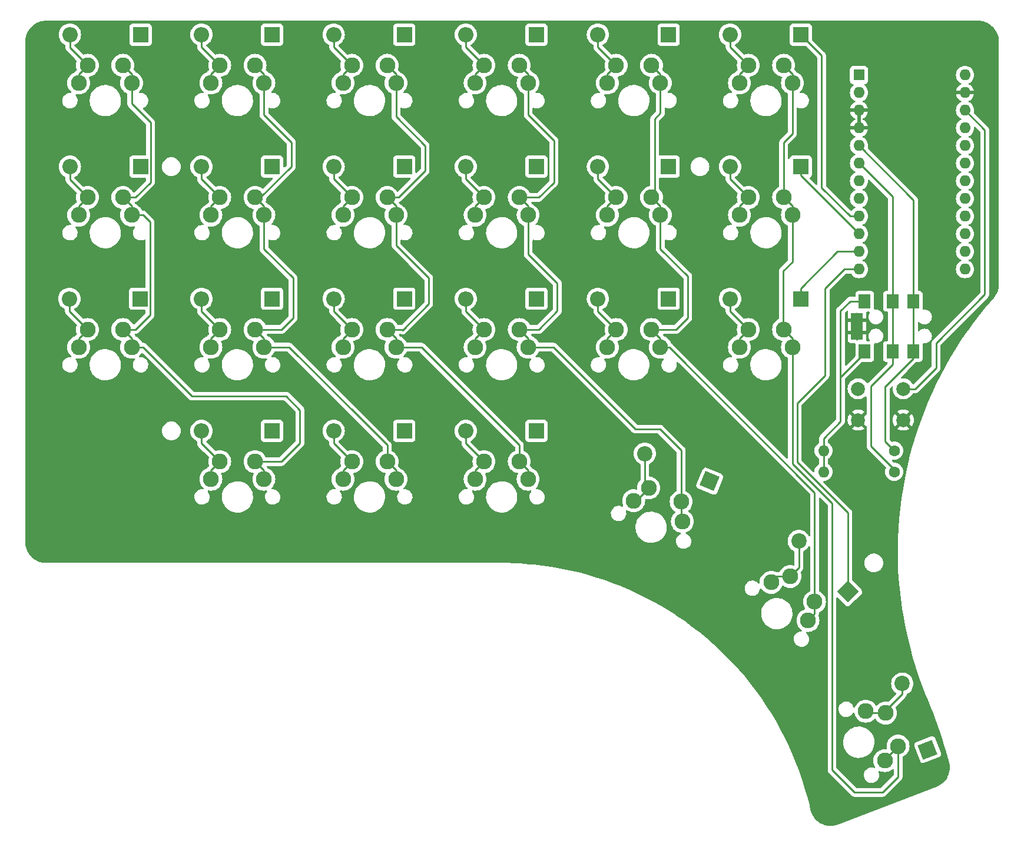
<source format=gbr>
%TF.GenerationSoftware,KiCad,Pcbnew,7.0.9*%
%TF.CreationDate,2023-12-16T00:05:46+09:00*%
%TF.ProjectId,Focus,466f6375-732e-46b6-9963-61645f706362,rev?*%
%TF.SameCoordinates,Original*%
%TF.FileFunction,Copper,L1,Top*%
%TF.FilePolarity,Positive*%
%FSLAX46Y46*%
G04 Gerber Fmt 4.6, Leading zero omitted, Abs format (unit mm)*
G04 Created by KiCad (PCBNEW 7.0.9) date 2023-12-16 00:05:46*
%MOMM*%
%LPD*%
G01*
G04 APERTURE LIST*
G04 Aperture macros list*
%AMHorizOval*
0 Thick line with rounded ends*
0 $1 width*
0 $2 $3 position (X,Y) of the first rounded end (center of the circle)*
0 $4 $5 position (X,Y) of the second rounded end (center of the circle)*
0 Add line between two ends*
20,1,$1,$2,$3,$4,$5,0*
0 Add two circle primitives to create the rounded ends*
1,1,$1,$2,$3*
1,1,$1,$4,$5*%
%AMRotRect*
0 Rectangle, with rotation*
0 The origin of the aperture is its center*
0 $1 length*
0 $2 width*
0 $3 Rotation angle, in degrees counterclockwise*
0 Add horizontal line*
21,1,$1,$2,0,0,$3*%
G04 Aperture macros list end*
%TA.AperFunction,ComponentPad*%
%ADD10R,2.200000X2.200000*%
%TD*%
%TA.AperFunction,ComponentPad*%
%ADD11O,2.200000X2.200000*%
%TD*%
%TA.AperFunction,ComponentPad*%
%ADD12C,2.286000*%
%TD*%
%TA.AperFunction,ComponentPad*%
%ADD13RotRect,2.200000X2.200000X157.000000*%
%TD*%
%TA.AperFunction,ComponentPad*%
%ADD14HorizOval,2.200000X0.000000X0.000000X0.000000X0.000000X0*%
%TD*%
%TA.AperFunction,ComponentPad*%
%ADD15C,2.000000*%
%TD*%
%TA.AperFunction,ComponentPad*%
%ADD16RotRect,2.200000X2.200000X111.000000*%
%TD*%
%TA.AperFunction,ComponentPad*%
%ADD17HorizOval,2.200000X0.000000X0.000000X0.000000X0.000000X0*%
%TD*%
%TA.AperFunction,ComponentPad*%
%ADD18C,1.600000*%
%TD*%
%TA.AperFunction,ComponentPad*%
%ADD19O,1.600000X1.600000*%
%TD*%
%TA.AperFunction,ComponentPad*%
%ADD20R,1.600000X1.600000*%
%TD*%
%TA.AperFunction,ComponentPad*%
%ADD21R,1.700000X2.000000*%
%TD*%
%TA.AperFunction,ComponentPad*%
%ADD22RotRect,2.200000X2.200000X134.000000*%
%TD*%
%TA.AperFunction,ComponentPad*%
%ADD23HorizOval,2.200000X0.000000X0.000000X0.000000X0.000000X0*%
%TD*%
%TA.AperFunction,ViaPad*%
%ADD24C,0.800000*%
%TD*%
%TA.AperFunction,Conductor*%
%ADD25C,0.250000*%
%TD*%
G04 APERTURE END LIST*
D10*
%TO.P,D12,1,K*%
%TO.N,row4*%
X132000000Y-87500000D03*
D11*
%TO.P,D12,2,A*%
%TO.N,Net-(D12-A)*%
X121840000Y-87500000D03*
%TD*%
D12*
%TO.P,SW4,1,1*%
%TO.N,Net-(D4-A)*%
X85190000Y-94460000D03*
X86460000Y-91920000D03*
%TO.P,SW4,2,2*%
%TO.N,col1*%
X91540000Y-91920000D03*
X92810000Y-94460000D03*
%TD*%
D10*
%TO.P,D8,1,K*%
%TO.N,row4*%
X113000000Y-87500000D03*
D11*
%TO.P,D8,2,A*%
%TO.N,Net-(D8-A)*%
X102840000Y-87500000D03*
%TD*%
D12*
%TO.P,SW19,1,1*%
%TO.N,Net-(D19-A)*%
X142190000Y-75460000D03*
X143460000Y-72920000D03*
%TO.P,SW19,2,2*%
%TO.N,col5*%
X148540000Y-72920000D03*
X149810000Y-75460000D03*
%TD*%
D10*
%TO.P,D17,1,K*%
%TO.N,row1*%
X151000000Y-30500000D03*
D11*
%TO.P,D17,2,A*%
%TO.N,Net-(D17-A)*%
X140840000Y-30500000D03*
%TD*%
D10*
%TO.P,D21,1,K*%
%TO.N,row1*%
X170000000Y-30500000D03*
D11*
%TO.P,D21,2,A*%
%TO.N,Net-(D21-A)*%
X159840000Y-30500000D03*
%TD*%
D12*
%TO.P,SW13,1,1*%
%TO.N,Net-(D13-A)*%
X123190000Y-37460000D03*
X124460000Y-34920000D03*
%TO.P,SW13,2,2*%
%TO.N,col4*%
X129540000Y-34920000D03*
X130810000Y-37460000D03*
%TD*%
%TO.P,SW9,1,1*%
%TO.N,Net-(D9-A)*%
X104190000Y-37460000D03*
X105460000Y-34920000D03*
%TO.P,SW9,2,2*%
%TO.N,col3*%
X110540000Y-34920000D03*
X111810000Y-37460000D03*
%TD*%
%TO.P,SW5,1,1*%
%TO.N,Net-(D5-A)*%
X85190000Y-37460000D03*
X86460000Y-34920000D03*
%TO.P,SW5,2,2*%
%TO.N,col2*%
X91540000Y-34920000D03*
X92810000Y-37460000D03*
%TD*%
D10*
%TO.P,D5,1,K*%
%TO.N,row1*%
X94000000Y-30500000D03*
D11*
%TO.P,D5,2,A*%
%TO.N,Net-(D5-A)*%
X83840000Y-30500000D03*
%TD*%
D10*
%TO.P,D4,1,K*%
%TO.N,row4*%
X94000000Y-87500000D03*
D11*
%TO.P,D4,2,A*%
%TO.N,Net-(D4-A)*%
X83840000Y-87500000D03*
%TD*%
D13*
%TO.P,D16,1,K*%
%TO.N,row4*%
X156926165Y-94734914D03*
D14*
%TO.P,D16,2,A*%
%TO.N,Net-(D16-A)*%
X147573836Y-90765086D03*
%TD*%
D12*
%TO.P,SW17,1,1*%
%TO.N,Net-(D17-A)*%
X142190000Y-37460000D03*
X143460000Y-34920000D03*
%TO.P,SW17,2,2*%
%TO.N,col5*%
X148540000Y-34920000D03*
X149810000Y-37460000D03*
%TD*%
%TO.P,SW14,1,1*%
%TO.N,Net-(D14-A)*%
X123190000Y-56460000D03*
X124460000Y-53920000D03*
%TO.P,SW14,2,2*%
%TO.N,col4*%
X129540000Y-53920000D03*
X130810000Y-56460000D03*
%TD*%
%TO.P,SW15,1,1*%
%TO.N,Net-(D15-A)*%
X123190000Y-75460000D03*
X124460000Y-72920000D03*
%TO.P,SW15,2,2*%
%TO.N,col4*%
X129540000Y-72920000D03*
X130810000Y-75460000D03*
%TD*%
%TO.P,SW21,1,1*%
%TO.N,Net-(D21-A)*%
X161190000Y-37460000D03*
X162460000Y-34920000D03*
%TO.P,SW21,2,2*%
%TO.N,col6*%
X167540000Y-34920000D03*
X168810000Y-37460000D03*
%TD*%
D10*
%TO.P,D15,1,K*%
%TO.N,row3*%
X132000000Y-68500000D03*
D11*
%TO.P,D15,2,A*%
%TO.N,Net-(D15-A)*%
X121840000Y-68500000D03*
%TD*%
D12*
%TO.P,SW3,1,1*%
%TO.N,Net-(D3-A)*%
X66190000Y-75460000D03*
X67460000Y-72920000D03*
%TO.P,SW3,2,2*%
%TO.N,col1*%
X72540000Y-72920000D03*
X73810000Y-75460000D03*
%TD*%
%TO.P,SW7,1,1*%
%TO.N,Net-(D7-A)*%
X85190000Y-75460000D03*
X86460000Y-72920000D03*
%TO.P,SW7,2,2*%
%TO.N,col2*%
X91540000Y-72920000D03*
X92810000Y-75460000D03*
%TD*%
D15*
%TO.P,SW25,1,1*%
%TO.N,RST*%
X178250000Y-81450000D03*
X184750000Y-81450000D03*
%TO.P,SW25,2,2*%
%TO.N,GND*%
X178250000Y-85950000D03*
X184750000Y-85950000D03*
%TD*%
D16*
%TO.P,D24,1,K*%
%TO.N,row4*%
X188250000Y-133350000D03*
D17*
%TO.P,D24,2,A*%
%TO.N,Net-(D24-A)*%
X184608982Y-123864823D03*
%TD*%
D10*
%TO.P,D11,1,K*%
%TO.N,row3*%
X113000000Y-68500000D03*
D11*
%TO.P,D11,2,A*%
%TO.N,Net-(D11-A)*%
X102840000Y-68500000D03*
%TD*%
D18*
%TO.P,R1,1*%
%TO.N,SDA*%
X183450000Y-90350000D03*
D19*
%TO.P,R1,2*%
%TO.N,VCC*%
X173290000Y-90350000D03*
%TD*%
D12*
%TO.P,SW20,1,1*%
%TO.N,Net-(D20-A)*%
X165744164Y-109288673D03*
X168453503Y-108437802D03*
%TO.P,SW20,2,2*%
%TO.N,col5*%
X171982367Y-112092049D03*
X171037460Y-114770042D03*
%TD*%
D10*
%TO.P,D18,1,K*%
%TO.N,row2*%
X151000000Y-49500000D03*
D11*
%TO.P,D18,2,A*%
%TO.N,Net-(D18-A)*%
X140840000Y-49500000D03*
%TD*%
D10*
%TO.P,D2,1,K*%
%TO.N,row2*%
X75080000Y-49500000D03*
D11*
%TO.P,D2,2,A*%
%TO.N,Net-(D2-A)*%
X64920000Y-49500000D03*
%TD*%
D10*
%TO.P,D6,1,K*%
%TO.N,row2*%
X94000000Y-49500000D03*
D11*
%TO.P,D6,2,A*%
%TO.N,Net-(D6-A)*%
X83840000Y-49500000D03*
%TD*%
D12*
%TO.P,SW12,1,1*%
%TO.N,Net-(D12-A)*%
X123190000Y-94460000D03*
X124460000Y-91920000D03*
%TO.P,SW12,2,2*%
%TO.N,col3*%
X129540000Y-91920000D03*
X130810000Y-94460000D03*
%TD*%
%TO.P,SW6,1,1*%
%TO.N,Net-(D6-A)*%
X85190000Y-56460000D03*
X86460000Y-53920000D03*
%TO.P,SW6,2,2*%
%TO.N,col2*%
X91540000Y-53920000D03*
X92810000Y-56460000D03*
%TD*%
D10*
%TO.P,D22,1,K*%
%TO.N,row2*%
X170000000Y-49500000D03*
D11*
%TO.P,D22,2,A*%
%TO.N,Net-(D22-A)*%
X159840000Y-49500000D03*
%TD*%
D12*
%TO.P,SW23,1,1*%
%TO.N,Net-(D23-A)*%
X161190000Y-75460000D03*
X162460000Y-72920000D03*
%TO.P,SW23,2,2*%
%TO.N,col6*%
X167540000Y-72920000D03*
X168810000Y-75460000D03*
%TD*%
%TO.P,SW24,1,1*%
%TO.N,Net-(D24-A)*%
X179352835Y-127822567D03*
X182179257Y-128097960D03*
%TO.P,SW24,2,2*%
%TO.N,col6*%
X183999766Y-132840548D03*
X182083599Y-134936450D03*
%TD*%
%TO.P,SW22,1,1*%
%TO.N,Net-(D22-A)*%
X161190000Y-56460000D03*
X162460000Y-53920000D03*
%TO.P,SW22,2,2*%
%TO.N,col6*%
X167540000Y-53920000D03*
X168810000Y-56460000D03*
%TD*%
D10*
%TO.P,D1,1,K*%
%TO.N,row1*%
X75080000Y-30500000D03*
D11*
%TO.P,D1,2,A*%
%TO.N,Net-(D1-A)*%
X64920000Y-30500000D03*
%TD*%
D10*
%TO.P,D10,1,K*%
%TO.N,row2*%
X113000000Y-49500000D03*
D11*
%TO.P,D10,2,A*%
%TO.N,Net-(D10-A)*%
X102840000Y-49500000D03*
%TD*%
D12*
%TO.P,SW16,1,1*%
%TO.N,Net-(D16-A)*%
X145975546Y-97545465D03*
X148137044Y-95703611D03*
%TO.P,SW16,2,2*%
%TO.N,col4*%
X152813208Y-97688525D03*
X152989793Y-100522836D03*
%TD*%
%TO.P,SW11,1,1*%
%TO.N,Net-(D11-A)*%
X104190000Y-75460000D03*
X105460000Y-72920000D03*
%TO.P,SW11,2,2*%
%TO.N,col3*%
X110540000Y-72920000D03*
X111810000Y-75460000D03*
%TD*%
D20*
%TO.P,U1,1,D1/TX*%
%TO.N,unconnected-(U1-D1{slash}TX-Pad1)*%
X178380000Y-36300000D03*
D19*
%TO.P,U1,2,D0/RX*%
%TO.N,unconnected-(U1-D0{slash}RX-Pad2)*%
X178380000Y-38840000D03*
%TO.P,U1,3,GND*%
%TO.N,GND*%
X178380000Y-41380000D03*
%TO.P,U1,4,GND*%
X178380000Y-43920000D03*
%TO.P,U1,5,D2*%
%TO.N,SDA*%
X178380000Y-46460000D03*
%TO.P,U1,6,~D3*%
%TO.N,SCL*%
X178380000Y-49000000D03*
%TO.P,U1,7,D4/A6*%
%TO.N,unconnected-(U1-D4{slash}A6-Pad7)*%
X178380000Y-51540000D03*
%TO.P,U1,8,~D5*%
%TO.N,unconnected-(U1-~D5-Pad8)*%
X178380000Y-54080000D03*
%TO.P,U1,9,~D6/A7*%
%TO.N,row1*%
X178380000Y-56620000D03*
%TO.P,U1,10,D7*%
%TO.N,row2*%
X178380000Y-59160000D03*
%TO.P,U1,11,D8/A8*%
%TO.N,row3*%
X178380000Y-61700000D03*
%TO.P,U1,12,~D9/A9*%
%TO.N,row4*%
X178380000Y-64240000D03*
%TO.P,U1,13,~D10/A10*%
%TO.N,col1*%
X193620000Y-64240000D03*
%TO.P,U1,14,D16*%
%TO.N,col2*%
X193620000Y-61700000D03*
%TO.P,U1,15,D14*%
%TO.N,col3*%
X193620000Y-59160000D03*
%TO.P,U1,16,D15*%
%TO.N,col4*%
X193620000Y-56620000D03*
%TO.P,U1,17,D18/A0*%
%TO.N,col5*%
X193620000Y-54080000D03*
%TO.P,U1,18,D19/A1*%
%TO.N,col6*%
X193620000Y-51540000D03*
%TO.P,U1,19,D20/A2*%
%TO.N,unconnected-(U1-D20{slash}A2-Pad19)*%
X193620000Y-49000000D03*
%TO.P,U1,20,D21/A3*%
%TO.N,unconnected-(U1-D21{slash}A3-Pad20)*%
X193620000Y-46460000D03*
%TO.P,U1,21,VCC*%
%TO.N,VCC*%
X193620000Y-43920000D03*
%TO.P,U1,22,RST*%
%TO.N,RST*%
X193620000Y-41380000D03*
%TO.P,U1,23,GND*%
%TO.N,GND*%
X193620000Y-38840000D03*
%TO.P,U1,24,RAW*%
%TO.N,unconnected-(U1-RAW-Pad24)*%
X193620000Y-36300000D03*
%TD*%
D10*
%TO.P,D14,1,K*%
%TO.N,row2*%
X132000000Y-49500000D03*
D11*
%TO.P,D14,2,A*%
%TO.N,Net-(D14-A)*%
X121840000Y-49500000D03*
%TD*%
D21*
%TO.P,J1,R1*%
%TO.N,SCL*%
X183200000Y-76100000D03*
%TO.P,J1,R2*%
%TO.N,SDA*%
X186200000Y-76100000D03*
%TO.P,J1,S*%
%TO.N,GND*%
X178100000Y-71600000D03*
%TO.P,J1,T*%
%TO.N,VCC*%
X179200000Y-76100000D03*
%TD*%
D10*
%TO.P,D3,1,K*%
%TO.N,row3*%
X75000000Y-68500000D03*
D11*
%TO.P,D3,2,A*%
%TO.N,Net-(D3-A)*%
X64840000Y-68500000D03*
%TD*%
D12*
%TO.P,SW1,1,1*%
%TO.N,Net-(D1-A)*%
X66190000Y-37460000D03*
X67460000Y-34920000D03*
%TO.P,SW1,2,2*%
%TO.N,col1*%
X72540000Y-34920000D03*
X73810000Y-37460000D03*
%TD*%
D18*
%TO.P,R2,1*%
%TO.N,SCL*%
X183450000Y-93400000D03*
D19*
%TO.P,R2,2*%
%TO.N,VCC*%
X173290000Y-93400000D03*
%TD*%
D10*
%TO.P,D9,1,K*%
%TO.N,row1*%
X113000000Y-30500000D03*
D11*
%TO.P,D9,2,A*%
%TO.N,Net-(D9-A)*%
X102840000Y-30500000D03*
%TD*%
D22*
%TO.P,D20,1,K*%
%TO.N,row4*%
X176778865Y-110654246D03*
D23*
%TO.P,D20,2,A*%
%TO.N,Net-(D20-A)*%
X169721136Y-103345754D03*
%TD*%
D12*
%TO.P,SW2,1,1*%
%TO.N,Net-(D2-A)*%
X66190000Y-56460000D03*
X67460000Y-53920000D03*
%TO.P,SW2,2,2*%
%TO.N,col1*%
X72540000Y-53920000D03*
X73810000Y-56460000D03*
%TD*%
%TO.P,SW10,1,1*%
%TO.N,Net-(D10-A)*%
X104190000Y-56460000D03*
X105460000Y-53920000D03*
%TO.P,SW10,2,2*%
%TO.N,col3*%
X110540000Y-53920000D03*
X111810000Y-56460000D03*
%TD*%
D10*
%TO.P,D13,1,K*%
%TO.N,row1*%
X132000000Y-30500000D03*
D11*
%TO.P,D13,2,A*%
%TO.N,Net-(D13-A)*%
X121840000Y-30500000D03*
%TD*%
D12*
%TO.P,SW18,1,1*%
%TO.N,Net-(D18-A)*%
X142190000Y-56460000D03*
X143460000Y-53920000D03*
%TO.P,SW18,2,2*%
%TO.N,col5*%
X148540000Y-53920000D03*
X149810000Y-56460000D03*
%TD*%
D10*
%TO.P,D19,1,K*%
%TO.N,row3*%
X151000000Y-68500000D03*
D11*
%TO.P,D19,2,A*%
%TO.N,Net-(D19-A)*%
X140840000Y-68500000D03*
%TD*%
D10*
%TO.P,D7,1,K*%
%TO.N,row3*%
X94000000Y-68500000D03*
D11*
%TO.P,D7,2,A*%
%TO.N,Net-(D7-A)*%
X83840000Y-68500000D03*
%TD*%
D12*
%TO.P,SW8,1,1*%
%TO.N,Net-(D8-A)*%
X104190000Y-94460000D03*
X105460000Y-91920000D03*
%TO.P,SW8,2,2*%
%TO.N,col2*%
X110540000Y-91920000D03*
X111810000Y-94460000D03*
%TD*%
D10*
%TO.P,D23,1,K*%
%TO.N,row3*%
X170000000Y-68500000D03*
D11*
%TO.P,D23,2,A*%
%TO.N,Net-(D23-A)*%
X159840000Y-68500000D03*
%TD*%
D21*
%TO.P,J2,R1*%
%TO.N,SCL*%
X183200000Y-68850000D03*
%TO.P,J2,R2*%
%TO.N,SDA*%
X186200000Y-68850000D03*
%TO.P,J2,S*%
%TO.N,GND*%
X178100000Y-73350000D03*
%TO.P,J2,T*%
%TO.N,VCC*%
X179200000Y-68850000D03*
%TD*%
D24*
%TO.N,GND*%
X98850000Y-58550000D03*
X136850000Y-58550000D03*
X79850000Y-74550000D03*
X117850000Y-37550000D03*
X192850000Y-67550000D03*
X98850000Y-37550000D03*
X79850000Y-37550000D03*
X155850000Y-37550000D03*
X117850000Y-74550000D03*
X79850000Y-58550000D03*
X185850000Y-35550000D03*
X154850000Y-86550000D03*
X98850000Y-74550000D03*
X181850000Y-118550000D03*
X136850000Y-74550000D03*
X163850000Y-99550000D03*
X117850000Y-58550000D03*
X64850000Y-83550000D03*
X136850000Y-37550000D03*
X155850000Y-74550000D03*
X155850000Y-58550000D03*
%TD*%
D25*
%TO.N,row1*%
X177120000Y-56620000D02*
X178380000Y-56620000D01*
X170000000Y-30500000D02*
X173000000Y-33500000D01*
X173000000Y-52500000D02*
X177120000Y-56620000D01*
X173000000Y-33500000D02*
X173000000Y-52500000D01*
%TO.N,Net-(D1-A)*%
X67460000Y-34920000D02*
X66190000Y-36190000D01*
X66190000Y-36190000D02*
X66190000Y-37460000D01*
X64920000Y-30500000D02*
X64920000Y-32380000D01*
X64920000Y-32380000D02*
X67460000Y-34920000D01*
%TO.N,row2*%
X170000000Y-50780000D02*
X178380000Y-59160000D01*
X170000000Y-49500000D02*
X170000000Y-50780000D01*
%TO.N,Net-(D2-A)*%
X64920000Y-49500000D02*
X64920000Y-51380000D01*
X67460000Y-53920000D02*
X66190000Y-55190000D01*
X64920000Y-51380000D02*
X67460000Y-53920000D01*
X66190000Y-55190000D02*
X66190000Y-56460000D01*
%TO.N,row3*%
X175300000Y-61700000D02*
X178380000Y-61700000D01*
X170000000Y-68500000D02*
X170000000Y-67000000D01*
X170000000Y-67000000D02*
X175300000Y-61700000D01*
%TO.N,Net-(D3-A)*%
X64840000Y-68500000D02*
X64840000Y-70300000D01*
X64840000Y-70300000D02*
X67460000Y-72920000D01*
X67460000Y-72920000D02*
X66190000Y-74190000D01*
X66190000Y-74190000D02*
X66190000Y-75460000D01*
%TO.N,row4*%
X173500000Y-67000000D02*
X176260000Y-64240000D01*
X169500000Y-83500000D02*
X173500000Y-79500000D01*
X176778865Y-99278865D02*
X169500000Y-92000000D01*
X176260000Y-64240000D02*
X178380000Y-64240000D01*
X176778865Y-110654246D02*
X176778865Y-99278865D01*
X173500000Y-79500000D02*
X173500000Y-67000000D01*
X169500000Y-92000000D02*
X169500000Y-83500000D01*
%TO.N,Net-(D4-A)*%
X83840000Y-87500000D02*
X83840000Y-89300000D01*
X86460000Y-91920000D02*
X85190000Y-93190000D01*
X83840000Y-89300000D02*
X86460000Y-91920000D01*
X85190000Y-93190000D02*
X85190000Y-94460000D01*
%TO.N,Net-(D5-A)*%
X86460000Y-34920000D02*
X85190000Y-36190000D01*
X85190000Y-36190000D02*
X85190000Y-37460000D01*
X83840000Y-30500000D02*
X83840000Y-32300000D01*
X83840000Y-32300000D02*
X86460000Y-34920000D01*
%TO.N,Net-(D6-A)*%
X83840000Y-49500000D02*
X83840000Y-51300000D01*
X83840000Y-51300000D02*
X86460000Y-53920000D01*
X86460000Y-53920000D02*
X85190000Y-55190000D01*
X85190000Y-55190000D02*
X85190000Y-56460000D01*
%TO.N,Net-(D7-A)*%
X83840000Y-68500000D02*
X83840000Y-70300000D01*
X83840000Y-70300000D02*
X86460000Y-72920000D01*
X85190000Y-74190000D02*
X85190000Y-75460000D01*
X86460000Y-72920000D02*
X85190000Y-74190000D01*
%TO.N,Net-(D8-A)*%
X102840000Y-89300000D02*
X105460000Y-91920000D01*
X102840000Y-87500000D02*
X102840000Y-89300000D01*
X105460000Y-91920000D02*
X104190000Y-93190000D01*
X104190000Y-93190000D02*
X104190000Y-94460000D01*
%TO.N,Net-(D9-A)*%
X105460000Y-34920000D02*
X104190000Y-36190000D01*
X102840000Y-30500000D02*
X102840000Y-32300000D01*
X102840000Y-32300000D02*
X105460000Y-34920000D01*
X104190000Y-36190000D02*
X104190000Y-37460000D01*
%TO.N,Net-(D10-A)*%
X102840000Y-49500000D02*
X102840000Y-51300000D01*
X102840000Y-51300000D02*
X105460000Y-53920000D01*
X104190000Y-55190000D02*
X104190000Y-56460000D01*
X105460000Y-53920000D02*
X104190000Y-55190000D01*
%TO.N,Net-(D11-A)*%
X102840000Y-70300000D02*
X105460000Y-72920000D01*
X104190000Y-74190000D02*
X104190000Y-75460000D01*
X105460000Y-72920000D02*
X104190000Y-74190000D01*
X102840000Y-68500000D02*
X102840000Y-70300000D01*
%TO.N,Net-(D12-A)*%
X123190000Y-93190000D02*
X123190000Y-94460000D01*
X124460000Y-91920000D02*
X123190000Y-93190000D01*
X121840000Y-89300000D02*
X124460000Y-91920000D01*
X121840000Y-87500000D02*
X121840000Y-89300000D01*
%TO.N,Net-(D13-A)*%
X124460000Y-34920000D02*
X123190000Y-36190000D01*
X123190000Y-36190000D02*
X123190000Y-37460000D01*
X121840000Y-32300000D02*
X124460000Y-34920000D01*
X121840000Y-30500000D02*
X121840000Y-32300000D01*
%TO.N,Net-(D14-A)*%
X123190000Y-55190000D02*
X123190000Y-56460000D01*
X121840000Y-51300000D02*
X124460000Y-53920000D01*
X121840000Y-49500000D02*
X121840000Y-51300000D01*
X124460000Y-53920000D02*
X123190000Y-55190000D01*
%TO.N,Net-(D15-A)*%
X123190000Y-74190000D02*
X123190000Y-75460000D01*
X124460000Y-72920000D02*
X123190000Y-74190000D01*
X121840000Y-68500000D02*
X121840000Y-70300000D01*
X121840000Y-70300000D02*
X124460000Y-72920000D01*
%TO.N,Net-(D16-A)*%
X148137044Y-95703611D02*
X146295190Y-97545465D01*
X146295190Y-97545465D02*
X145975546Y-97545465D01*
X147573836Y-95140403D02*
X148137044Y-95703611D01*
X147573836Y-90765086D02*
X147573836Y-95140403D01*
%TO.N,Net-(D17-A)*%
X140840000Y-30500000D02*
X140840000Y-32300000D01*
X142190000Y-36190000D02*
X142190000Y-37460000D01*
X140840000Y-32300000D02*
X143460000Y-34920000D01*
X143460000Y-34920000D02*
X142190000Y-36190000D01*
%TO.N,Net-(D18-A)*%
X143460000Y-53920000D02*
X142190000Y-55190000D01*
X142190000Y-55190000D02*
X142190000Y-56460000D01*
X140840000Y-49500000D02*
X140840000Y-51300000D01*
X140840000Y-51300000D02*
X143460000Y-53920000D01*
%TO.N,Net-(D19-A)*%
X142190000Y-74190000D02*
X142190000Y-75460000D01*
X143460000Y-72920000D02*
X142190000Y-74190000D01*
X140840000Y-70300000D02*
X143460000Y-72920000D01*
X140840000Y-68500000D02*
X140840000Y-70300000D01*
%TO.N,Net-(D20-A)*%
X168453503Y-108437802D02*
X166595035Y-108437802D01*
X166595035Y-108437802D02*
X165744164Y-109288673D01*
X169721136Y-107170169D02*
X168453503Y-108437802D01*
X169721136Y-103345754D02*
X169721136Y-107170169D01*
%TO.N,Net-(D21-A)*%
X162460000Y-34920000D02*
X161190000Y-36190000D01*
X159840000Y-30500000D02*
X159840000Y-32300000D01*
X161190000Y-36190000D02*
X161190000Y-37460000D01*
X159840000Y-32300000D02*
X162460000Y-34920000D01*
%TO.N,Net-(D22-A)*%
X159840000Y-51300000D02*
X162460000Y-53920000D01*
X162460000Y-53920000D02*
X161190000Y-55190000D01*
X161190000Y-55190000D02*
X161190000Y-56460000D01*
X159840000Y-49500000D02*
X159840000Y-51300000D01*
%TO.N,Net-(D23-A)*%
X159840000Y-68500000D02*
X159840000Y-70300000D01*
X159840000Y-70300000D02*
X162460000Y-72920000D01*
X162460000Y-72920000D02*
X161190000Y-74190000D01*
X161190000Y-74190000D02*
X161190000Y-75460000D01*
%TO.N,Net-(D24-A)*%
X182179257Y-128097960D02*
X179628228Y-128097960D01*
X184608982Y-125327922D02*
X182179257Y-127757647D01*
X179628228Y-128097960D02*
X179352835Y-127822567D01*
X182179257Y-127757647D02*
X182179257Y-128097960D01*
X184608982Y-123864823D02*
X184608982Y-125327922D01*
%TO.N,SCL*%
X183200000Y-53820000D02*
X178380000Y-49000000D01*
X183200000Y-77950000D02*
X183200000Y-53820000D01*
X183450000Y-93400000D02*
X183450000Y-93050000D01*
X183450000Y-93050000D02*
X180100000Y-89700000D01*
X180100000Y-89700000D02*
X180100000Y-81050000D01*
X180100000Y-81050000D02*
X183200000Y-77950000D01*
%TO.N,SDA*%
X186200000Y-67850000D02*
X186200000Y-77100000D01*
X186200000Y-67850000D02*
X186200000Y-54280000D01*
X182150000Y-89050000D02*
X183450000Y-90350000D01*
X182150000Y-81100000D02*
X182150000Y-89050000D01*
X182200000Y-81100000D02*
X182150000Y-81100000D01*
X186200000Y-54280000D02*
X178380000Y-46460000D01*
X186200000Y-77100000D02*
X182200000Y-81100000D01*
%TO.N,GND*%
X178100000Y-70600000D02*
X178100000Y-74350000D01*
%TO.N,VCC*%
X177100000Y-68850000D02*
X179200000Y-68850000D01*
X179200000Y-76300000D02*
X179200000Y-76100000D01*
X175700000Y-86150000D02*
X175700000Y-79800000D01*
X175700000Y-70250000D02*
X177100000Y-68850000D01*
X175700000Y-79800000D02*
X175700000Y-70250000D01*
X173290000Y-93400000D02*
X173290000Y-90350000D01*
X173290000Y-88560000D02*
X175700000Y-86150000D01*
X175700000Y-79800000D02*
X179200000Y-76300000D01*
X173290000Y-90350000D02*
X173290000Y-88560000D01*
%TO.N,col1*%
X73810000Y-37460000D02*
X73810000Y-40463684D01*
X75426446Y-56460000D02*
X76425000Y-57458554D01*
X76505000Y-43158684D02*
X76505000Y-51745000D01*
X96000000Y-82500000D02*
X98000000Y-84500000D01*
X74330000Y-72920000D02*
X72540000Y-72920000D01*
X73810000Y-75460000D02*
X75426446Y-75460000D01*
X73810000Y-55190000D02*
X73810000Y-56460000D01*
X98000000Y-89250000D02*
X95330000Y-91920000D01*
X76425000Y-57458554D02*
X76425000Y-70825000D01*
X76505000Y-51745000D02*
X74330000Y-53920000D01*
X75426446Y-75460000D02*
X82466446Y-82500000D01*
X73810000Y-36190000D02*
X73810000Y-37460000D01*
X72540000Y-53920000D02*
X73810000Y-55190000D01*
X98000000Y-84500000D02*
X98000000Y-89250000D01*
X73810000Y-56460000D02*
X75426446Y-56460000D01*
X76425000Y-70825000D02*
X74330000Y-72920000D01*
X95330000Y-91920000D02*
X91540000Y-91920000D01*
X82466446Y-82500000D02*
X96000000Y-82500000D01*
X74330000Y-53920000D02*
X72540000Y-53920000D01*
X91540000Y-91920000D02*
X92810000Y-93190000D01*
X72540000Y-34920000D02*
X73810000Y-36190000D01*
X73810000Y-74190000D02*
X73810000Y-75460000D01*
X73810000Y-40463684D02*
X76505000Y-43158684D01*
X92810000Y-93190000D02*
X92810000Y-94460000D01*
X72540000Y-72920000D02*
X73810000Y-74190000D01*
%TO.N,col2*%
X92810000Y-42060000D02*
X96750000Y-46000000D01*
X111810000Y-93190000D02*
X111810000Y-94460000D01*
X110540000Y-91920000D02*
X111810000Y-93190000D01*
X96750000Y-49500000D02*
X92330000Y-53920000D01*
X97000000Y-65500000D02*
X97000000Y-71250000D01*
X95330000Y-72920000D02*
X91540000Y-72920000D01*
X92810000Y-56460000D02*
X92810000Y-61310000D01*
X91540000Y-34920000D02*
X92810000Y-36190000D01*
X92810000Y-55190000D02*
X92810000Y-56460000D01*
X92810000Y-36190000D02*
X92810000Y-37460000D01*
X92810000Y-61310000D02*
X97000000Y-65500000D01*
X92810000Y-75460000D02*
X96460000Y-75460000D01*
X106500000Y-85500000D02*
X110540000Y-89540000D01*
X96460000Y-75460000D02*
X106500000Y-85500000D01*
X91540000Y-53920000D02*
X92810000Y-55190000D01*
X96750000Y-46000000D02*
X96750000Y-49500000D01*
X91540000Y-72920000D02*
X92810000Y-74190000D01*
X92330000Y-53920000D02*
X91540000Y-53920000D01*
X92810000Y-37460000D02*
X92810000Y-42060000D01*
X97000000Y-71250000D02*
X95330000Y-72920000D01*
X92810000Y-74190000D02*
X92810000Y-75460000D01*
X110540000Y-89540000D02*
X110540000Y-91920000D01*
%TO.N,col3*%
X111810000Y-60810000D02*
X116500000Y-65500000D01*
X116000000Y-46500000D02*
X116000000Y-50076446D01*
X129540000Y-89540000D02*
X129540000Y-91920000D01*
X112670000Y-72920000D02*
X110540000Y-72920000D01*
X115460000Y-75460000D02*
X129540000Y-89540000D01*
X111810000Y-37460000D02*
X111810000Y-42310000D01*
X110540000Y-53920000D02*
X111810000Y-55190000D01*
X110540000Y-34920000D02*
X111810000Y-36190000D01*
X130810000Y-93190000D02*
X130810000Y-94460000D01*
X111810000Y-74190000D02*
X111810000Y-75460000D01*
X112750000Y-73000000D02*
X112670000Y-72920000D01*
X116500000Y-65500000D02*
X116500000Y-69250000D01*
X111810000Y-55190000D02*
X111810000Y-56460000D01*
X111810000Y-42310000D02*
X116000000Y-46500000D01*
X111810000Y-36190000D02*
X111810000Y-37460000D01*
X116500000Y-69250000D02*
X112750000Y-73000000D01*
X111810000Y-56460000D02*
X111810000Y-60810000D01*
X129540000Y-91920000D02*
X130810000Y-93190000D01*
X112156446Y-53920000D02*
X110540000Y-53920000D01*
X111810000Y-75460000D02*
X115460000Y-75460000D01*
X116000000Y-50076446D02*
X112156446Y-53920000D01*
X110540000Y-72920000D02*
X111810000Y-74190000D01*
%TO.N,col4*%
X152813208Y-97688525D02*
X152813208Y-100346251D01*
X135000000Y-70250000D02*
X132330000Y-72920000D01*
X130810000Y-55190000D02*
X130810000Y-56460000D01*
X130810000Y-36190000D02*
X130810000Y-37460000D01*
X130810000Y-62060000D02*
X135000000Y-66250000D01*
X129540000Y-72920000D02*
X130810000Y-74190000D01*
X134500000Y-51750000D02*
X134250000Y-52000000D01*
X130810000Y-42060000D02*
X134500000Y-45750000D01*
X149750000Y-87250000D02*
X152750000Y-90250000D01*
X134460000Y-75460000D02*
X146250000Y-87250000D01*
X130810000Y-56460000D02*
X130810000Y-62060000D01*
X146250000Y-87250000D02*
X148000000Y-87250000D01*
X129540000Y-34920000D02*
X130810000Y-36190000D01*
X135000000Y-66250000D02*
X135000000Y-70250000D01*
X152813208Y-90313208D02*
X152813208Y-97688525D01*
X130810000Y-74190000D02*
X130810000Y-75460000D01*
X134250000Y-52000000D02*
X132330000Y-53920000D01*
X148000000Y-87250000D02*
X149750000Y-87250000D01*
X152750000Y-90250000D02*
X152813208Y-90313208D01*
X132330000Y-53920000D02*
X129540000Y-53920000D01*
X132330000Y-72920000D02*
X129540000Y-72920000D01*
X130810000Y-37460000D02*
X130810000Y-42060000D01*
X130810000Y-75460000D02*
X134460000Y-75460000D01*
X152813208Y-100346251D02*
X152989793Y-100522836D01*
X134500000Y-45750000D02*
X134500000Y-51750000D01*
X129540000Y-53920000D02*
X130810000Y-55190000D01*
%TO.N,col5*%
X171982367Y-99017633D02*
X171982367Y-112092049D01*
X148540000Y-34920000D02*
X149810000Y-36190000D01*
X172000000Y-99000000D02*
X171982367Y-99017633D01*
X149810000Y-61310000D02*
X153750000Y-65250000D01*
X151093223Y-75460000D02*
X172000000Y-96366777D01*
X148870000Y-54250000D02*
X148540000Y-53920000D01*
X153750000Y-65250000D02*
X153750000Y-71250000D01*
X149810000Y-37460000D02*
X149810000Y-41810000D01*
X149810000Y-55190000D02*
X149810000Y-56460000D01*
X149000000Y-53460000D02*
X148540000Y-53920000D01*
X148540000Y-53920000D02*
X149810000Y-55190000D01*
X149810000Y-74190000D02*
X149810000Y-75460000D01*
X148540000Y-72920000D02*
X149810000Y-74190000D01*
X152080000Y-72920000D02*
X148540000Y-72920000D01*
X149810000Y-75460000D02*
X151093223Y-75460000D01*
X171982367Y-113825135D02*
X171037460Y-114770042D01*
X171982367Y-112092049D02*
X171982367Y-113825135D01*
X149810000Y-41810000D02*
X149000000Y-42620000D01*
X172000000Y-96366777D02*
X172000000Y-99000000D01*
X149810000Y-56460000D02*
X149810000Y-61310000D01*
X149000000Y-42620000D02*
X149000000Y-53460000D01*
X153750000Y-71250000D02*
X152080000Y-72920000D01*
X149810000Y-36190000D02*
X149810000Y-37460000D01*
%TO.N,col6*%
X167540000Y-53920000D02*
X168810000Y-55190000D01*
X167540000Y-34920000D02*
X168810000Y-36190000D01*
X167500000Y-64500000D02*
X167500000Y-72880000D01*
X168810000Y-63190000D02*
X167500000Y-64500000D01*
X177750000Y-139500000D02*
X181750000Y-139500000D01*
X168810000Y-75460000D02*
X168810000Y-92207158D01*
X168810000Y-44765000D02*
X167540000Y-46035000D01*
X174500000Y-97897158D02*
X174500000Y-136250000D01*
X168810000Y-55190000D02*
X168810000Y-56460000D01*
X168810000Y-36190000D02*
X168810000Y-37460000D01*
X167540000Y-46035000D02*
X167540000Y-53920000D01*
X168810000Y-92207158D02*
X174500000Y-97897158D01*
X167500000Y-72880000D02*
X167540000Y-72920000D01*
X168810000Y-37460000D02*
X168810000Y-44765000D01*
X183999766Y-132840548D02*
X182083599Y-134756715D01*
X174500000Y-136250000D02*
X177750000Y-139500000D01*
X182083599Y-134756715D02*
X182083599Y-134936450D01*
X183999766Y-137250234D02*
X183999766Y-132840548D01*
X167540000Y-72920000D02*
X168810000Y-74190000D01*
X181750000Y-139500000D02*
X183999766Y-137250234D01*
X168810000Y-74190000D02*
X168810000Y-75460000D01*
X168810000Y-56460000D02*
X168810000Y-63190000D01*
%TO.N,RST*%
X189450000Y-78450000D02*
X189450000Y-74875000D01*
X189450000Y-74875000D02*
X196450000Y-67875000D01*
X184750000Y-81450000D02*
X186450000Y-81450000D01*
X186450000Y-81450000D02*
X189450000Y-78450000D01*
X196450000Y-67875000D02*
X196450000Y-44210000D01*
X196450000Y-44210000D02*
X193620000Y-41380000D01*
%TD*%
%TA.AperFunction,Conductor*%
%TO.N,GND*%
G36*
X176730878Y-70206226D02*
G01*
X176786811Y-70248098D01*
X176811228Y-70313562D01*
X176803726Y-70365741D01*
X176756403Y-70492620D01*
X176756401Y-70492627D01*
X176750000Y-70552155D01*
X176750000Y-71350000D01*
X177604419Y-71350000D01*
X177552940Y-71405921D01*
X177506018Y-71512892D01*
X177496372Y-71629302D01*
X177525047Y-71742538D01*
X177588936Y-71840327D01*
X177601364Y-71850000D01*
X176750000Y-71850000D01*
X176750000Y-73100000D01*
X177604419Y-73100000D01*
X177552940Y-73155921D01*
X177506018Y-73262892D01*
X177496372Y-73379302D01*
X177525047Y-73492538D01*
X177588936Y-73590327D01*
X177601364Y-73600000D01*
X176750000Y-73600000D01*
X176750000Y-74397844D01*
X176756401Y-74457372D01*
X176756403Y-74457379D01*
X176806645Y-74592086D01*
X176806649Y-74592093D01*
X176892809Y-74707187D01*
X176892812Y-74707190D01*
X177007906Y-74793350D01*
X177007913Y-74793354D01*
X177142620Y-74843596D01*
X177142627Y-74843598D01*
X177202155Y-74849999D01*
X177202172Y-74850000D01*
X177733185Y-74850000D01*
X177800224Y-74869685D01*
X177845979Y-74922489D01*
X177856475Y-74987254D01*
X177855909Y-74992516D01*
X177855909Y-74992517D01*
X177849500Y-75052127D01*
X177849500Y-75052128D01*
X177849500Y-75052132D01*
X177849500Y-76714546D01*
X177829815Y-76781585D01*
X177813181Y-76802227D01*
X176537181Y-78078227D01*
X176475858Y-78111712D01*
X176406166Y-78106728D01*
X176350233Y-78064856D01*
X176325816Y-77999392D01*
X176325500Y-77990546D01*
X176325500Y-70560452D01*
X176345185Y-70493413D01*
X176361819Y-70472771D01*
X176599863Y-70234727D01*
X176661186Y-70201242D01*
X176730878Y-70206226D01*
G37*
%TD.AperFunction*%
%TA.AperFunction,Conductor*%
G36*
X178350000Y-73000000D02*
G01*
X177850000Y-73000000D01*
X177850000Y-71950000D01*
X178350000Y-71950000D01*
X178350000Y-73000000D01*
G37*
%TD.AperFunction*%
%TA.AperFunction,Conductor*%
G36*
X178630000Y-43604314D02*
G01*
X178618045Y-43592359D01*
X178505148Y-43534835D01*
X178411481Y-43520000D01*
X178348519Y-43520000D01*
X178254852Y-43534835D01*
X178141955Y-43592359D01*
X178130000Y-43604314D01*
X178130000Y-41695686D01*
X178141955Y-41707641D01*
X178254852Y-41765165D01*
X178348519Y-41780000D01*
X178411481Y-41780000D01*
X178505148Y-41765165D01*
X178618045Y-41707641D01*
X178630000Y-41695686D01*
X178630000Y-43604314D01*
G37*
%TD.AperFunction*%
%TA.AperFunction,Conductor*%
G36*
X195501619Y-28500584D02*
G01*
X195633628Y-28507503D01*
X195817027Y-28517803D01*
X195823212Y-28518465D01*
X195975647Y-28542608D01*
X196138194Y-28570226D01*
X196143811Y-28571453D01*
X196296693Y-28612418D01*
X196389122Y-28639046D01*
X196451724Y-28657082D01*
X196456759Y-28658769D01*
X196606183Y-28716127D01*
X196754007Y-28777358D01*
X196758412Y-28779388D01*
X196824180Y-28812899D01*
X196901921Y-28852511D01*
X196977428Y-28894241D01*
X197041480Y-28929641D01*
X197045215Y-28931882D01*
X197119487Y-28980115D01*
X197180872Y-29019980D01*
X197250711Y-29069533D01*
X197310764Y-29112142D01*
X197313886Y-29114510D01*
X197438748Y-29215621D01*
X197441034Y-29217567D01*
X197524903Y-29292517D01*
X197558721Y-29322738D01*
X197561248Y-29325128D01*
X197674870Y-29438750D01*
X197677260Y-29441277D01*
X197782431Y-29558964D01*
X197784385Y-29561260D01*
X197885480Y-29686102D01*
X197887862Y-29689243D01*
X197980019Y-29819127D01*
X198033758Y-29901875D01*
X198068106Y-29954767D01*
X198070364Y-29958531D01*
X198147488Y-30098078D01*
X198220604Y-30241575D01*
X198222643Y-30245997D01*
X198283877Y-30393829D01*
X198341221Y-30543217D01*
X198342916Y-30548273D01*
X198387579Y-30703297D01*
X198428541Y-30856171D01*
X198429778Y-30861835D01*
X198457394Y-31024369D01*
X198481530Y-31176758D01*
X198482196Y-31182985D01*
X198492509Y-31366617D01*
X198499415Y-31498377D01*
X198499500Y-31501623D01*
X198499500Y-66399520D01*
X198499422Y-66402629D01*
X198496498Y-66460871D01*
X198481307Y-66720255D01*
X198480712Y-66725928D01*
X198461351Y-66853628D01*
X198427570Y-67044060D01*
X198426583Y-67048620D01*
X198391533Y-67185428D01*
X198338605Y-67361117D01*
X198337457Y-67364559D01*
X198288434Y-67498390D01*
X198287087Y-67501760D01*
X198214001Y-67670073D01*
X198152385Y-67797155D01*
X198150193Y-67801273D01*
X198052980Y-67968454D01*
X197985264Y-68078457D01*
X197982055Y-68083170D01*
X197826597Y-68290342D01*
X197790611Y-68337473D01*
X197788663Y-68339895D01*
X197224541Y-69006586D01*
X197041071Y-69223415D01*
X196980398Y-69295119D01*
X196979953Y-69295645D01*
X196979842Y-69295775D01*
X196514400Y-69845866D01*
X195612172Y-70970647D01*
X195106972Y-71635443D01*
X195091928Y-71654748D01*
X195091341Y-71656012D01*
X194739738Y-72118691D01*
X194227359Y-72830946D01*
X194226926Y-72831533D01*
X194226914Y-72831563D01*
X193897696Y-73289209D01*
X193086625Y-74481396D01*
X192307082Y-75694434D01*
X191559604Y-76927489D01*
X190844703Y-78179712D01*
X190162872Y-79450245D01*
X189514577Y-80738213D01*
X188900266Y-82042731D01*
X188320360Y-83362904D01*
X187775258Y-84697824D01*
X187265335Y-86046573D01*
X186790939Y-87408225D01*
X186352399Y-88781844D01*
X185950014Y-90166487D01*
X185635762Y-91364165D01*
X185584063Y-91561200D01*
X185254796Y-92965027D01*
X184962438Y-94377002D01*
X184707192Y-95796156D01*
X184489233Y-97221512D01*
X184308710Y-98652092D01*
X184165748Y-100086912D01*
X184060444Y-101524987D01*
X183992872Y-102965327D01*
X183963077Y-104406944D01*
X183971080Y-105848847D01*
X184016875Y-107290044D01*
X184100432Y-108729546D01*
X184221692Y-110166363D01*
X184380573Y-111599508D01*
X184576964Y-113027995D01*
X184810732Y-114450845D01*
X185081715Y-115867077D01*
X185389728Y-117275720D01*
X185734558Y-118675806D01*
X186115969Y-120066371D01*
X186533698Y-121446462D01*
X186987459Y-122815128D01*
X187476940Y-124171431D01*
X188001804Y-125514436D01*
X188279691Y-126173985D01*
X188280381Y-126175621D01*
X188281734Y-126178836D01*
X188393239Y-126451199D01*
X188830152Y-127523597D01*
X189047596Y-128087235D01*
X189357825Y-128903750D01*
X189580722Y-129518562D01*
X189850225Y-130282112D01*
X189856558Y-130300053D01*
X189932762Y-130524417D01*
X190070450Y-130929810D01*
X190327651Y-131717732D01*
X190525275Y-132341044D01*
X190776493Y-133177584D01*
X190947322Y-133757140D01*
X191253849Y-134873592D01*
X191330823Y-135155834D01*
X191331724Y-135159593D01*
X191357114Y-135282380D01*
X191394769Y-135468153D01*
X191395698Y-135474308D01*
X191410981Y-135627251D01*
X191425418Y-135791704D01*
X191425655Y-135797421D01*
X191424911Y-135955386D01*
X191420914Y-136116654D01*
X191420565Y-136121866D01*
X191403173Y-136280767D01*
X191381318Y-136439175D01*
X191380494Y-136443829D01*
X191346424Y-136601105D01*
X191307081Y-136755538D01*
X191305898Y-136759597D01*
X191255436Y-136913084D01*
X191199078Y-137062007D01*
X191197653Y-137065456D01*
X191131961Y-137211788D01*
X191130560Y-137214703D01*
X191058537Y-137355056D01*
X191056986Y-137357894D01*
X190976429Y-137496566D01*
X190974459Y-137499734D01*
X190886330Y-137632375D01*
X190791057Y-137762883D01*
X190788449Y-137766211D01*
X190685936Y-137888219D01*
X190578048Y-138007594D01*
X190574748Y-138010977D01*
X190458792Y-138121116D01*
X190339846Y-138227903D01*
X190335815Y-138231226D01*
X190207145Y-138328503D01*
X190079235Y-138421230D01*
X190074454Y-138424371D01*
X189932481Y-138508514D01*
X189799260Y-138585318D01*
X189793722Y-138588150D01*
X189624790Y-138664132D01*
X189505529Y-138717198D01*
X189502543Y-138718435D01*
X175389627Y-144135877D01*
X175386494Y-144136984D01*
X175261034Y-144177576D01*
X175078603Y-144235849D01*
X175072396Y-144237483D01*
X174922898Y-144268674D01*
X174752856Y-144302253D01*
X174746936Y-144303128D01*
X174589302Y-144318700D01*
X174421817Y-144332226D01*
X174416280Y-144332425D01*
X174255409Y-144331015D01*
X174089544Y-144325409D01*
X174084461Y-144325028D01*
X173923267Y-144306247D01*
X173760056Y-144281887D01*
X173755492Y-144281030D01*
X173687393Y-144265571D01*
X173596385Y-144244912D01*
X173437409Y-144202189D01*
X173433382Y-144200958D01*
X173279873Y-144148301D01*
X173277171Y-144147303D01*
X173125574Y-144087296D01*
X173122115Y-144085803D01*
X172974933Y-144016930D01*
X172971961Y-144015441D01*
X172828332Y-143938594D01*
X172825444Y-143936948D01*
X172686462Y-143852708D01*
X172683301Y-143850659D01*
X172549297Y-143757862D01*
X172546968Y-143756168D01*
X172417946Y-143657651D01*
X172414688Y-143654983D01*
X172290943Y-143546442D01*
X172172623Y-143434128D01*
X172169370Y-143430800D01*
X172058538Y-143308534D01*
X171953472Y-143184855D01*
X171950334Y-143180838D01*
X171853635Y-143045960D01*
X171839616Y-143025335D01*
X171763189Y-142912897D01*
X171760295Y-142908201D01*
X171678588Y-142761311D01*
X171604095Y-142621568D01*
X171601538Y-142616158D01*
X171535105Y-142456024D01*
X171528000Y-142438367D01*
X171478119Y-142314392D01*
X171476049Y-142308362D01*
X171420649Y-142114886D01*
X171387725Y-141998333D01*
X171386912Y-141995123D01*
X171243445Y-141358611D01*
X170919805Y-140093182D01*
X170559980Y-138837562D01*
X170164265Y-137592787D01*
X169732989Y-136359883D01*
X169266504Y-135139864D01*
X168765197Y-133933735D01*
X168229479Y-132742492D01*
X167659793Y-131567115D01*
X167056608Y-130408572D01*
X166420420Y-129267818D01*
X165751754Y-128145794D01*
X165051160Y-127043422D01*
X164319217Y-125961612D01*
X163556526Y-124901255D01*
X162763717Y-123863224D01*
X161941442Y-122848376D01*
X161090379Y-121857545D01*
X160211230Y-120891548D01*
X159304718Y-119951181D01*
X158371590Y-119037219D01*
X157412615Y-118150415D01*
X156428584Y-117291499D01*
X155420306Y-116461179D01*
X154388614Y-115660140D01*
X153334356Y-114889041D01*
X152258401Y-114148517D01*
X151826151Y-113868957D01*
X164315522Y-113868957D01*
X164345599Y-114167932D01*
X164345600Y-114167939D01*
X164415257Y-114460231D01*
X164415260Y-114460243D01*
X164523255Y-114740643D01*
X164523262Y-114740658D01*
X164667668Y-115004165D01*
X164667672Y-115004171D01*
X164758985Y-115128102D01*
X164845912Y-115246080D01*
X165054810Y-115462079D01*
X165290635Y-115648308D01*
X165549176Y-115801442D01*
X165825822Y-115918750D01*
X165825825Y-115918750D01*
X165825828Y-115918752D01*
X165887940Y-115935766D01*
X166115635Y-115998138D01*
X166413444Y-116038190D01*
X166413449Y-116038190D01*
X166638730Y-116038190D01*
X166802202Y-116027246D01*
X166863508Y-116023142D01*
X167157976Y-115963289D01*
X167441840Y-115864721D01*
X167710032Y-115729197D01*
X167957769Y-115559136D01*
X168180628Y-115357572D01*
X168374632Y-115128102D01*
X168536320Y-114874822D01*
X168662807Y-114602250D01*
X168751835Y-114315252D01*
X168801815Y-114018948D01*
X168811856Y-113718626D01*
X168781778Y-113419645D01*
X168712119Y-113127341D01*
X168604120Y-112846930D01*
X168459710Y-112583415D01*
X168281466Y-112341500D01*
X168072568Y-112125501D01*
X168072561Y-112125495D01*
X167836744Y-111939273D01*
X167836745Y-111939273D01*
X167836743Y-111939272D01*
X167578202Y-111786138D01*
X167301556Y-111668830D01*
X167301549Y-111668827D01*
X167011748Y-111589443D01*
X167011745Y-111589442D01*
X167011743Y-111589442D01*
X166713934Y-111549390D01*
X166488656Y-111549390D01*
X166488648Y-111549390D01*
X166263872Y-111564437D01*
X166263863Y-111564439D01*
X165969399Y-111624291D01*
X165685536Y-111722859D01*
X165685533Y-111722861D01*
X165417351Y-111858379D01*
X165169607Y-112028445D01*
X164946751Y-112230006D01*
X164752747Y-112459476D01*
X164752745Y-112459478D01*
X164591055Y-112712762D01*
X164464575Y-112985321D01*
X164464571Y-112985330D01*
X164455899Y-113013287D01*
X164375543Y-113272325D01*
X164325563Y-113568632D01*
X164315522Y-113868957D01*
X151826151Y-113868957D01*
X151161636Y-113439179D01*
X150044964Y-112761610D01*
X148909306Y-112116371D01*
X147755597Y-111503991D01*
X146584787Y-110924975D01*
X145397842Y-110379801D01*
X144195739Y-109868917D01*
X142979468Y-109392745D01*
X141750032Y-108951677D01*
X140508444Y-108546076D01*
X139255726Y-108176276D01*
X137992911Y-107842583D01*
X136721038Y-107545270D01*
X135441157Y-107284584D01*
X134154321Y-107060738D01*
X132861590Y-106873917D01*
X131564030Y-106724276D01*
X131061565Y-106680899D01*
X131060809Y-106680604D01*
X131042958Y-106679293D01*
X130262710Y-106611936D01*
X129745230Y-106582195D01*
X129743580Y-106581605D01*
X129706827Y-106579987D01*
X128958702Y-106536992D01*
X127653080Y-106499505D01*
X127000099Y-106499500D01*
X61501624Y-106499500D01*
X61498378Y-106499415D01*
X61366617Y-106492509D01*
X61182985Y-106482196D01*
X61176758Y-106481530D01*
X61024369Y-106457394D01*
X60861835Y-106429778D01*
X60856171Y-106428541D01*
X60703297Y-106387579D01*
X60548273Y-106342916D01*
X60543217Y-106341221D01*
X60393829Y-106283877D01*
X60245997Y-106222643D01*
X60241575Y-106220604D01*
X60098078Y-106147488D01*
X59958531Y-106070364D01*
X59954767Y-106068106D01*
X59901875Y-106033758D01*
X59819127Y-105980019D01*
X59689243Y-105887862D01*
X59686102Y-105885480D01*
X59607914Y-105822165D01*
X59561258Y-105784383D01*
X59558964Y-105782431D01*
X59441277Y-105677260D01*
X59438750Y-105674870D01*
X59325128Y-105561248D01*
X59322738Y-105558721D01*
X59217567Y-105441034D01*
X59215613Y-105438738D01*
X59176848Y-105390867D01*
X59114510Y-105313886D01*
X59112136Y-105310755D01*
X59019980Y-105180872D01*
X58985572Y-105127890D01*
X58931882Y-105045215D01*
X58929641Y-105041480D01*
X58894241Y-104977428D01*
X58852511Y-104901921D01*
X58810276Y-104819032D01*
X58779388Y-104758412D01*
X58777355Y-104754000D01*
X58732037Y-104644593D01*
X58716127Y-104606183D01*
X58658769Y-104456759D01*
X58657082Y-104451724D01*
X58637658Y-104384303D01*
X58612414Y-104296679D01*
X58610467Y-104289413D01*
X58571453Y-104143811D01*
X58570226Y-104138194D01*
X58542601Y-103975606D01*
X58518465Y-103823212D01*
X58517803Y-103817027D01*
X58507503Y-103633628D01*
X58500584Y-103501620D01*
X58500500Y-103498377D01*
X58500500Y-101447400D01*
X146242045Y-101447400D01*
X146272122Y-101746375D01*
X146272123Y-101746382D01*
X146341780Y-102038674D01*
X146341783Y-102038686D01*
X146449778Y-102319086D01*
X146449785Y-102319101D01*
X146594191Y-102582608D01*
X146594195Y-102582614D01*
X146685508Y-102706545D01*
X146772435Y-102824523D01*
X146973981Y-103032920D01*
X146981332Y-103040521D01*
X146981339Y-103040527D01*
X147051959Y-103096295D01*
X147217158Y-103226751D01*
X147475699Y-103379885D01*
X147752345Y-103497193D01*
X147752348Y-103497193D01*
X147752351Y-103497195D01*
X147897251Y-103536887D01*
X148042158Y-103576581D01*
X148339967Y-103616633D01*
X148339972Y-103616633D01*
X148565253Y-103616633D01*
X148728725Y-103605689D01*
X148790031Y-103601585D01*
X149084499Y-103541732D01*
X149368363Y-103443164D01*
X149636555Y-103307640D01*
X149884292Y-103137579D01*
X150107151Y-102936015D01*
X150301155Y-102706545D01*
X150462843Y-102453265D01*
X150589330Y-102180693D01*
X150678358Y-101893695D01*
X150728338Y-101597391D01*
X150738379Y-101297069D01*
X150708301Y-100998088D01*
X150638642Y-100705784D01*
X150530643Y-100425373D01*
X150386233Y-100161858D01*
X150207989Y-99919943D01*
X149999091Y-99703944D01*
X149999084Y-99703938D01*
X149763267Y-99517716D01*
X149763268Y-99517716D01*
X149763266Y-99517715D01*
X149504725Y-99364581D01*
X149228079Y-99247273D01*
X149228072Y-99247270D01*
X148938271Y-99167886D01*
X148938268Y-99167885D01*
X148938266Y-99167885D01*
X148640457Y-99127833D01*
X148415179Y-99127833D01*
X148415171Y-99127833D01*
X148190395Y-99142880D01*
X148190386Y-99142882D01*
X147895922Y-99202734D01*
X147612059Y-99301302D01*
X147612056Y-99301304D01*
X147343874Y-99436822D01*
X147096130Y-99606888D01*
X146873274Y-99808449D01*
X146679270Y-100037919D01*
X146679268Y-100037921D01*
X146517578Y-100291205D01*
X146391098Y-100563764D01*
X146391094Y-100563773D01*
X146357983Y-100670509D01*
X146302066Y-100850768D01*
X146252086Y-101147075D01*
X146242045Y-101447400D01*
X58500500Y-101447400D01*
X58500500Y-99334674D01*
X142708890Y-99334674D01*
X142718899Y-99544778D01*
X142768489Y-99749190D01*
X142813129Y-99846938D01*
X142855867Y-99940523D01*
X142855871Y-99940529D01*
X142977873Y-100111858D01*
X142977878Y-100111863D01*
X143130110Y-100257016D01*
X143307061Y-100370735D01*
X143502335Y-100448912D01*
X143631131Y-100473735D01*
X143708875Y-100488719D01*
X143708876Y-100488719D01*
X143866508Y-100488719D01*
X143866515Y-100488719D01*
X144023436Y-100473735D01*
X144225258Y-100414475D01*
X144412217Y-100318090D01*
X144577557Y-100188066D01*
X144715302Y-100029100D01*
X144820473Y-99846938D01*
X144889269Y-99648165D01*
X144919204Y-99439964D01*
X144909195Y-99229860D01*
X144863086Y-99039797D01*
X144866411Y-98970011D01*
X144906939Y-98913097D01*
X144971804Y-98887129D01*
X145040411Y-98900351D01*
X145048381Y-98904840D01*
X145227104Y-99014362D01*
X145306201Y-99047125D01*
X145466106Y-99113360D01*
X145717651Y-99173750D01*
X145975546Y-99194047D01*
X146233441Y-99173750D01*
X146484986Y-99113360D01*
X146723987Y-99014362D01*
X146944558Y-98879196D01*
X147141270Y-98711189D01*
X147309277Y-98514477D01*
X147444443Y-98293906D01*
X147543441Y-98054905D01*
X147603831Y-97803360D01*
X147624128Y-97545465D01*
X147615474Y-97435519D01*
X147629838Y-97367147D01*
X147678889Y-97317389D01*
X147747054Y-97302050D01*
X147768024Y-97305217D01*
X147879149Y-97331896D01*
X148137044Y-97352193D01*
X148394939Y-97331896D01*
X148646484Y-97271506D01*
X148885485Y-97172508D01*
X149106056Y-97037342D01*
X149302768Y-96869335D01*
X149470775Y-96672623D01*
X149605941Y-96452052D01*
X149704939Y-96213051D01*
X149765329Y-95961506D01*
X149785626Y-95703611D01*
X149765329Y-95445716D01*
X149704939Y-95194171D01*
X149605941Y-94955170D01*
X149605941Y-94955169D01*
X149470776Y-94734601D01*
X149470773Y-94734596D01*
X149378654Y-94626739D01*
X149302768Y-94537887D01*
X149195225Y-94446037D01*
X149106058Y-94369881D01*
X149106053Y-94369878D01*
X148885485Y-94234713D01*
X148646486Y-94135717D01*
X148646488Y-94135717D01*
X148646484Y-94135716D01*
X148646480Y-94135715D01*
X148646474Y-94135713D01*
X148474999Y-94094546D01*
X148394939Y-94075326D01*
X148313604Y-94068924D01*
X148248318Y-94044040D01*
X148206847Y-93987809D01*
X148199336Y-93945307D01*
X148199336Y-92321218D01*
X148219021Y-92254179D01*
X148271825Y-92208424D01*
X148275863Y-92206665D01*
X148302695Y-92195552D01*
X148517495Y-92063922D01*
X148709060Y-91900310D01*
X148872672Y-91708745D01*
X149004302Y-91493945D01*
X149100709Y-91261197D01*
X149159519Y-91016234D01*
X149179285Y-90765086D01*
X149159519Y-90513938D01*
X149100709Y-90268975D01*
X149066327Y-90185969D01*
X149004302Y-90036226D01*
X148872675Y-89821432D01*
X148872674Y-89821429D01*
X148835711Y-89778152D01*
X148709060Y-89629862D01*
X148557770Y-89500648D01*
X148517492Y-89466247D01*
X148517489Y-89466246D01*
X148302695Y-89334619D01*
X148069946Y-89238212D01*
X147824987Y-89179403D01*
X147573836Y-89159637D01*
X147322684Y-89179403D01*
X147077725Y-89238212D01*
X146844976Y-89334619D01*
X146630182Y-89466246D01*
X146630179Y-89466247D01*
X146438612Y-89629862D01*
X146274997Y-89821429D01*
X146274996Y-89821432D01*
X146143369Y-90036226D01*
X146046962Y-90268975D01*
X145988153Y-90513934D01*
X145968387Y-90765086D01*
X145988153Y-91016237D01*
X146046962Y-91261196D01*
X146143369Y-91493945D01*
X146274996Y-91708739D01*
X146274997Y-91708742D01*
X146330440Y-91773657D01*
X146438612Y-91900310D01*
X146586902Y-92026961D01*
X146630179Y-92063924D01*
X146630182Y-92063925D01*
X146808601Y-92173261D01*
X146844977Y-92195552D01*
X146871787Y-92206656D01*
X146926191Y-92250496D01*
X146948257Y-92316789D01*
X146948336Y-92321218D01*
X146948336Y-94519051D01*
X146928651Y-94586090D01*
X146918627Y-94599582D01*
X146803313Y-94734598D01*
X146803307Y-94734607D01*
X146668146Y-94955169D01*
X146569150Y-95194168D01*
X146569146Y-95194180D01*
X146508759Y-95445712D01*
X146488462Y-95703611D01*
X146497114Y-95813552D01*
X146482749Y-95881929D01*
X146433698Y-95931685D01*
X146365532Y-95947024D01*
X146344550Y-95943854D01*
X146233445Y-95917181D01*
X146233441Y-95917180D01*
X145975546Y-95896883D01*
X145717647Y-95917180D01*
X145466115Y-95977567D01*
X145466103Y-95977571D01*
X145227104Y-96076567D01*
X145006536Y-96211732D01*
X145006531Y-96211735D01*
X144809822Y-96379741D01*
X144641816Y-96576450D01*
X144641813Y-96576455D01*
X144506648Y-96797023D01*
X144407652Y-97036022D01*
X144407648Y-97036034D01*
X144347261Y-97287566D01*
X144326964Y-97545465D01*
X144347261Y-97803363D01*
X144407648Y-98054895D01*
X144407653Y-98054912D01*
X144485506Y-98242865D01*
X144492975Y-98312334D01*
X144461700Y-98374813D01*
X144401611Y-98410465D01*
X144331786Y-98407971D01*
X144324858Y-98405434D01*
X144125768Y-98325729D01*
X144125761Y-98325726D01*
X144125759Y-98325726D01*
X144125756Y-98325725D01*
X144125755Y-98325725D01*
X143919219Y-98285919D01*
X143919218Y-98285919D01*
X143761579Y-98285919D01*
X143604658Y-98300903D01*
X143604654Y-98300904D01*
X143402838Y-98360162D01*
X143215878Y-98456547D01*
X143050537Y-98586571D01*
X143050536Y-98586572D01*
X142912796Y-98745533D01*
X142912787Y-98745544D01*
X142807621Y-98927698D01*
X142738826Y-99126467D01*
X142738825Y-99126472D01*
X142738825Y-99126473D01*
X142708890Y-99334674D01*
X58500500Y-99334674D01*
X58500500Y-87500000D01*
X78144341Y-87500000D01*
X78164936Y-87735403D01*
X78164938Y-87735413D01*
X78226094Y-87963655D01*
X78226096Y-87963659D01*
X78226097Y-87963663D01*
X78241228Y-87996111D01*
X78325964Y-88177828D01*
X78325965Y-88177830D01*
X78461505Y-88371402D01*
X78628597Y-88538494D01*
X78822169Y-88674034D01*
X78822171Y-88674035D01*
X79036337Y-88773903D01*
X79036343Y-88773904D01*
X79036344Y-88773905D01*
X79069429Y-88782770D01*
X79264592Y-88835063D01*
X79441034Y-88850500D01*
X79558966Y-88850500D01*
X79735408Y-88835063D01*
X79963663Y-88773903D01*
X80177829Y-88674035D01*
X80371401Y-88538495D01*
X80538495Y-88371401D01*
X80674035Y-88177830D01*
X80773903Y-87963663D01*
X80835063Y-87735408D01*
X80855659Y-87500000D01*
X82234551Y-87500000D01*
X82254317Y-87751151D01*
X82313126Y-87996110D01*
X82409533Y-88228859D01*
X82541160Y-88443653D01*
X82541161Y-88443656D01*
X82596604Y-88508571D01*
X82704776Y-88635224D01*
X82826923Y-88739547D01*
X82896343Y-88798838D01*
X82896346Y-88798839D01*
X83109590Y-88929516D01*
X83111141Y-88930466D01*
X83137951Y-88941570D01*
X83192355Y-88985410D01*
X83214421Y-89051703D01*
X83214500Y-89056132D01*
X83214500Y-89217255D01*
X83212775Y-89232872D01*
X83213061Y-89232899D01*
X83212326Y-89240665D01*
X83214500Y-89309814D01*
X83214500Y-89339343D01*
X83214501Y-89339360D01*
X83215368Y-89346231D01*
X83215826Y-89352050D01*
X83217290Y-89398624D01*
X83217291Y-89398627D01*
X83222880Y-89417867D01*
X83226824Y-89436911D01*
X83229336Y-89456792D01*
X83239153Y-89481587D01*
X83246490Y-89500119D01*
X83248382Y-89505647D01*
X83261381Y-89550388D01*
X83271580Y-89567634D01*
X83280136Y-89585100D01*
X83287514Y-89603732D01*
X83301325Y-89622742D01*
X83314898Y-89641423D01*
X83318106Y-89646307D01*
X83341827Y-89686416D01*
X83341833Y-89686424D01*
X83355990Y-89700580D01*
X83368628Y-89715376D01*
X83380405Y-89731586D01*
X83380406Y-89731587D01*
X83416309Y-89761288D01*
X83420620Y-89765210D01*
X84169344Y-90513934D01*
X84884442Y-91229032D01*
X84917927Y-91290355D01*
X84912943Y-91360047D01*
X84911322Y-91364165D01*
X84892108Y-91410552D01*
X84892102Y-91410569D01*
X84831715Y-91662101D01*
X84811418Y-91920000D01*
X84831715Y-92177898D01*
X84892104Y-92429439D01*
X84911321Y-92475832D01*
X84918790Y-92545302D01*
X84887515Y-92607781D01*
X84884441Y-92610966D01*
X84806208Y-92689199D01*
X84793951Y-92699020D01*
X84794134Y-92699241D01*
X84788123Y-92704213D01*
X84740772Y-92754636D01*
X84719889Y-92775519D01*
X84719877Y-92775532D01*
X84715621Y-92781017D01*
X84711837Y-92785447D01*
X84679937Y-92819418D01*
X84679936Y-92819420D01*
X84670284Y-92836976D01*
X84659610Y-92853226D01*
X84647329Y-92869061D01*
X84643354Y-92875782D01*
X84641938Y-92874944D01*
X84603161Y-92921533D01*
X84581518Y-92933129D01*
X84441558Y-92991102D01*
X84220990Y-93126267D01*
X84220985Y-93126270D01*
X84024276Y-93294276D01*
X83856270Y-93490985D01*
X83856267Y-93490990D01*
X83721102Y-93711558D01*
X83622106Y-93950557D01*
X83622102Y-93950569D01*
X83561715Y-94202101D01*
X83541418Y-94460000D01*
X83561715Y-94717898D01*
X83622102Y-94969430D01*
X83622106Y-94969442D01*
X83721102Y-95208441D01*
X83856267Y-95429009D01*
X83856270Y-95429014D01*
X83870535Y-95445716D01*
X84024276Y-95625724D01*
X84071066Y-95665686D01*
X84088188Y-95680310D01*
X84126381Y-95738817D01*
X84126879Y-95808685D01*
X84089525Y-95867731D01*
X84026178Y-95897209D01*
X84007656Y-95898600D01*
X83867532Y-95898600D01*
X83710611Y-95913584D01*
X83710607Y-95913585D01*
X83508791Y-95972843D01*
X83321831Y-96069228D01*
X83156490Y-96199252D01*
X83156489Y-96199253D01*
X83018749Y-96358214D01*
X83018740Y-96358225D01*
X82913574Y-96540379D01*
X82844779Y-96739148D01*
X82844778Y-96739153D01*
X82844778Y-96739154D01*
X82814843Y-96947355D01*
X82824852Y-97157459D01*
X82874442Y-97361871D01*
X82905843Y-97430630D01*
X82961820Y-97553204D01*
X82961824Y-97553210D01*
X83083826Y-97724539D01*
X83083831Y-97724544D01*
X83236063Y-97869697D01*
X83413014Y-97983416D01*
X83608288Y-98061593D01*
X83737084Y-98086416D01*
X83814828Y-98101400D01*
X83814829Y-98101400D01*
X83972461Y-98101400D01*
X83972468Y-98101400D01*
X84129389Y-98086416D01*
X84331211Y-98027156D01*
X84518170Y-97930771D01*
X84683510Y-97800747D01*
X84821255Y-97641781D01*
X84926426Y-97459619D01*
X84995222Y-97260846D01*
X85021919Y-97075167D01*
X86751833Y-97075167D01*
X86781910Y-97374142D01*
X86781911Y-97374149D01*
X86851568Y-97666441D01*
X86851571Y-97666453D01*
X86959566Y-97946853D01*
X86959573Y-97946868D01*
X87103979Y-98210375D01*
X87103983Y-98210381D01*
X87195296Y-98334312D01*
X87282223Y-98452290D01*
X87491121Y-98668289D01*
X87726946Y-98854518D01*
X87985487Y-99007652D01*
X88262133Y-99124960D01*
X88262136Y-99124960D01*
X88262139Y-99124962D01*
X88407039Y-99164654D01*
X88551946Y-99204348D01*
X88849755Y-99244400D01*
X88849760Y-99244400D01*
X89075041Y-99244400D01*
X89250613Y-99232646D01*
X89299819Y-99229352D01*
X89594287Y-99169499D01*
X89878151Y-99070931D01*
X90146343Y-98935407D01*
X90394080Y-98765346D01*
X90616939Y-98563782D01*
X90810943Y-98334312D01*
X90972631Y-98081032D01*
X91099118Y-97808460D01*
X91188146Y-97521462D01*
X91238126Y-97225158D01*
X91248167Y-96924836D01*
X91218089Y-96625855D01*
X91206316Y-96576455D01*
X91175417Y-96446795D01*
X91148430Y-96333551D01*
X91040431Y-96053140D01*
X90896021Y-95789625D01*
X90717777Y-95547710D01*
X90508879Y-95331711D01*
X90508872Y-95331705D01*
X90273055Y-95145483D01*
X90273056Y-95145483D01*
X90273054Y-95145482D01*
X90014513Y-94992348D01*
X89737867Y-94875040D01*
X89737860Y-94875037D01*
X89448059Y-94795653D01*
X89448056Y-94795652D01*
X89448054Y-94795652D01*
X89150245Y-94755600D01*
X88924967Y-94755600D01*
X88924959Y-94755600D01*
X88700183Y-94770647D01*
X88700174Y-94770649D01*
X88405710Y-94830501D01*
X88121847Y-94929069D01*
X88121844Y-94929071D01*
X87853662Y-95064589D01*
X87605918Y-95234655D01*
X87383062Y-95436216D01*
X87189058Y-95665686D01*
X87189056Y-95665688D01*
X87027366Y-95918972D01*
X86904825Y-96183043D01*
X86900882Y-96191540D01*
X86867771Y-96298276D01*
X86811854Y-96478535D01*
X86761874Y-96774842D01*
X86751833Y-97075167D01*
X85021919Y-97075167D01*
X85025157Y-97052645D01*
X85015148Y-96842541D01*
X84965558Y-96638129D01*
X84878179Y-96446795D01*
X84856895Y-96416906D01*
X84752743Y-96270644D01*
X84754378Y-96269479D01*
X84729130Y-96214190D01*
X84739074Y-96145032D01*
X84784830Y-96092229D01*
X84851870Y-96072545D01*
X84880811Y-96075970D01*
X84932105Y-96088285D01*
X85190000Y-96108582D01*
X85447895Y-96088285D01*
X85699440Y-96027895D01*
X85938441Y-95928897D01*
X86159012Y-95793731D01*
X86355724Y-95625724D01*
X86523731Y-95429012D01*
X86658897Y-95208441D01*
X86757895Y-94969440D01*
X86818285Y-94717895D01*
X86838582Y-94460000D01*
X86818285Y-94202105D01*
X86757895Y-93950560D01*
X86658897Y-93711559D01*
X86658280Y-93710069D01*
X86650811Y-93640599D01*
X86682086Y-93578120D01*
X86742175Y-93542468D01*
X86743761Y-93542075D01*
X86969440Y-93487895D01*
X87208441Y-93388897D01*
X87429012Y-93253731D01*
X87625724Y-93085724D01*
X87793731Y-92889012D01*
X87928897Y-92668441D01*
X88027895Y-92429440D01*
X88088285Y-92177895D01*
X88108582Y-91920000D01*
X88088285Y-91662105D01*
X88027895Y-91410560D01*
X87928897Y-91171559D01*
X87928897Y-91171558D01*
X87793732Y-90950990D01*
X87793729Y-90950985D01*
X87719517Y-90864094D01*
X87625724Y-90754276D01*
X87489514Y-90637942D01*
X87429014Y-90586270D01*
X87429009Y-90586267D01*
X87208441Y-90451102D01*
X86969442Y-90352106D01*
X86969444Y-90352106D01*
X86969440Y-90352105D01*
X86969436Y-90352104D01*
X86969430Y-90352102D01*
X86717898Y-90291715D01*
X86460000Y-90271418D01*
X86202101Y-90291715D01*
X85950560Y-90352104D01*
X85904164Y-90371322D01*
X85834695Y-90378789D01*
X85772216Y-90347514D01*
X85769032Y-90344441D01*
X84547516Y-89122925D01*
X84514031Y-89061602D01*
X84519015Y-88991910D01*
X84560887Y-88935977D01*
X84570386Y-88929530D01*
X84783659Y-88798836D01*
X84960417Y-88647870D01*
X92399500Y-88647870D01*
X92399501Y-88647876D01*
X92405908Y-88707483D01*
X92456202Y-88842328D01*
X92456206Y-88842335D01*
X92542452Y-88957544D01*
X92542455Y-88957547D01*
X92657664Y-89043793D01*
X92657671Y-89043797D01*
X92792517Y-89094091D01*
X92792516Y-89094091D01*
X92799444Y-89094835D01*
X92852127Y-89100500D01*
X95147872Y-89100499D01*
X95207483Y-89094091D01*
X95342331Y-89043796D01*
X95457546Y-88957546D01*
X95543796Y-88842331D01*
X95594091Y-88707483D01*
X95600500Y-88647873D01*
X95600499Y-86352128D01*
X95594091Y-86292517D01*
X95589375Y-86279874D01*
X95543797Y-86157671D01*
X95543793Y-86157664D01*
X95457547Y-86042455D01*
X95457544Y-86042452D01*
X95342335Y-85956206D01*
X95342328Y-85956202D01*
X95207482Y-85905908D01*
X95207483Y-85905908D01*
X95147883Y-85899501D01*
X95147881Y-85899500D01*
X95147873Y-85899500D01*
X95147864Y-85899500D01*
X92852129Y-85899500D01*
X92852123Y-85899501D01*
X92792516Y-85905908D01*
X92657671Y-85956202D01*
X92657664Y-85956206D01*
X92542455Y-86042452D01*
X92542452Y-86042455D01*
X92456206Y-86157664D01*
X92456202Y-86157671D01*
X92405908Y-86292517D01*
X92400344Y-86344274D01*
X92399501Y-86352123D01*
X92399500Y-86352135D01*
X92399500Y-88647870D01*
X84960417Y-88647870D01*
X84975224Y-88635224D01*
X85138836Y-88443659D01*
X85270466Y-88228859D01*
X85366873Y-87996111D01*
X85425683Y-87751148D01*
X85445449Y-87500000D01*
X85425683Y-87248852D01*
X85366873Y-87003889D01*
X85304843Y-86854134D01*
X85270466Y-86771140D01*
X85138839Y-86556346D01*
X85138838Y-86556343D01*
X85055877Y-86459209D01*
X84975224Y-86364776D01*
X84848571Y-86256604D01*
X84783656Y-86201161D01*
X84783653Y-86201160D01*
X84568859Y-86069533D01*
X84336110Y-85973126D01*
X84091151Y-85914317D01*
X83840000Y-85894551D01*
X83588848Y-85914317D01*
X83343889Y-85973126D01*
X83111140Y-86069533D01*
X82896346Y-86201160D01*
X82896343Y-86201161D01*
X82704776Y-86364776D01*
X82541161Y-86556343D01*
X82541160Y-86556346D01*
X82409533Y-86771140D01*
X82313126Y-87003889D01*
X82254317Y-87248848D01*
X82234551Y-87500000D01*
X80855659Y-87500000D01*
X80835063Y-87264592D01*
X80773903Y-87036337D01*
X80674035Y-86822171D01*
X80674034Y-86822169D01*
X80538494Y-86628597D01*
X80371402Y-86461505D01*
X80177830Y-86325965D01*
X80177828Y-86325964D01*
X80058147Y-86270156D01*
X79963663Y-86226097D01*
X79963659Y-86226096D01*
X79963655Y-86226094D01*
X79735413Y-86164938D01*
X79735403Y-86164936D01*
X79558966Y-86149500D01*
X79441034Y-86149500D01*
X79264596Y-86164936D01*
X79264586Y-86164938D01*
X79036344Y-86226094D01*
X79036335Y-86226098D01*
X78822171Y-86325964D01*
X78822169Y-86325965D01*
X78628597Y-86461505D01*
X78461506Y-86628597D01*
X78461501Y-86628604D01*
X78325967Y-86822165D01*
X78325965Y-86822169D01*
X78226098Y-87036335D01*
X78226094Y-87036344D01*
X78164938Y-87264586D01*
X78164936Y-87264596D01*
X78144341Y-87499999D01*
X78144341Y-87500000D01*
X58500500Y-87500000D01*
X58500500Y-68500000D01*
X63234551Y-68500000D01*
X63254317Y-68751151D01*
X63313126Y-68996110D01*
X63409533Y-69228859D01*
X63541160Y-69443653D01*
X63541161Y-69443656D01*
X63541164Y-69443659D01*
X63704776Y-69635224D01*
X63838224Y-69749199D01*
X63896343Y-69798838D01*
X63896346Y-69798839D01*
X64109590Y-69929516D01*
X64111141Y-69930466D01*
X64137951Y-69941570D01*
X64192355Y-69985410D01*
X64214421Y-70051703D01*
X64214500Y-70056132D01*
X64214500Y-70217255D01*
X64212775Y-70232872D01*
X64213061Y-70232899D01*
X64212326Y-70240665D01*
X64214500Y-70309814D01*
X64214500Y-70339343D01*
X64214501Y-70339360D01*
X64215368Y-70346231D01*
X64215826Y-70352050D01*
X64217290Y-70398624D01*
X64217291Y-70398627D01*
X64222880Y-70417867D01*
X64226824Y-70436911D01*
X64229336Y-70456792D01*
X64236347Y-70474499D01*
X64246490Y-70500119D01*
X64248382Y-70505647D01*
X64256315Y-70532953D01*
X64261382Y-70550390D01*
X64267332Y-70560452D01*
X64271580Y-70567634D01*
X64280136Y-70585100D01*
X64287236Y-70603030D01*
X64287514Y-70603732D01*
X64314898Y-70641423D01*
X64318106Y-70646307D01*
X64341827Y-70686416D01*
X64341833Y-70686424D01*
X64355990Y-70700580D01*
X64368628Y-70715376D01*
X64380405Y-70731586D01*
X64380406Y-70731587D01*
X64416309Y-70761288D01*
X64420620Y-70765210D01*
X65159364Y-71503954D01*
X65884442Y-72229032D01*
X65917927Y-72290355D01*
X65912943Y-72360047D01*
X65911322Y-72364165D01*
X65892108Y-72410552D01*
X65892102Y-72410569D01*
X65831715Y-72662101D01*
X65811418Y-72920000D01*
X65831715Y-73177898D01*
X65892104Y-73429439D01*
X65911321Y-73475832D01*
X65918790Y-73545302D01*
X65887515Y-73607781D01*
X65884441Y-73610966D01*
X65806208Y-73689199D01*
X65793951Y-73699020D01*
X65794134Y-73699241D01*
X65788123Y-73704213D01*
X65740772Y-73754636D01*
X65719889Y-73775519D01*
X65719877Y-73775532D01*
X65715621Y-73781017D01*
X65711837Y-73785447D01*
X65679937Y-73819418D01*
X65679936Y-73819420D01*
X65670284Y-73836976D01*
X65659610Y-73853226D01*
X65647329Y-73869061D01*
X65643354Y-73875782D01*
X65641938Y-73874944D01*
X65603161Y-73921533D01*
X65581518Y-73933129D01*
X65441558Y-73991102D01*
X65220990Y-74126267D01*
X65220985Y-74126270D01*
X65024276Y-74294276D01*
X64856270Y-74490985D01*
X64856267Y-74490990D01*
X64721102Y-74711558D01*
X64622106Y-74950557D01*
X64622102Y-74950569D01*
X64561715Y-75202101D01*
X64541418Y-75460000D01*
X64561715Y-75717898D01*
X64622102Y-75969430D01*
X64622106Y-75969442D01*
X64721102Y-76208441D01*
X64856267Y-76429009D01*
X64856270Y-76429014D01*
X64921658Y-76505573D01*
X65024276Y-76625724D01*
X65071066Y-76665686D01*
X65088188Y-76680310D01*
X65126381Y-76738817D01*
X65126879Y-76808685D01*
X65089525Y-76867731D01*
X65026178Y-76897209D01*
X65007656Y-76898600D01*
X64867532Y-76898600D01*
X64710611Y-76913584D01*
X64710607Y-76913585D01*
X64508791Y-76972843D01*
X64321831Y-77069228D01*
X64156490Y-77199252D01*
X64156489Y-77199253D01*
X64018749Y-77358214D01*
X64018740Y-77358225D01*
X63913574Y-77540379D01*
X63844779Y-77739148D01*
X63844778Y-77739153D01*
X63844778Y-77739154D01*
X63814843Y-77947355D01*
X63824852Y-78157459D01*
X63874442Y-78361871D01*
X63910634Y-78441121D01*
X63961820Y-78553204D01*
X63961824Y-78553210D01*
X64083826Y-78724539D01*
X64083831Y-78724544D01*
X64236063Y-78869697D01*
X64413014Y-78983416D01*
X64608288Y-79061593D01*
X64737084Y-79086416D01*
X64814828Y-79101400D01*
X64814829Y-79101400D01*
X64972461Y-79101400D01*
X64972468Y-79101400D01*
X65129389Y-79086416D01*
X65331211Y-79027156D01*
X65518170Y-78930771D01*
X65683510Y-78800747D01*
X65821255Y-78641781D01*
X65926426Y-78459619D01*
X65995222Y-78260846D01*
X66021919Y-78075167D01*
X67751833Y-78075167D01*
X67781910Y-78374142D01*
X67781911Y-78374149D01*
X67851568Y-78666441D01*
X67851571Y-78666453D01*
X67959566Y-78946853D01*
X67959573Y-78946868D01*
X68103979Y-79210375D01*
X68103983Y-79210381D01*
X68195296Y-79334312D01*
X68282223Y-79452290D01*
X68491121Y-79668289D01*
X68726946Y-79854518D01*
X68985487Y-80007652D01*
X69262133Y-80124960D01*
X69262136Y-80124960D01*
X69262139Y-80124962D01*
X69407039Y-80164654D01*
X69551946Y-80204348D01*
X69849755Y-80244400D01*
X69849760Y-80244400D01*
X70075041Y-80244400D01*
X70238513Y-80233456D01*
X70299819Y-80229352D01*
X70594287Y-80169499D01*
X70878151Y-80070931D01*
X71146343Y-79935407D01*
X71394080Y-79765346D01*
X71616939Y-79563782D01*
X71810943Y-79334312D01*
X71972631Y-79081032D01*
X72099118Y-78808460D01*
X72188146Y-78521462D01*
X72238126Y-78225158D01*
X72248167Y-77924836D01*
X72218089Y-77625855D01*
X72212046Y-77600499D01*
X72198534Y-77543797D01*
X72148430Y-77333551D01*
X72040431Y-77053140D01*
X71896021Y-76789625D01*
X71717777Y-76547710D01*
X71508879Y-76331711D01*
X71508872Y-76331705D01*
X71273055Y-76145483D01*
X71273056Y-76145483D01*
X71273054Y-76145482D01*
X71014513Y-75992348D01*
X70737867Y-75875040D01*
X70737860Y-75875037D01*
X70448059Y-75795653D01*
X70448056Y-75795652D01*
X70448054Y-75795652D01*
X70150245Y-75755600D01*
X69924967Y-75755600D01*
X69924959Y-75755600D01*
X69700183Y-75770647D01*
X69700174Y-75770649D01*
X69405710Y-75830501D01*
X69121847Y-75929069D01*
X69121844Y-75929071D01*
X68853662Y-76064589D01*
X68605918Y-76234655D01*
X68383062Y-76436216D01*
X68189058Y-76665686D01*
X68189056Y-76665688D01*
X68027366Y-76918972D01*
X67921144Y-77147876D01*
X67900882Y-77191540D01*
X67867771Y-77298276D01*
X67811854Y-77478535D01*
X67761874Y-77774842D01*
X67751833Y-78075167D01*
X66021919Y-78075167D01*
X66025157Y-78052645D01*
X66015148Y-77842541D01*
X65965558Y-77638129D01*
X65878179Y-77446795D01*
X65878175Y-77446789D01*
X65752743Y-77270644D01*
X65754378Y-77269479D01*
X65729130Y-77214190D01*
X65739074Y-77145032D01*
X65784830Y-77092229D01*
X65851870Y-77072545D01*
X65880811Y-77075970D01*
X65932105Y-77088285D01*
X66190000Y-77108582D01*
X66447895Y-77088285D01*
X66699440Y-77027895D01*
X66938441Y-76928897D01*
X67159012Y-76793731D01*
X67355724Y-76625724D01*
X67523731Y-76429012D01*
X67658897Y-76208441D01*
X67757895Y-75969440D01*
X67818285Y-75717895D01*
X67838582Y-75460000D01*
X67818285Y-75202105D01*
X67757895Y-74950560D01*
X67665577Y-74727685D01*
X67658280Y-74710069D01*
X67650811Y-74640599D01*
X67682086Y-74578120D01*
X67742175Y-74542468D01*
X67743761Y-74542075D01*
X67969440Y-74487895D01*
X68208441Y-74388897D01*
X68429012Y-74253731D01*
X68625724Y-74085724D01*
X68793731Y-73889012D01*
X68928897Y-73668441D01*
X69027895Y-73429440D01*
X69088285Y-73177895D01*
X69108582Y-72920000D01*
X70891418Y-72920000D01*
X70911715Y-73177898D01*
X70972102Y-73429430D01*
X70972104Y-73429435D01*
X70972105Y-73429440D01*
X70986603Y-73464441D01*
X71071102Y-73668441D01*
X71206267Y-73889009D01*
X71206270Y-73889014D01*
X71234044Y-73921533D01*
X71374276Y-74085724D01*
X71421750Y-74126270D01*
X71570985Y-74253729D01*
X71570987Y-74253730D01*
X71570988Y-74253731D01*
X71573586Y-74255323D01*
X71791558Y-74388897D01*
X71859516Y-74417046D01*
X72030560Y-74487895D01*
X72030570Y-74487897D01*
X72030572Y-74487898D01*
X72060597Y-74495106D01*
X72256106Y-74542043D01*
X72316696Y-74576832D01*
X72348861Y-74638858D01*
X72342385Y-74708427D01*
X72341719Y-74710068D01*
X72242107Y-74950552D01*
X72242102Y-74950569D01*
X72181715Y-75202101D01*
X72161418Y-75460000D01*
X72181715Y-75717898D01*
X72242102Y-75969430D01*
X72242106Y-75969442D01*
X72341102Y-76208441D01*
X72476267Y-76429009D01*
X72476270Y-76429014D01*
X72541658Y-76505573D01*
X72644276Y-76625724D01*
X72738057Y-76705820D01*
X72840985Y-76793729D01*
X72840987Y-76793730D01*
X72840988Y-76793731D01*
X72865391Y-76808685D01*
X73061558Y-76928897D01*
X73146057Y-76963897D01*
X73300560Y-77027895D01*
X73552105Y-77088285D01*
X73810000Y-77108582D01*
X74067895Y-77088285D01*
X74127554Y-77073962D01*
X74197336Y-77077453D01*
X74254154Y-77118117D01*
X74279967Y-77183043D01*
X74266581Y-77251618D01*
X74250214Y-77275738D01*
X74178753Y-77358208D01*
X74178740Y-77358225D01*
X74073574Y-77540379D01*
X74004779Y-77739148D01*
X74004778Y-77739153D01*
X74004778Y-77739154D01*
X73974843Y-77947355D01*
X73984852Y-78157459D01*
X74034442Y-78361871D01*
X74070634Y-78441121D01*
X74121820Y-78553204D01*
X74121824Y-78553210D01*
X74243826Y-78724539D01*
X74243831Y-78724544D01*
X74396063Y-78869697D01*
X74573014Y-78983416D01*
X74768288Y-79061593D01*
X74897084Y-79086416D01*
X74974828Y-79101400D01*
X74974829Y-79101400D01*
X75132461Y-79101400D01*
X75132468Y-79101400D01*
X75289389Y-79086416D01*
X75491211Y-79027156D01*
X75678170Y-78930771D01*
X75843510Y-78800747D01*
X75981255Y-78641781D01*
X76086426Y-78459619D01*
X76155222Y-78260846D01*
X76185157Y-78052645D01*
X76175148Y-77842541D01*
X76125558Y-77638129D01*
X76038179Y-77446795D01*
X76038175Y-77446789D01*
X75916173Y-77275460D01*
X75916167Y-77275454D01*
X75763939Y-77130305D01*
X75763937Y-77130303D01*
X75586986Y-77016584D01*
X75586984Y-77016583D01*
X75391721Y-76938410D01*
X75391714Y-76938407D01*
X75391712Y-76938407D01*
X75391709Y-76938406D01*
X75391708Y-76938406D01*
X75185172Y-76898600D01*
X75185171Y-76898600D01*
X75027532Y-76898600D01*
X75000441Y-76901186D01*
X74931836Y-76887963D01*
X74881269Y-76839747D01*
X74864797Y-76771847D01*
X74887650Y-76705820D01*
X74908122Y-76683460D01*
X74975724Y-76625724D01*
X75143731Y-76429012D01*
X75201043Y-76335486D01*
X75252854Y-76288612D01*
X75321783Y-76277189D01*
X75385946Y-76304846D01*
X75394451Y-76312596D01*
X81965643Y-82883788D01*
X81975468Y-82896051D01*
X81975689Y-82895869D01*
X81980660Y-82901878D01*
X82006663Y-82926295D01*
X82031081Y-82949226D01*
X82051975Y-82970120D01*
X82057457Y-82974373D01*
X82061889Y-82978157D01*
X82095864Y-83010062D01*
X82113422Y-83019714D01*
X82129681Y-83030395D01*
X82145510Y-83042673D01*
X82188284Y-83061182D01*
X82193502Y-83063738D01*
X82234354Y-83086197D01*
X82253762Y-83091180D01*
X82272163Y-83097480D01*
X82290550Y-83105437D01*
X82333934Y-83112308D01*
X82336565Y-83112725D01*
X82342285Y-83113909D01*
X82387427Y-83125500D01*
X82407462Y-83125500D01*
X82426860Y-83127026D01*
X82446640Y-83130159D01*
X82446641Y-83130160D01*
X82446641Y-83130159D01*
X82446642Y-83130160D01*
X82493030Y-83125775D01*
X82498868Y-83125500D01*
X95689548Y-83125500D01*
X95756587Y-83145185D01*
X95777229Y-83161819D01*
X97338181Y-84722771D01*
X97371666Y-84784094D01*
X97374500Y-84810452D01*
X97374500Y-88939547D01*
X97354815Y-89006586D01*
X97338181Y-89027228D01*
X95107228Y-91258181D01*
X95045905Y-91291666D01*
X95019547Y-91294500D01*
X93142675Y-91294500D01*
X93075636Y-91274815D01*
X93029881Y-91222011D01*
X93028114Y-91217952D01*
X93008898Y-91171561D01*
X93008897Y-91171559D01*
X92971069Y-91109829D01*
X92873731Y-90950988D01*
X92873730Y-90950987D01*
X92873729Y-90950985D01*
X92799517Y-90864094D01*
X92705724Y-90754276D01*
X92569514Y-90637942D01*
X92509014Y-90586270D01*
X92509009Y-90586267D01*
X92288441Y-90451102D01*
X92049442Y-90352106D01*
X92049444Y-90352106D01*
X92049440Y-90352105D01*
X92049436Y-90352104D01*
X92049430Y-90352102D01*
X91797898Y-90291715D01*
X91540000Y-90271418D01*
X91282101Y-90291715D01*
X91030569Y-90352102D01*
X91030557Y-90352106D01*
X90791558Y-90451102D01*
X90570990Y-90586267D01*
X90570985Y-90586270D01*
X90374276Y-90754276D01*
X90206270Y-90950985D01*
X90206267Y-90950990D01*
X90071102Y-91171558D01*
X89972106Y-91410557D01*
X89972102Y-91410569D01*
X89911715Y-91662101D01*
X89891418Y-91920000D01*
X89911715Y-92177898D01*
X89972102Y-92429430D01*
X89972106Y-92429442D01*
X90071102Y-92668441D01*
X90206267Y-92889009D01*
X90206270Y-92889014D01*
X90282426Y-92978181D01*
X90374276Y-93085724D01*
X90421750Y-93126270D01*
X90570985Y-93253729D01*
X90570990Y-93253732D01*
X90791558Y-93388897D01*
X90818366Y-93400001D01*
X91030560Y-93487895D01*
X91030570Y-93487897D01*
X91030572Y-93487898D01*
X91060597Y-93495106D01*
X91256106Y-93542043D01*
X91316696Y-93576832D01*
X91348861Y-93638858D01*
X91342385Y-93708427D01*
X91341719Y-93710068D01*
X91242107Y-93950552D01*
X91242102Y-93950569D01*
X91181715Y-94202101D01*
X91161418Y-94460000D01*
X91181715Y-94717898D01*
X91242102Y-94969430D01*
X91242106Y-94969442D01*
X91341102Y-95208441D01*
X91476267Y-95429009D01*
X91476270Y-95429014D01*
X91490535Y-95445716D01*
X91644276Y-95625724D01*
X91738057Y-95705820D01*
X91840985Y-95793729D01*
X91840987Y-95793730D01*
X91840988Y-95793731D01*
X91865391Y-95808685D01*
X92061558Y-95928897D01*
X92084525Y-95938410D01*
X92300560Y-96027895D01*
X92552105Y-96088285D01*
X92810000Y-96108582D01*
X93067895Y-96088285D01*
X93127554Y-96073962D01*
X93197336Y-96077453D01*
X93254154Y-96118117D01*
X93279967Y-96183043D01*
X93266581Y-96251618D01*
X93250214Y-96275738D01*
X93178753Y-96358208D01*
X93178740Y-96358225D01*
X93073574Y-96540379D01*
X93004779Y-96739148D01*
X93004778Y-96739153D01*
X93004778Y-96739154D01*
X92974843Y-96947355D01*
X92984852Y-97157459D01*
X93034442Y-97361871D01*
X93065843Y-97430630D01*
X93121820Y-97553204D01*
X93121824Y-97553210D01*
X93243826Y-97724539D01*
X93243831Y-97724544D01*
X93396063Y-97869697D01*
X93573014Y-97983416D01*
X93768288Y-98061593D01*
X93897084Y-98086416D01*
X93974828Y-98101400D01*
X93974829Y-98101400D01*
X94132461Y-98101400D01*
X94132468Y-98101400D01*
X94289389Y-98086416D01*
X94491211Y-98027156D01*
X94678170Y-97930771D01*
X94843510Y-97800747D01*
X94981255Y-97641781D01*
X95086426Y-97459619D01*
X95155222Y-97260846D01*
X95185157Y-97052645D01*
X95175148Y-96842541D01*
X95125558Y-96638129D01*
X95038179Y-96446795D01*
X95038175Y-96446789D01*
X94916173Y-96275460D01*
X94916167Y-96275454D01*
X94763939Y-96130305D01*
X94763937Y-96130303D01*
X94586986Y-96016584D01*
X94586984Y-96016583D01*
X94391721Y-95938410D01*
X94391714Y-95938407D01*
X94391712Y-95938407D01*
X94391709Y-95938406D01*
X94391708Y-95938406D01*
X94185172Y-95898600D01*
X94185171Y-95898600D01*
X94027532Y-95898600D01*
X94000441Y-95901186D01*
X93931836Y-95887963D01*
X93881269Y-95839747D01*
X93864797Y-95771847D01*
X93887650Y-95705820D01*
X93908122Y-95683460D01*
X93975724Y-95625724D01*
X94143731Y-95429012D01*
X94278897Y-95208441D01*
X94377895Y-94969440D01*
X94438285Y-94717895D01*
X94458582Y-94460000D01*
X94438285Y-94202105D01*
X94377895Y-93950560D01*
X94290409Y-93739351D01*
X94278897Y-93711558D01*
X94143732Y-93490990D01*
X94143729Y-93490985D01*
X94066020Y-93400000D01*
X93975724Y-93294276D01*
X93834081Y-93173302D01*
X93779014Y-93126270D01*
X93779009Y-93126267D01*
X93558444Y-92991104D01*
X93558441Y-92991103D01*
X93419392Y-92933505D01*
X93366528Y-92891830D01*
X93335098Y-92848572D01*
X93331890Y-92843687D01*
X93308172Y-92803582D01*
X93308163Y-92803571D01*
X93294005Y-92789413D01*
X93281370Y-92774620D01*
X93269595Y-92758414D01*
X93265807Y-92754380D01*
X93234268Y-92692033D01*
X93241442Y-92622533D01*
X93285052Y-92567944D01*
X93351252Y-92545599D01*
X93356203Y-92545500D01*
X95247257Y-92545500D01*
X95262877Y-92547224D01*
X95262904Y-92546939D01*
X95270660Y-92547671D01*
X95270667Y-92547673D01*
X95339814Y-92545500D01*
X95369350Y-92545500D01*
X95376228Y-92544630D01*
X95382041Y-92544172D01*
X95428627Y-92542709D01*
X95447869Y-92537117D01*
X95466912Y-92533174D01*
X95486792Y-92530664D01*
X95530122Y-92513507D01*
X95535646Y-92511617D01*
X95539396Y-92510527D01*
X95580390Y-92498618D01*
X95597629Y-92488422D01*
X95615103Y-92479862D01*
X95633727Y-92472488D01*
X95633727Y-92472487D01*
X95633732Y-92472486D01*
X95671449Y-92445082D01*
X95676305Y-92441892D01*
X95716420Y-92418170D01*
X95730589Y-92403999D01*
X95745379Y-92391368D01*
X95761587Y-92379594D01*
X95791299Y-92343676D01*
X95795212Y-92339376D01*
X98383788Y-89750801D01*
X98396042Y-89740986D01*
X98395859Y-89740764D01*
X98401866Y-89735792D01*
X98401877Y-89735786D01*
X98434937Y-89700580D01*
X98449227Y-89685364D01*
X98459671Y-89674918D01*
X98470120Y-89664471D01*
X98474379Y-89658978D01*
X98478152Y-89654561D01*
X98510062Y-89620582D01*
X98519713Y-89603024D01*
X98530396Y-89586761D01*
X98542673Y-89570936D01*
X98561185Y-89528153D01*
X98563738Y-89522941D01*
X98586197Y-89482092D01*
X98591180Y-89462680D01*
X98597481Y-89444280D01*
X98605437Y-89425896D01*
X98612729Y-89379852D01*
X98613906Y-89374171D01*
X98625500Y-89329019D01*
X98625500Y-89308983D01*
X98627027Y-89289582D01*
X98630160Y-89269804D01*
X98625775Y-89223415D01*
X98625500Y-89217577D01*
X98625500Y-87500000D01*
X101234551Y-87500000D01*
X101254317Y-87751151D01*
X101313126Y-87996110D01*
X101409533Y-88228859D01*
X101541160Y-88443653D01*
X101541161Y-88443656D01*
X101596604Y-88508571D01*
X101704776Y-88635224D01*
X101826923Y-88739547D01*
X101896343Y-88798838D01*
X101896346Y-88798839D01*
X102109590Y-88929516D01*
X102111141Y-88930466D01*
X102137951Y-88941570D01*
X102192355Y-88985410D01*
X102214421Y-89051703D01*
X102214500Y-89056132D01*
X102214500Y-89217255D01*
X102212775Y-89232872D01*
X102213061Y-89232899D01*
X102212326Y-89240665D01*
X102214500Y-89309814D01*
X102214500Y-89339343D01*
X102214501Y-89339360D01*
X102215368Y-89346231D01*
X102215826Y-89352050D01*
X102217290Y-89398624D01*
X102217291Y-89398627D01*
X102222880Y-89417867D01*
X102226824Y-89436911D01*
X102229336Y-89456792D01*
X102239153Y-89481587D01*
X102246490Y-89500119D01*
X102248382Y-89505647D01*
X102261381Y-89550388D01*
X102271580Y-89567634D01*
X102280136Y-89585100D01*
X102287514Y-89603732D01*
X102301325Y-89622742D01*
X102314898Y-89641423D01*
X102318106Y-89646307D01*
X102341827Y-89686416D01*
X102341833Y-89686424D01*
X102355990Y-89700580D01*
X102368628Y-89715376D01*
X102380405Y-89731586D01*
X102380406Y-89731587D01*
X102416309Y-89761288D01*
X102420620Y-89765210D01*
X103169344Y-90513934D01*
X103884442Y-91229032D01*
X103917927Y-91290355D01*
X103912943Y-91360047D01*
X103911322Y-91364165D01*
X103892108Y-91410552D01*
X103892102Y-91410569D01*
X103831715Y-91662101D01*
X103811418Y-91920000D01*
X103831715Y-92177898D01*
X103892104Y-92429439D01*
X103911321Y-92475832D01*
X103918790Y-92545302D01*
X103887515Y-92607781D01*
X103884441Y-92610966D01*
X103806208Y-92689199D01*
X103793951Y-92699020D01*
X103794134Y-92699241D01*
X103788123Y-92704213D01*
X103740772Y-92754636D01*
X103719889Y-92775519D01*
X103719877Y-92775532D01*
X103715621Y-92781017D01*
X103711837Y-92785447D01*
X103679937Y-92819418D01*
X103679936Y-92819420D01*
X103670284Y-92836976D01*
X103659610Y-92853226D01*
X103647329Y-92869061D01*
X103643354Y-92875782D01*
X103641938Y-92874944D01*
X103603161Y-92921533D01*
X103581518Y-92933129D01*
X103441558Y-92991102D01*
X103220990Y-93126267D01*
X103220985Y-93126270D01*
X103024276Y-93294276D01*
X102856270Y-93490985D01*
X102856267Y-93490990D01*
X102721102Y-93711558D01*
X102622106Y-93950557D01*
X102622102Y-93950569D01*
X102561715Y-94202101D01*
X102541418Y-94460000D01*
X102561715Y-94717898D01*
X102622102Y-94969430D01*
X102622106Y-94969442D01*
X102721102Y-95208441D01*
X102856267Y-95429009D01*
X102856270Y-95429014D01*
X102870535Y-95445716D01*
X103024276Y-95625724D01*
X103071066Y-95665686D01*
X103088188Y-95680310D01*
X103126381Y-95738817D01*
X103126879Y-95808685D01*
X103089525Y-95867731D01*
X103026178Y-95897209D01*
X103007656Y-95898600D01*
X102867532Y-95898600D01*
X102710611Y-95913584D01*
X102710607Y-95913585D01*
X102508791Y-95972843D01*
X102321831Y-96069228D01*
X102156490Y-96199252D01*
X102156489Y-96199253D01*
X102018749Y-96358214D01*
X102018740Y-96358225D01*
X101913574Y-96540379D01*
X101844779Y-96739148D01*
X101844778Y-96739153D01*
X101844778Y-96739154D01*
X101814843Y-96947355D01*
X101824852Y-97157459D01*
X101874442Y-97361871D01*
X101905843Y-97430630D01*
X101961820Y-97553204D01*
X101961824Y-97553210D01*
X102083826Y-97724539D01*
X102083831Y-97724544D01*
X102236063Y-97869697D01*
X102413014Y-97983416D01*
X102608288Y-98061593D01*
X102737084Y-98086416D01*
X102814828Y-98101400D01*
X102814829Y-98101400D01*
X102972461Y-98101400D01*
X102972468Y-98101400D01*
X103129389Y-98086416D01*
X103331211Y-98027156D01*
X103518170Y-97930771D01*
X103683510Y-97800747D01*
X103821255Y-97641781D01*
X103926426Y-97459619D01*
X103995222Y-97260846D01*
X104021919Y-97075167D01*
X105751833Y-97075167D01*
X105781910Y-97374142D01*
X105781911Y-97374149D01*
X105851568Y-97666441D01*
X105851571Y-97666453D01*
X105959566Y-97946853D01*
X105959573Y-97946868D01*
X106103979Y-98210375D01*
X106103983Y-98210381D01*
X106195296Y-98334312D01*
X106282223Y-98452290D01*
X106491121Y-98668289D01*
X106726946Y-98854518D01*
X106985487Y-99007652D01*
X107262133Y-99124960D01*
X107262136Y-99124960D01*
X107262139Y-99124962D01*
X107407039Y-99164654D01*
X107551946Y-99204348D01*
X107849755Y-99244400D01*
X107849760Y-99244400D01*
X108075041Y-99244400D01*
X108250613Y-99232646D01*
X108299819Y-99229352D01*
X108594287Y-99169499D01*
X108878151Y-99070931D01*
X109146343Y-98935407D01*
X109394080Y-98765346D01*
X109616939Y-98563782D01*
X109810943Y-98334312D01*
X109972631Y-98081032D01*
X110099118Y-97808460D01*
X110188146Y-97521462D01*
X110238126Y-97225158D01*
X110248167Y-96924836D01*
X110218089Y-96625855D01*
X110206316Y-96576455D01*
X110175417Y-96446795D01*
X110148430Y-96333551D01*
X110040431Y-96053140D01*
X109896021Y-95789625D01*
X109717777Y-95547710D01*
X109508879Y-95331711D01*
X109508872Y-95331705D01*
X109273055Y-95145483D01*
X109273056Y-95145483D01*
X109273054Y-95145482D01*
X109014513Y-94992348D01*
X108737867Y-94875040D01*
X108737860Y-94875037D01*
X108448059Y-94795653D01*
X108448056Y-94795652D01*
X108448054Y-94795652D01*
X108150245Y-94755600D01*
X107924967Y-94755600D01*
X107924959Y-94755600D01*
X107700183Y-94770647D01*
X107700174Y-94770649D01*
X107405710Y-94830501D01*
X107121847Y-94929069D01*
X107121844Y-94929071D01*
X106853662Y-95064589D01*
X106605918Y-95234655D01*
X106383062Y-95436216D01*
X106189058Y-95665686D01*
X106189056Y-95665688D01*
X106027366Y-95918972D01*
X105904825Y-96183043D01*
X105900882Y-96191540D01*
X105867771Y-96298276D01*
X105811854Y-96478535D01*
X105761874Y-96774842D01*
X105751833Y-97075167D01*
X104021919Y-97075167D01*
X104025157Y-97052645D01*
X104015148Y-96842541D01*
X103965558Y-96638129D01*
X103878179Y-96446795D01*
X103856895Y-96416906D01*
X103752743Y-96270644D01*
X103754378Y-96269479D01*
X103729130Y-96214190D01*
X103739074Y-96145032D01*
X103784830Y-96092229D01*
X103851870Y-96072545D01*
X103880811Y-96075970D01*
X103932105Y-96088285D01*
X104190000Y-96108582D01*
X104447895Y-96088285D01*
X104699440Y-96027895D01*
X104938441Y-95928897D01*
X105159012Y-95793731D01*
X105355724Y-95625724D01*
X105523731Y-95429012D01*
X105658897Y-95208441D01*
X105757895Y-94969440D01*
X105818285Y-94717895D01*
X105838582Y-94460000D01*
X105818285Y-94202105D01*
X105757895Y-93950560D01*
X105658897Y-93711559D01*
X105658280Y-93710069D01*
X105650811Y-93640599D01*
X105682086Y-93578120D01*
X105742175Y-93542468D01*
X105743761Y-93542075D01*
X105969440Y-93487895D01*
X106208441Y-93388897D01*
X106429012Y-93253731D01*
X106625724Y-93085724D01*
X106793731Y-92889012D01*
X106928897Y-92668441D01*
X107027895Y-92429440D01*
X107088285Y-92177895D01*
X107108582Y-91920000D01*
X107088285Y-91662105D01*
X107027895Y-91410560D01*
X106928897Y-91171559D01*
X106928897Y-91171558D01*
X106793732Y-90950990D01*
X106793729Y-90950985D01*
X106719517Y-90864094D01*
X106625724Y-90754276D01*
X106489514Y-90637942D01*
X106429014Y-90586270D01*
X106429009Y-90586267D01*
X106208441Y-90451102D01*
X105969442Y-90352106D01*
X105969444Y-90352106D01*
X105969440Y-90352105D01*
X105969436Y-90352104D01*
X105969430Y-90352102D01*
X105717898Y-90291715D01*
X105460000Y-90271418D01*
X105202101Y-90291715D01*
X104950560Y-90352104D01*
X104904164Y-90371322D01*
X104834695Y-90378789D01*
X104772216Y-90347514D01*
X104769032Y-90344441D01*
X103547516Y-89122925D01*
X103514031Y-89061602D01*
X103519015Y-88991910D01*
X103560887Y-88935977D01*
X103570386Y-88929530D01*
X103783659Y-88798836D01*
X103975224Y-88635224D01*
X104138836Y-88443659D01*
X104270466Y-88228859D01*
X104366873Y-87996111D01*
X104425683Y-87751148D01*
X104445449Y-87500000D01*
X104425683Y-87248852D01*
X104366873Y-87003889D01*
X104304843Y-86854134D01*
X104270466Y-86771140D01*
X104138839Y-86556346D01*
X104138838Y-86556343D01*
X104055877Y-86459209D01*
X103975224Y-86364776D01*
X103848571Y-86256604D01*
X103783656Y-86201161D01*
X103783653Y-86201160D01*
X103568859Y-86069533D01*
X103336110Y-85973126D01*
X103091151Y-85914317D01*
X102840000Y-85894551D01*
X102588848Y-85914317D01*
X102343889Y-85973126D01*
X102111140Y-86069533D01*
X101896346Y-86201160D01*
X101896343Y-86201161D01*
X101704776Y-86364776D01*
X101541161Y-86556343D01*
X101541160Y-86556346D01*
X101409533Y-86771140D01*
X101313126Y-87003889D01*
X101254317Y-87248848D01*
X101234551Y-87500000D01*
X98625500Y-87500000D01*
X98625500Y-84582738D01*
X98627224Y-84567124D01*
X98626938Y-84567097D01*
X98627672Y-84559334D01*
X98625500Y-84490203D01*
X98625500Y-84460651D01*
X98625500Y-84460650D01*
X98624629Y-84453759D01*
X98624172Y-84447945D01*
X98622709Y-84401372D01*
X98617122Y-84382144D01*
X98613174Y-84363084D01*
X98610664Y-84343208D01*
X98593507Y-84299875D01*
X98591619Y-84294359D01*
X98578619Y-84249612D01*
X98568418Y-84232363D01*
X98559860Y-84214894D01*
X98552486Y-84196268D01*
X98552483Y-84196264D01*
X98552483Y-84196263D01*
X98525098Y-84158571D01*
X98521890Y-84153687D01*
X98498172Y-84113582D01*
X98498163Y-84113571D01*
X98484005Y-84099413D01*
X98471370Y-84084620D01*
X98459593Y-84068412D01*
X98423693Y-84038713D01*
X98419381Y-84034790D01*
X96500803Y-82116212D01*
X96490980Y-82103950D01*
X96490759Y-82104134D01*
X96485786Y-82098123D01*
X96463531Y-82077224D01*
X96435364Y-82050773D01*
X96424919Y-82040328D01*
X96414475Y-82029883D01*
X96408986Y-82025625D01*
X96404561Y-82021847D01*
X96370582Y-81989938D01*
X96370580Y-81989936D01*
X96370577Y-81989935D01*
X96353029Y-81980288D01*
X96336763Y-81969604D01*
X96320933Y-81957325D01*
X96278168Y-81938818D01*
X96272922Y-81936248D01*
X96232093Y-81913803D01*
X96232092Y-81913802D01*
X96212693Y-81908822D01*
X96194281Y-81902518D01*
X96175898Y-81894562D01*
X96175892Y-81894560D01*
X96129874Y-81887272D01*
X96124152Y-81886087D01*
X96079021Y-81874500D01*
X96079019Y-81874500D01*
X96058984Y-81874500D01*
X96039586Y-81872973D01*
X96032162Y-81871797D01*
X96019805Y-81869840D01*
X96019804Y-81869840D01*
X95973416Y-81874225D01*
X95967578Y-81874500D01*
X82776899Y-81874500D01*
X82709860Y-81854815D01*
X82689218Y-81838181D01*
X75927249Y-75076212D01*
X75917426Y-75063950D01*
X75917205Y-75064134D01*
X75912232Y-75058123D01*
X75861810Y-75010773D01*
X75851365Y-75000328D01*
X75840921Y-74989883D01*
X75835432Y-74985625D01*
X75831007Y-74981847D01*
X75797028Y-74949938D01*
X75797026Y-74949936D01*
X75797023Y-74949935D01*
X75779475Y-74940288D01*
X75763209Y-74929604D01*
X75747382Y-74917327D01*
X75747381Y-74917326D01*
X75747379Y-74917325D01*
X75704614Y-74898818D01*
X75699368Y-74896248D01*
X75658539Y-74873803D01*
X75658538Y-74873802D01*
X75639139Y-74868822D01*
X75620727Y-74862518D01*
X75602344Y-74854562D01*
X75602338Y-74854560D01*
X75556320Y-74847272D01*
X75550598Y-74846087D01*
X75505467Y-74834500D01*
X75505465Y-74834500D01*
X75485430Y-74834500D01*
X75466032Y-74832973D01*
X75458608Y-74831797D01*
X75446251Y-74829840D01*
X75446248Y-74829839D01*
X75423529Y-74831987D01*
X75354935Y-74818697D01*
X75304415Y-74770432D01*
X75297301Y-74755989D01*
X75278899Y-74711562D01*
X75278897Y-74711559D01*
X75198164Y-74579815D01*
X75143731Y-74490988D01*
X75143730Y-74490987D01*
X75143729Y-74490985D01*
X75056807Y-74389213D01*
X74975724Y-74294276D01*
X74868181Y-74202426D01*
X74779014Y-74126270D01*
X74779009Y-74126267D01*
X74558444Y-73991104D01*
X74558441Y-73991103D01*
X74419392Y-73933505D01*
X74366528Y-73891830D01*
X74335098Y-73848572D01*
X74331890Y-73843687D01*
X74308172Y-73803582D01*
X74308163Y-73803571D01*
X74294005Y-73789413D01*
X74281370Y-73774620D01*
X74269595Y-73758414D01*
X74265807Y-73754380D01*
X74234268Y-73692033D01*
X74241442Y-73622533D01*
X74285052Y-73567944D01*
X74351252Y-73545599D01*
X74356203Y-73545500D01*
X74369347Y-73545500D01*
X74369350Y-73545500D01*
X74376228Y-73544630D01*
X74382041Y-73544172D01*
X74428627Y-73542709D01*
X74447869Y-73537117D01*
X74466912Y-73533174D01*
X74486792Y-73530664D01*
X74530122Y-73513507D01*
X74535646Y-73511617D01*
X74539396Y-73510527D01*
X74580390Y-73498618D01*
X74597629Y-73488422D01*
X74615103Y-73479862D01*
X74633727Y-73472488D01*
X74633727Y-73472487D01*
X74633732Y-73472486D01*
X74671449Y-73445082D01*
X74676305Y-73441892D01*
X74716420Y-73418170D01*
X74730589Y-73403999D01*
X74745379Y-73391368D01*
X74761587Y-73379594D01*
X74791299Y-73343676D01*
X74795212Y-73339376D01*
X76808788Y-71325801D01*
X76821042Y-71315986D01*
X76820859Y-71315764D01*
X76826866Y-71310792D01*
X76826877Y-71310786D01*
X76863846Y-71271418D01*
X76874227Y-71260364D01*
X76884671Y-71249918D01*
X76895120Y-71239471D01*
X76899379Y-71233978D01*
X76903152Y-71229561D01*
X76935062Y-71195582D01*
X76944713Y-71178024D01*
X76955396Y-71161761D01*
X76967673Y-71145936D01*
X76986185Y-71103153D01*
X76988738Y-71097941D01*
X77011197Y-71057092D01*
X77016180Y-71037680D01*
X77022481Y-71019280D01*
X77030437Y-71000896D01*
X77037729Y-70954852D01*
X77038906Y-70949171D01*
X77050500Y-70904019D01*
X77050500Y-70883983D01*
X77052027Y-70864582D01*
X77055160Y-70844804D01*
X77050775Y-70798415D01*
X77050500Y-70792577D01*
X77050500Y-68500000D01*
X82234551Y-68500000D01*
X82254317Y-68751151D01*
X82313126Y-68996110D01*
X82409533Y-69228859D01*
X82541160Y-69443653D01*
X82541161Y-69443656D01*
X82541164Y-69443659D01*
X82704776Y-69635224D01*
X82838224Y-69749199D01*
X82896343Y-69798838D01*
X82896346Y-69798839D01*
X83109590Y-69929516D01*
X83111141Y-69930466D01*
X83137951Y-69941570D01*
X83192355Y-69985410D01*
X83214421Y-70051703D01*
X83214500Y-70056132D01*
X83214500Y-70217255D01*
X83212775Y-70232872D01*
X83213061Y-70232899D01*
X83212326Y-70240665D01*
X83214500Y-70309814D01*
X83214500Y-70339343D01*
X83214501Y-70339360D01*
X83215368Y-70346231D01*
X83215826Y-70352050D01*
X83217290Y-70398624D01*
X83217291Y-70398627D01*
X83222880Y-70417867D01*
X83226824Y-70436911D01*
X83229336Y-70456792D01*
X83236347Y-70474499D01*
X83246490Y-70500119D01*
X83248382Y-70505647D01*
X83256315Y-70532953D01*
X83261382Y-70550390D01*
X83267332Y-70560452D01*
X83271580Y-70567634D01*
X83280136Y-70585100D01*
X83287236Y-70603030D01*
X83287514Y-70603732D01*
X83314898Y-70641423D01*
X83318106Y-70646307D01*
X83341827Y-70686416D01*
X83341833Y-70686424D01*
X83355990Y-70700580D01*
X83368628Y-70715376D01*
X83380405Y-70731586D01*
X83380406Y-70731587D01*
X83416309Y-70761288D01*
X83420620Y-70765210D01*
X84159364Y-71503954D01*
X84884442Y-72229032D01*
X84917927Y-72290355D01*
X84912943Y-72360047D01*
X84911322Y-72364165D01*
X84892108Y-72410552D01*
X84892102Y-72410569D01*
X84831715Y-72662101D01*
X84811418Y-72920000D01*
X84831715Y-73177898D01*
X84892104Y-73429439D01*
X84911321Y-73475832D01*
X84918790Y-73545302D01*
X84887515Y-73607781D01*
X84884441Y-73610966D01*
X84806208Y-73689199D01*
X84793951Y-73699020D01*
X84794134Y-73699241D01*
X84788123Y-73704213D01*
X84740772Y-73754636D01*
X84719889Y-73775519D01*
X84719877Y-73775532D01*
X84715621Y-73781017D01*
X84711837Y-73785447D01*
X84679937Y-73819418D01*
X84679936Y-73819420D01*
X84670284Y-73836976D01*
X84659610Y-73853226D01*
X84647329Y-73869061D01*
X84643354Y-73875782D01*
X84641938Y-73874944D01*
X84603161Y-73921533D01*
X84581518Y-73933129D01*
X84441558Y-73991102D01*
X84220990Y-74126267D01*
X84220985Y-74126270D01*
X84024276Y-74294276D01*
X83856270Y-74490985D01*
X83856267Y-74490990D01*
X83721102Y-74711558D01*
X83622106Y-74950557D01*
X83622102Y-74950569D01*
X83561715Y-75202101D01*
X83541418Y-75460000D01*
X83561715Y-75717898D01*
X83622102Y-75969430D01*
X83622106Y-75969442D01*
X83721102Y-76208441D01*
X83856267Y-76429009D01*
X83856270Y-76429014D01*
X83921658Y-76505573D01*
X84024276Y-76625724D01*
X84071066Y-76665686D01*
X84088188Y-76680310D01*
X84126381Y-76738817D01*
X84126879Y-76808685D01*
X84089525Y-76867731D01*
X84026178Y-76897209D01*
X84007656Y-76898600D01*
X83867532Y-76898600D01*
X83710611Y-76913584D01*
X83710607Y-76913585D01*
X83508791Y-76972843D01*
X83321831Y-77069228D01*
X83156490Y-77199252D01*
X83156489Y-77199253D01*
X83018749Y-77358214D01*
X83018740Y-77358225D01*
X82913574Y-77540379D01*
X82844779Y-77739148D01*
X82844778Y-77739153D01*
X82844778Y-77739154D01*
X82814843Y-77947355D01*
X82824852Y-78157459D01*
X82874442Y-78361871D01*
X82910634Y-78441121D01*
X82961820Y-78553204D01*
X82961824Y-78553210D01*
X83083826Y-78724539D01*
X83083831Y-78724544D01*
X83236063Y-78869697D01*
X83413014Y-78983416D01*
X83608288Y-79061593D01*
X83737084Y-79086416D01*
X83814828Y-79101400D01*
X83814829Y-79101400D01*
X83972461Y-79101400D01*
X83972468Y-79101400D01*
X84129389Y-79086416D01*
X84331211Y-79027156D01*
X84518170Y-78930771D01*
X84683510Y-78800747D01*
X84821255Y-78641781D01*
X84926426Y-78459619D01*
X84995222Y-78260846D01*
X85021919Y-78075167D01*
X86751833Y-78075167D01*
X86781910Y-78374142D01*
X86781911Y-78374149D01*
X86851568Y-78666441D01*
X86851571Y-78666453D01*
X86959566Y-78946853D01*
X86959573Y-78946868D01*
X87103979Y-79210375D01*
X87103983Y-79210381D01*
X87195296Y-79334312D01*
X87282223Y-79452290D01*
X87491121Y-79668289D01*
X87726946Y-79854518D01*
X87985487Y-80007652D01*
X88262133Y-80124960D01*
X88262136Y-80124960D01*
X88262139Y-80124962D01*
X88407039Y-80164654D01*
X88551946Y-80204348D01*
X88849755Y-80244400D01*
X88849760Y-80244400D01*
X89075041Y-80244400D01*
X89238513Y-80233456D01*
X89299819Y-80229352D01*
X89594287Y-80169499D01*
X89878151Y-80070931D01*
X90146343Y-79935407D01*
X90394080Y-79765346D01*
X90616939Y-79563782D01*
X90810943Y-79334312D01*
X90972631Y-79081032D01*
X91099118Y-78808460D01*
X91188146Y-78521462D01*
X91238126Y-78225158D01*
X91248167Y-77924836D01*
X91218089Y-77625855D01*
X91212046Y-77600499D01*
X91198534Y-77543797D01*
X91148430Y-77333551D01*
X91040431Y-77053140D01*
X90896021Y-76789625D01*
X90717777Y-76547710D01*
X90508879Y-76331711D01*
X90508872Y-76331705D01*
X90273055Y-76145483D01*
X90273056Y-76145483D01*
X90273054Y-76145482D01*
X90014513Y-75992348D01*
X89737867Y-75875040D01*
X89737860Y-75875037D01*
X89448059Y-75795653D01*
X89448056Y-75795652D01*
X89448054Y-75795652D01*
X89150245Y-75755600D01*
X88924967Y-75755600D01*
X88924959Y-75755600D01*
X88700183Y-75770647D01*
X88700174Y-75770649D01*
X88405710Y-75830501D01*
X88121847Y-75929069D01*
X88121844Y-75929071D01*
X87853662Y-76064589D01*
X87605918Y-76234655D01*
X87383062Y-76436216D01*
X87189058Y-76665686D01*
X87189056Y-76665688D01*
X87027366Y-76918972D01*
X86921144Y-77147876D01*
X86900882Y-77191540D01*
X86867771Y-77298276D01*
X86811854Y-77478535D01*
X86761874Y-77774842D01*
X86751833Y-78075167D01*
X85021919Y-78075167D01*
X85025157Y-78052645D01*
X85015148Y-77842541D01*
X84965558Y-77638129D01*
X84878179Y-77446795D01*
X84878175Y-77446789D01*
X84752743Y-77270644D01*
X84754378Y-77269479D01*
X84729130Y-77214190D01*
X84739074Y-77145032D01*
X84784830Y-77092229D01*
X84851870Y-77072545D01*
X84880811Y-77075970D01*
X84932105Y-77088285D01*
X85190000Y-77108582D01*
X85447895Y-77088285D01*
X85699440Y-77027895D01*
X85938441Y-76928897D01*
X86159012Y-76793731D01*
X86355724Y-76625724D01*
X86523731Y-76429012D01*
X86658897Y-76208441D01*
X86757895Y-75969440D01*
X86818285Y-75717895D01*
X86838582Y-75460000D01*
X86818285Y-75202105D01*
X86757895Y-74950560D01*
X86665577Y-74727685D01*
X86658280Y-74710069D01*
X86650811Y-74640599D01*
X86682086Y-74578120D01*
X86742175Y-74542468D01*
X86743761Y-74542075D01*
X86969440Y-74487895D01*
X87208441Y-74388897D01*
X87429012Y-74253731D01*
X87625724Y-74085724D01*
X87793731Y-73889012D01*
X87928897Y-73668441D01*
X88027895Y-73429440D01*
X88088285Y-73177895D01*
X88108582Y-72920000D01*
X89891418Y-72920000D01*
X89911715Y-73177898D01*
X89972102Y-73429430D01*
X89972104Y-73429435D01*
X89972105Y-73429440D01*
X89986603Y-73464441D01*
X90071102Y-73668441D01*
X90206267Y-73889009D01*
X90206270Y-73889014D01*
X90234044Y-73921533D01*
X90374276Y-74085724D01*
X90421750Y-74126270D01*
X90570985Y-74253729D01*
X90570987Y-74253730D01*
X90570988Y-74253731D01*
X90573586Y-74255323D01*
X90791558Y-74388897D01*
X90859516Y-74417046D01*
X91030560Y-74487895D01*
X91030570Y-74487897D01*
X91030572Y-74487898D01*
X91060597Y-74495106D01*
X91256106Y-74542043D01*
X91316696Y-74576832D01*
X91348861Y-74638858D01*
X91342385Y-74708427D01*
X91341719Y-74710068D01*
X91242107Y-74950552D01*
X91242102Y-74950569D01*
X91181715Y-75202101D01*
X91161418Y-75460000D01*
X91181715Y-75717898D01*
X91242102Y-75969430D01*
X91242106Y-75969442D01*
X91341102Y-76208441D01*
X91476267Y-76429009D01*
X91476270Y-76429014D01*
X91541658Y-76505573D01*
X91644276Y-76625724D01*
X91738057Y-76705820D01*
X91840985Y-76793729D01*
X91840987Y-76793730D01*
X91840988Y-76793731D01*
X91865391Y-76808685D01*
X92061558Y-76928897D01*
X92146057Y-76963897D01*
X92300560Y-77027895D01*
X92552105Y-77088285D01*
X92810000Y-77108582D01*
X93067895Y-77088285D01*
X93127554Y-77073962D01*
X93197336Y-77077453D01*
X93254154Y-77118117D01*
X93279967Y-77183043D01*
X93266581Y-77251618D01*
X93250214Y-77275738D01*
X93178753Y-77358208D01*
X93178740Y-77358225D01*
X93073574Y-77540379D01*
X93004779Y-77739148D01*
X93004778Y-77739153D01*
X93004778Y-77739154D01*
X92974843Y-77947355D01*
X92984852Y-78157459D01*
X93034442Y-78361871D01*
X93070634Y-78441121D01*
X93121820Y-78553204D01*
X93121824Y-78553210D01*
X93243826Y-78724539D01*
X93243831Y-78724544D01*
X93396063Y-78869697D01*
X93573014Y-78983416D01*
X93768288Y-79061593D01*
X93897084Y-79086416D01*
X93974828Y-79101400D01*
X93974829Y-79101400D01*
X94132461Y-79101400D01*
X94132468Y-79101400D01*
X94289389Y-79086416D01*
X94491211Y-79027156D01*
X94678170Y-78930771D01*
X94843510Y-78800747D01*
X94981255Y-78641781D01*
X95086426Y-78459619D01*
X95155222Y-78260846D01*
X95185157Y-78052645D01*
X95175148Y-77842541D01*
X95125558Y-77638129D01*
X95038179Y-77446795D01*
X95038175Y-77446789D01*
X94916173Y-77275460D01*
X94916167Y-77275454D01*
X94763939Y-77130305D01*
X94763937Y-77130303D01*
X94586986Y-77016584D01*
X94586984Y-77016583D01*
X94391721Y-76938410D01*
X94391714Y-76938407D01*
X94391712Y-76938407D01*
X94391709Y-76938406D01*
X94391708Y-76938406D01*
X94185172Y-76898600D01*
X94185171Y-76898600D01*
X94027532Y-76898600D01*
X94000441Y-76901186D01*
X93931836Y-76887963D01*
X93881269Y-76839747D01*
X93864797Y-76771847D01*
X93887650Y-76705820D01*
X93908122Y-76683460D01*
X93975724Y-76625724D01*
X94143731Y-76429012D01*
X94278897Y-76208441D01*
X94298114Y-76162048D01*
X94341954Y-76107644D01*
X94408248Y-76085579D01*
X94412675Y-76085500D01*
X96149548Y-76085500D01*
X96216587Y-76105185D01*
X96237229Y-76121819D01*
X106087062Y-85971654D01*
X106087092Y-85971682D01*
X109878181Y-89762771D01*
X109911666Y-89824094D01*
X109914500Y-89850452D01*
X109914500Y-90317324D01*
X109894815Y-90384363D01*
X109842011Y-90430118D01*
X109837955Y-90431884D01*
X109791562Y-90451101D01*
X109791552Y-90451106D01*
X109570990Y-90586267D01*
X109570985Y-90586270D01*
X109374276Y-90754276D01*
X109206270Y-90950985D01*
X109206267Y-90950990D01*
X109071102Y-91171558D01*
X108972106Y-91410557D01*
X108972102Y-91410569D01*
X108911715Y-91662101D01*
X108891418Y-91920000D01*
X108911715Y-92177898D01*
X108972102Y-92429430D01*
X108972106Y-92429442D01*
X109071102Y-92668441D01*
X109206267Y-92889009D01*
X109206270Y-92889014D01*
X109282426Y-92978181D01*
X109374276Y-93085724D01*
X109421750Y-93126270D01*
X109570985Y-93253729D01*
X109570990Y-93253732D01*
X109791558Y-93388897D01*
X109818366Y-93400001D01*
X110030560Y-93487895D01*
X110030570Y-93487897D01*
X110030572Y-93487898D01*
X110060597Y-93495106D01*
X110256106Y-93542043D01*
X110316696Y-93576832D01*
X110348861Y-93638858D01*
X110342385Y-93708427D01*
X110341719Y-93710068D01*
X110242107Y-93950552D01*
X110242102Y-93950569D01*
X110181715Y-94202101D01*
X110161418Y-94460000D01*
X110181715Y-94717898D01*
X110242102Y-94969430D01*
X110242106Y-94969442D01*
X110341102Y-95208441D01*
X110476267Y-95429009D01*
X110476270Y-95429014D01*
X110490535Y-95445716D01*
X110644276Y-95625724D01*
X110738057Y-95705820D01*
X110840985Y-95793729D01*
X110840987Y-95793730D01*
X110840988Y-95793731D01*
X110865391Y-95808685D01*
X111061558Y-95928897D01*
X111084525Y-95938410D01*
X111300560Y-96027895D01*
X111552105Y-96088285D01*
X111810000Y-96108582D01*
X112067895Y-96088285D01*
X112127554Y-96073962D01*
X112197336Y-96077453D01*
X112254154Y-96118117D01*
X112279967Y-96183043D01*
X112266581Y-96251618D01*
X112250214Y-96275738D01*
X112178753Y-96358208D01*
X112178740Y-96358225D01*
X112073574Y-96540379D01*
X112004779Y-96739148D01*
X112004778Y-96739153D01*
X112004778Y-96739154D01*
X111974843Y-96947355D01*
X111984852Y-97157459D01*
X112034442Y-97361871D01*
X112065843Y-97430630D01*
X112121820Y-97553204D01*
X112121824Y-97553210D01*
X112243826Y-97724539D01*
X112243831Y-97724544D01*
X112396063Y-97869697D01*
X112573014Y-97983416D01*
X112768288Y-98061593D01*
X112897084Y-98086416D01*
X112974828Y-98101400D01*
X112974829Y-98101400D01*
X113132461Y-98101400D01*
X113132468Y-98101400D01*
X113289389Y-98086416D01*
X113491211Y-98027156D01*
X113678170Y-97930771D01*
X113843510Y-97800747D01*
X113981255Y-97641781D01*
X114086426Y-97459619D01*
X114155222Y-97260846D01*
X114185157Y-97052645D01*
X114175148Y-96842541D01*
X114125558Y-96638129D01*
X114038179Y-96446795D01*
X114038175Y-96446789D01*
X113916173Y-96275460D01*
X113916167Y-96275454D01*
X113763939Y-96130305D01*
X113763937Y-96130303D01*
X113586986Y-96016584D01*
X113586984Y-96016583D01*
X113391721Y-95938410D01*
X113391714Y-95938407D01*
X113391712Y-95938407D01*
X113391709Y-95938406D01*
X113391708Y-95938406D01*
X113185172Y-95898600D01*
X113185171Y-95898600D01*
X113027532Y-95898600D01*
X113000441Y-95901186D01*
X112931836Y-95887963D01*
X112881269Y-95839747D01*
X112864797Y-95771847D01*
X112887650Y-95705820D01*
X112908122Y-95683460D01*
X112975724Y-95625724D01*
X113143731Y-95429012D01*
X113278897Y-95208441D01*
X113377895Y-94969440D01*
X113438285Y-94717895D01*
X113458582Y-94460000D01*
X113438285Y-94202105D01*
X113377895Y-93950560D01*
X113290409Y-93739351D01*
X113278897Y-93711558D01*
X113143732Y-93490990D01*
X113143729Y-93490985D01*
X113066020Y-93400000D01*
X112975724Y-93294276D01*
X112834081Y-93173302D01*
X112779014Y-93126270D01*
X112779009Y-93126267D01*
X112558444Y-92991104D01*
X112558441Y-92991103D01*
X112419392Y-92933505D01*
X112366528Y-92891830D01*
X112335098Y-92848572D01*
X112331890Y-92843687D01*
X112308172Y-92803582D01*
X112308163Y-92803571D01*
X112294005Y-92789413D01*
X112281370Y-92774620D01*
X112271982Y-92761700D01*
X112269594Y-92758413D01*
X112269593Y-92758412D01*
X112233693Y-92728713D01*
X112229381Y-92724790D01*
X112115557Y-92610966D01*
X112082072Y-92549643D01*
X112087056Y-92479951D01*
X112088651Y-92475898D01*
X112107895Y-92429440D01*
X112168285Y-92177895D01*
X112188582Y-91920000D01*
X112168285Y-91662105D01*
X112107895Y-91410560D01*
X112008897Y-91171559D01*
X112008897Y-91171558D01*
X111873732Y-90950990D01*
X111873729Y-90950985D01*
X111799517Y-90864094D01*
X111705724Y-90754276D01*
X111569514Y-90637942D01*
X111509014Y-90586270D01*
X111509009Y-90586267D01*
X111288447Y-90451106D01*
X111288437Y-90451101D01*
X111242045Y-90431884D01*
X111187642Y-90388042D01*
X111165579Y-90321747D01*
X111165500Y-90317324D01*
X111165500Y-89622742D01*
X111167224Y-89607122D01*
X111166939Y-89607096D01*
X111167671Y-89599340D01*
X111167673Y-89599333D01*
X111165500Y-89530185D01*
X111165500Y-89500650D01*
X111164631Y-89493772D01*
X111164172Y-89487943D01*
X111162709Y-89441372D01*
X111157122Y-89422144D01*
X111153174Y-89403084D01*
X111152001Y-89393796D01*
X111150664Y-89383208D01*
X111150663Y-89383206D01*
X111150663Y-89383204D01*
X111133512Y-89339887D01*
X111131619Y-89334358D01*
X111118618Y-89289609D01*
X111118616Y-89289606D01*
X111108423Y-89272371D01*
X111099861Y-89254894D01*
X111092487Y-89236270D01*
X111090038Y-89232899D01*
X111065079Y-89198545D01*
X111061888Y-89193686D01*
X111053441Y-89179403D01*
X111038170Y-89153580D01*
X111038168Y-89153578D01*
X111038165Y-89153574D01*
X111024006Y-89139415D01*
X111011368Y-89124619D01*
X110999594Y-89108413D01*
X110991902Y-89102050D01*
X110963688Y-89078709D01*
X110959376Y-89074786D01*
X110532460Y-88647870D01*
X111399500Y-88647870D01*
X111399501Y-88647876D01*
X111405908Y-88707483D01*
X111456202Y-88842328D01*
X111456206Y-88842335D01*
X111542452Y-88957544D01*
X111542455Y-88957547D01*
X111657664Y-89043793D01*
X111657671Y-89043797D01*
X111792517Y-89094091D01*
X111792516Y-89094091D01*
X111799444Y-89094835D01*
X111852127Y-89100500D01*
X114147872Y-89100499D01*
X114207483Y-89094091D01*
X114342331Y-89043796D01*
X114457546Y-88957546D01*
X114543796Y-88842331D01*
X114594091Y-88707483D01*
X114600500Y-88647873D01*
X114600499Y-87500000D01*
X120234551Y-87500000D01*
X120254317Y-87751151D01*
X120313126Y-87996110D01*
X120409533Y-88228859D01*
X120541160Y-88443653D01*
X120541161Y-88443656D01*
X120596604Y-88508571D01*
X120704776Y-88635224D01*
X120826923Y-88739547D01*
X120896343Y-88798838D01*
X120896346Y-88798839D01*
X121109590Y-88929516D01*
X121111141Y-88930466D01*
X121137951Y-88941570D01*
X121192355Y-88985410D01*
X121214421Y-89051703D01*
X121214500Y-89056132D01*
X121214500Y-89217255D01*
X121212775Y-89232872D01*
X121213061Y-89232899D01*
X121212326Y-89240665D01*
X121214500Y-89309814D01*
X121214500Y-89339343D01*
X121214501Y-89339360D01*
X121215368Y-89346231D01*
X121215826Y-89352050D01*
X121217290Y-89398624D01*
X121217291Y-89398627D01*
X121222880Y-89417867D01*
X121226824Y-89436911D01*
X121229336Y-89456792D01*
X121239153Y-89481587D01*
X121246490Y-89500119D01*
X121248382Y-89505647D01*
X121261381Y-89550388D01*
X121271580Y-89567634D01*
X121280136Y-89585100D01*
X121287514Y-89603732D01*
X121301325Y-89622742D01*
X121314898Y-89641423D01*
X121318106Y-89646307D01*
X121341827Y-89686416D01*
X121341833Y-89686424D01*
X121355990Y-89700580D01*
X121368628Y-89715376D01*
X121380405Y-89731586D01*
X121380406Y-89731587D01*
X121416309Y-89761288D01*
X121420620Y-89765210D01*
X122169344Y-90513934D01*
X122884442Y-91229032D01*
X122917927Y-91290355D01*
X122912943Y-91360047D01*
X122911322Y-91364165D01*
X122892108Y-91410552D01*
X122892102Y-91410569D01*
X122831715Y-91662101D01*
X122811418Y-91920000D01*
X122831715Y-92177898D01*
X122892104Y-92429439D01*
X122911321Y-92475832D01*
X122918790Y-92545302D01*
X122887515Y-92607781D01*
X122884441Y-92610966D01*
X122806208Y-92689199D01*
X122793951Y-92699020D01*
X122794134Y-92699241D01*
X122788123Y-92704213D01*
X122740772Y-92754636D01*
X122719889Y-92775519D01*
X122719877Y-92775532D01*
X122715621Y-92781017D01*
X122711837Y-92785447D01*
X122679937Y-92819418D01*
X122679936Y-92819420D01*
X122670284Y-92836976D01*
X122659610Y-92853226D01*
X122647329Y-92869061D01*
X122643354Y-92875782D01*
X122641938Y-92874944D01*
X122603161Y-92921533D01*
X122581518Y-92933129D01*
X122441558Y-92991102D01*
X122220990Y-93126267D01*
X122220985Y-93126270D01*
X122024276Y-93294276D01*
X121856270Y-93490985D01*
X121856267Y-93490990D01*
X121721102Y-93711558D01*
X121622106Y-93950557D01*
X121622102Y-93950569D01*
X121561715Y-94202101D01*
X121541418Y-94460000D01*
X121561715Y-94717898D01*
X121622102Y-94969430D01*
X121622106Y-94969442D01*
X121721102Y-95208441D01*
X121856267Y-95429009D01*
X121856270Y-95429014D01*
X121870535Y-95445716D01*
X122024276Y-95625724D01*
X122071066Y-95665686D01*
X122088188Y-95680310D01*
X122126381Y-95738817D01*
X122126879Y-95808685D01*
X122089525Y-95867731D01*
X122026178Y-95897209D01*
X122007656Y-95898600D01*
X121867532Y-95898600D01*
X121710611Y-95913584D01*
X121710607Y-95913585D01*
X121508791Y-95972843D01*
X121321831Y-96069228D01*
X121156490Y-96199252D01*
X121156489Y-96199253D01*
X121018749Y-96358214D01*
X121018740Y-96358225D01*
X120913574Y-96540379D01*
X120844779Y-96739148D01*
X120844778Y-96739153D01*
X120844778Y-96739154D01*
X120814843Y-96947355D01*
X120824852Y-97157459D01*
X120874442Y-97361871D01*
X120905843Y-97430630D01*
X120961820Y-97553204D01*
X120961824Y-97553210D01*
X121083826Y-97724539D01*
X121083831Y-97724544D01*
X121236063Y-97869697D01*
X121413014Y-97983416D01*
X121608288Y-98061593D01*
X121737084Y-98086416D01*
X121814828Y-98101400D01*
X121814829Y-98101400D01*
X121972461Y-98101400D01*
X121972468Y-98101400D01*
X122129389Y-98086416D01*
X122331211Y-98027156D01*
X122518170Y-97930771D01*
X122683510Y-97800747D01*
X122821255Y-97641781D01*
X122926426Y-97459619D01*
X122995222Y-97260846D01*
X123021919Y-97075167D01*
X124751833Y-97075167D01*
X124781910Y-97374142D01*
X124781911Y-97374149D01*
X124851568Y-97666441D01*
X124851571Y-97666453D01*
X124959566Y-97946853D01*
X124959573Y-97946868D01*
X125103979Y-98210375D01*
X125103983Y-98210381D01*
X125195296Y-98334312D01*
X125282223Y-98452290D01*
X125491121Y-98668289D01*
X125726946Y-98854518D01*
X125985487Y-99007652D01*
X126262133Y-99124960D01*
X126262136Y-99124960D01*
X126262139Y-99124962D01*
X126407039Y-99164654D01*
X126551946Y-99204348D01*
X126849755Y-99244400D01*
X126849760Y-99244400D01*
X127075041Y-99244400D01*
X127250613Y-99232646D01*
X127299819Y-99229352D01*
X127594287Y-99169499D01*
X127878151Y-99070931D01*
X128146343Y-98935407D01*
X128394080Y-98765346D01*
X128616939Y-98563782D01*
X128810943Y-98334312D01*
X128972631Y-98081032D01*
X129099118Y-97808460D01*
X129188146Y-97521462D01*
X129238126Y-97225158D01*
X129248167Y-96924836D01*
X129218089Y-96625855D01*
X129206316Y-96576455D01*
X129175417Y-96446795D01*
X129148430Y-96333551D01*
X129040431Y-96053140D01*
X128896021Y-95789625D01*
X128717777Y-95547710D01*
X128508879Y-95331711D01*
X128508872Y-95331705D01*
X128273055Y-95145483D01*
X128273056Y-95145483D01*
X128273054Y-95145482D01*
X128014513Y-94992348D01*
X127737867Y-94875040D01*
X127737860Y-94875037D01*
X127448059Y-94795653D01*
X127448056Y-94795652D01*
X127448054Y-94795652D01*
X127150245Y-94755600D01*
X126924967Y-94755600D01*
X126924959Y-94755600D01*
X126700183Y-94770647D01*
X126700174Y-94770649D01*
X126405710Y-94830501D01*
X126121847Y-94929069D01*
X126121844Y-94929071D01*
X125853662Y-95064589D01*
X125605918Y-95234655D01*
X125383062Y-95436216D01*
X125189058Y-95665686D01*
X125189056Y-95665688D01*
X125027366Y-95918972D01*
X124904825Y-96183043D01*
X124900882Y-96191540D01*
X124867771Y-96298276D01*
X124811854Y-96478535D01*
X124761874Y-96774842D01*
X124751833Y-97075167D01*
X123021919Y-97075167D01*
X123025157Y-97052645D01*
X123015148Y-96842541D01*
X122965558Y-96638129D01*
X122878179Y-96446795D01*
X122856895Y-96416906D01*
X122752743Y-96270644D01*
X122754378Y-96269479D01*
X122729130Y-96214190D01*
X122739074Y-96145032D01*
X122784830Y-96092229D01*
X122851870Y-96072545D01*
X122880811Y-96075970D01*
X122932105Y-96088285D01*
X123190000Y-96108582D01*
X123447895Y-96088285D01*
X123699440Y-96027895D01*
X123938441Y-95928897D01*
X124159012Y-95793731D01*
X124355724Y-95625724D01*
X124523731Y-95429012D01*
X124658897Y-95208441D01*
X124757895Y-94969440D01*
X124818285Y-94717895D01*
X124838582Y-94460000D01*
X124818285Y-94202105D01*
X124757895Y-93950560D01*
X124658897Y-93711559D01*
X124658280Y-93710069D01*
X124650811Y-93640599D01*
X124682086Y-93578120D01*
X124742175Y-93542468D01*
X124743761Y-93542075D01*
X124969440Y-93487895D01*
X125208441Y-93388897D01*
X125429012Y-93253731D01*
X125625724Y-93085724D01*
X125793731Y-92889012D01*
X125928897Y-92668441D01*
X126027895Y-92429440D01*
X126088285Y-92177895D01*
X126108582Y-91920000D01*
X126088285Y-91662105D01*
X126027895Y-91410560D01*
X125928897Y-91171559D01*
X125928897Y-91171558D01*
X125793732Y-90950990D01*
X125793729Y-90950985D01*
X125719517Y-90864094D01*
X125625724Y-90754276D01*
X125489514Y-90637942D01*
X125429014Y-90586270D01*
X125429009Y-90586267D01*
X125208441Y-90451102D01*
X124969442Y-90352106D01*
X124969444Y-90352106D01*
X124969440Y-90352105D01*
X124969436Y-90352104D01*
X124969430Y-90352102D01*
X124717898Y-90291715D01*
X124460000Y-90271418D01*
X124202101Y-90291715D01*
X123950560Y-90352104D01*
X123904164Y-90371322D01*
X123834695Y-90378789D01*
X123772216Y-90347514D01*
X123769032Y-90344441D01*
X122547516Y-89122925D01*
X122514031Y-89061602D01*
X122519015Y-88991910D01*
X122560887Y-88935977D01*
X122570386Y-88929530D01*
X122783659Y-88798836D01*
X122975224Y-88635224D01*
X123138836Y-88443659D01*
X123270466Y-88228859D01*
X123366873Y-87996111D01*
X123425683Y-87751148D01*
X123445449Y-87500000D01*
X123425683Y-87248852D01*
X123366873Y-87003889D01*
X123304843Y-86854134D01*
X123270466Y-86771140D01*
X123138839Y-86556346D01*
X123138838Y-86556343D01*
X123055877Y-86459209D01*
X122975224Y-86364776D01*
X122848571Y-86256604D01*
X122783656Y-86201161D01*
X122783653Y-86201160D01*
X122568859Y-86069533D01*
X122336110Y-85973126D01*
X122091151Y-85914317D01*
X121840000Y-85894551D01*
X121588848Y-85914317D01*
X121343889Y-85973126D01*
X121111140Y-86069533D01*
X120896346Y-86201160D01*
X120896343Y-86201161D01*
X120704776Y-86364776D01*
X120541161Y-86556343D01*
X120541160Y-86556346D01*
X120409533Y-86771140D01*
X120313126Y-87003889D01*
X120254317Y-87248848D01*
X120234551Y-87500000D01*
X114600499Y-87500000D01*
X114600499Y-86352128D01*
X114594091Y-86292517D01*
X114589375Y-86279874D01*
X114543797Y-86157671D01*
X114543793Y-86157664D01*
X114457547Y-86042455D01*
X114457544Y-86042452D01*
X114342335Y-85956206D01*
X114342328Y-85956202D01*
X114207482Y-85905908D01*
X114207483Y-85905908D01*
X114147883Y-85899501D01*
X114147881Y-85899500D01*
X114147873Y-85899500D01*
X114147864Y-85899500D01*
X111852129Y-85899500D01*
X111852123Y-85899501D01*
X111792516Y-85905908D01*
X111657671Y-85956202D01*
X111657664Y-85956206D01*
X111542455Y-86042452D01*
X111542452Y-86042455D01*
X111456206Y-86157664D01*
X111456202Y-86157671D01*
X111405908Y-86292517D01*
X111400344Y-86344274D01*
X111399501Y-86352123D01*
X111399500Y-86352135D01*
X111399500Y-88647870D01*
X110532460Y-88647870D01*
X106914471Y-85029880D01*
X96960803Y-75076212D01*
X96950980Y-75063950D01*
X96950759Y-75064134D01*
X96945786Y-75058123D01*
X96895364Y-75010773D01*
X96884919Y-75000328D01*
X96874475Y-74989883D01*
X96868986Y-74985625D01*
X96864561Y-74981847D01*
X96830582Y-74949938D01*
X96830580Y-74949936D01*
X96830577Y-74949935D01*
X96813029Y-74940288D01*
X96796763Y-74929604D01*
X96780936Y-74917327D01*
X96780935Y-74917326D01*
X96780933Y-74917325D01*
X96738168Y-74898818D01*
X96732922Y-74896248D01*
X96692093Y-74873803D01*
X96692092Y-74873802D01*
X96672693Y-74868822D01*
X96654281Y-74862518D01*
X96635898Y-74854562D01*
X96635892Y-74854560D01*
X96589874Y-74847272D01*
X96584152Y-74846087D01*
X96539021Y-74834500D01*
X96539019Y-74834500D01*
X96518984Y-74834500D01*
X96499586Y-74832973D01*
X96492162Y-74831797D01*
X96479805Y-74829840D01*
X96479804Y-74829840D01*
X96433416Y-74834225D01*
X96427578Y-74834500D01*
X94412675Y-74834500D01*
X94345636Y-74814815D01*
X94299881Y-74762011D01*
X94298114Y-74757952D01*
X94278898Y-74711561D01*
X94278897Y-74711559D01*
X94198164Y-74579815D01*
X94143731Y-74490988D01*
X94143730Y-74490987D01*
X94143729Y-74490985D01*
X94056807Y-74389213D01*
X93975724Y-74294276D01*
X93868181Y-74202426D01*
X93779014Y-74126270D01*
X93779009Y-74126267D01*
X93558444Y-73991104D01*
X93558441Y-73991103D01*
X93419392Y-73933505D01*
X93366528Y-73891830D01*
X93335098Y-73848572D01*
X93331890Y-73843687D01*
X93308172Y-73803582D01*
X93308163Y-73803571D01*
X93294005Y-73789413D01*
X93281370Y-73774620D01*
X93269595Y-73758414D01*
X93265807Y-73754380D01*
X93234268Y-73692033D01*
X93241442Y-73622533D01*
X93285052Y-73567944D01*
X93351252Y-73545599D01*
X93356203Y-73545500D01*
X95247257Y-73545500D01*
X95262877Y-73547224D01*
X95262904Y-73546939D01*
X95270660Y-73547671D01*
X95270667Y-73547673D01*
X95339814Y-73545500D01*
X95369350Y-73545500D01*
X95376228Y-73544630D01*
X95382041Y-73544172D01*
X95428627Y-73542709D01*
X95447869Y-73537117D01*
X95466912Y-73533174D01*
X95486792Y-73530664D01*
X95530122Y-73513507D01*
X95535646Y-73511617D01*
X95539396Y-73510527D01*
X95580390Y-73498618D01*
X95597629Y-73488422D01*
X95615103Y-73479862D01*
X95633727Y-73472488D01*
X95633727Y-73472487D01*
X95633732Y-73472486D01*
X95671449Y-73445082D01*
X95676305Y-73441892D01*
X95716420Y-73418170D01*
X95730589Y-73403999D01*
X95745379Y-73391368D01*
X95761587Y-73379594D01*
X95791299Y-73343676D01*
X95795212Y-73339376D01*
X97383786Y-71750802D01*
X97396048Y-71740980D01*
X97395865Y-71740759D01*
X97401867Y-71735792D01*
X97401877Y-71735786D01*
X97449241Y-71685348D01*
X97470120Y-71664470D01*
X97474373Y-71658986D01*
X97478150Y-71654563D01*
X97510062Y-71620582D01*
X97519714Y-71603023D01*
X97530389Y-71586772D01*
X97542674Y-71570936D01*
X97561186Y-71528152D01*
X97563742Y-71522935D01*
X97586197Y-71482092D01*
X97591180Y-71462680D01*
X97597477Y-71444291D01*
X97605438Y-71425895D01*
X97612729Y-71379853D01*
X97613908Y-71374162D01*
X97625500Y-71329019D01*
X97625500Y-71308983D01*
X97627027Y-71289582D01*
X97627289Y-71287928D01*
X97630160Y-71269804D01*
X97625775Y-71223415D01*
X97625500Y-71217577D01*
X97625500Y-68500000D01*
X101234551Y-68500000D01*
X101254317Y-68751151D01*
X101313126Y-68996110D01*
X101409533Y-69228859D01*
X101541160Y-69443653D01*
X101541161Y-69443656D01*
X101541164Y-69443659D01*
X101704776Y-69635224D01*
X101838224Y-69749199D01*
X101896343Y-69798838D01*
X101896346Y-69798839D01*
X102109590Y-69929516D01*
X102111141Y-69930466D01*
X102137951Y-69941570D01*
X102192355Y-69985410D01*
X102214421Y-70051703D01*
X102214500Y-70056132D01*
X102214500Y-70217255D01*
X102212775Y-70232872D01*
X102213061Y-70232899D01*
X102212326Y-70240665D01*
X102214500Y-70309814D01*
X102214500Y-70339343D01*
X102214501Y-70339360D01*
X102215368Y-70346231D01*
X102215826Y-70352050D01*
X102217290Y-70398624D01*
X102217291Y-70398627D01*
X102222880Y-70417867D01*
X102226824Y-70436911D01*
X102229336Y-70456792D01*
X102236347Y-70474499D01*
X102246490Y-70500119D01*
X102248382Y-70505647D01*
X102256315Y-70532953D01*
X102261382Y-70550390D01*
X102267332Y-70560452D01*
X102271580Y-70567634D01*
X102280136Y-70585100D01*
X102287236Y-70603030D01*
X102287514Y-70603732D01*
X102314898Y-70641423D01*
X102318106Y-70646307D01*
X102341827Y-70686416D01*
X102341833Y-70686424D01*
X102355990Y-70700580D01*
X102368628Y-70715376D01*
X102380405Y-70731586D01*
X102380406Y-70731587D01*
X102416309Y-70761288D01*
X102420620Y-70765210D01*
X103159364Y-71503954D01*
X103884442Y-72229032D01*
X103917927Y-72290355D01*
X103912943Y-72360047D01*
X103911322Y-72364165D01*
X103892108Y-72410552D01*
X103892102Y-72410569D01*
X103831715Y-72662101D01*
X103811418Y-72920000D01*
X103831715Y-73177898D01*
X103892104Y-73429439D01*
X103911321Y-73475832D01*
X103918790Y-73545302D01*
X103887515Y-73607781D01*
X103884441Y-73610966D01*
X103806208Y-73689199D01*
X103793951Y-73699020D01*
X103794134Y-73699241D01*
X103788123Y-73704213D01*
X103740772Y-73754636D01*
X103719889Y-73775519D01*
X103719877Y-73775532D01*
X103715621Y-73781017D01*
X103711837Y-73785447D01*
X103679937Y-73819418D01*
X103679936Y-73819420D01*
X103670284Y-73836976D01*
X103659610Y-73853226D01*
X103647329Y-73869061D01*
X103643354Y-73875782D01*
X103641938Y-73874944D01*
X103603161Y-73921533D01*
X103581518Y-73933129D01*
X103441558Y-73991102D01*
X103220990Y-74126267D01*
X103220985Y-74126270D01*
X103024276Y-74294276D01*
X102856270Y-74490985D01*
X102856267Y-74490990D01*
X102721102Y-74711558D01*
X102622106Y-74950557D01*
X102622102Y-74950569D01*
X102561715Y-75202101D01*
X102541418Y-75460000D01*
X102561715Y-75717898D01*
X102622102Y-75969430D01*
X102622106Y-75969442D01*
X102721102Y-76208441D01*
X102856267Y-76429009D01*
X102856270Y-76429014D01*
X102921658Y-76505573D01*
X103024276Y-76625724D01*
X103071066Y-76665686D01*
X103088188Y-76680310D01*
X103126381Y-76738817D01*
X103126879Y-76808685D01*
X103089525Y-76867731D01*
X103026178Y-76897209D01*
X103007656Y-76898600D01*
X102867532Y-76898600D01*
X102710611Y-76913584D01*
X102710607Y-76913585D01*
X102508791Y-76972843D01*
X102321831Y-77069228D01*
X102156490Y-77199252D01*
X102156489Y-77199253D01*
X102018749Y-77358214D01*
X102018740Y-77358225D01*
X101913574Y-77540379D01*
X101844779Y-77739148D01*
X101844778Y-77739153D01*
X101844778Y-77739154D01*
X101814843Y-77947355D01*
X101824852Y-78157459D01*
X101874442Y-78361871D01*
X101910634Y-78441121D01*
X101961820Y-78553204D01*
X101961824Y-78553210D01*
X102083826Y-78724539D01*
X102083831Y-78724544D01*
X102236063Y-78869697D01*
X102413014Y-78983416D01*
X102608288Y-79061593D01*
X102737084Y-79086416D01*
X102814828Y-79101400D01*
X102814829Y-79101400D01*
X102972461Y-79101400D01*
X102972468Y-79101400D01*
X103129389Y-79086416D01*
X103331211Y-79027156D01*
X103518170Y-78930771D01*
X103683510Y-78800747D01*
X103821255Y-78641781D01*
X103926426Y-78459619D01*
X103995222Y-78260846D01*
X104021919Y-78075167D01*
X105751833Y-78075167D01*
X105781910Y-78374142D01*
X105781911Y-78374149D01*
X105851568Y-78666441D01*
X105851571Y-78666453D01*
X105959566Y-78946853D01*
X105959573Y-78946868D01*
X106103979Y-79210375D01*
X106103983Y-79210381D01*
X106195296Y-79334312D01*
X106282223Y-79452290D01*
X106491121Y-79668289D01*
X106726946Y-79854518D01*
X106985487Y-80007652D01*
X107262133Y-80124960D01*
X107262136Y-80124960D01*
X107262139Y-80124962D01*
X107407039Y-80164654D01*
X107551946Y-80204348D01*
X107849755Y-80244400D01*
X107849760Y-80244400D01*
X108075041Y-80244400D01*
X108238513Y-80233456D01*
X108299819Y-80229352D01*
X108594287Y-80169499D01*
X108878151Y-80070931D01*
X109146343Y-79935407D01*
X109394080Y-79765346D01*
X109616939Y-79563782D01*
X109810943Y-79334312D01*
X109972631Y-79081032D01*
X110099118Y-78808460D01*
X110188146Y-78521462D01*
X110238126Y-78225158D01*
X110248167Y-77924836D01*
X110218089Y-77625855D01*
X110212046Y-77600499D01*
X110198534Y-77543797D01*
X110148430Y-77333551D01*
X110040431Y-77053140D01*
X109896021Y-76789625D01*
X109717777Y-76547710D01*
X109508879Y-76331711D01*
X109508872Y-76331705D01*
X109273055Y-76145483D01*
X109273056Y-76145483D01*
X109273054Y-76145482D01*
X109014513Y-75992348D01*
X108737867Y-75875040D01*
X108737860Y-75875037D01*
X108448059Y-75795653D01*
X108448056Y-75795652D01*
X108448054Y-75795652D01*
X108150245Y-75755600D01*
X107924967Y-75755600D01*
X107924959Y-75755600D01*
X107700183Y-75770647D01*
X107700174Y-75770649D01*
X107405710Y-75830501D01*
X107121847Y-75929069D01*
X107121844Y-75929071D01*
X106853662Y-76064589D01*
X106605918Y-76234655D01*
X106383062Y-76436216D01*
X106189058Y-76665686D01*
X106189056Y-76665688D01*
X106027366Y-76918972D01*
X105921144Y-77147876D01*
X105900882Y-77191540D01*
X105867771Y-77298276D01*
X105811854Y-77478535D01*
X105761874Y-77774842D01*
X105751833Y-78075167D01*
X104021919Y-78075167D01*
X104025157Y-78052645D01*
X104015148Y-77842541D01*
X103965558Y-77638129D01*
X103878179Y-77446795D01*
X103878175Y-77446789D01*
X103752743Y-77270644D01*
X103754378Y-77269479D01*
X103729130Y-77214190D01*
X103739074Y-77145032D01*
X103784830Y-77092229D01*
X103851870Y-77072545D01*
X103880811Y-77075970D01*
X103932105Y-77088285D01*
X104190000Y-77108582D01*
X104447895Y-77088285D01*
X104699440Y-77027895D01*
X104938441Y-76928897D01*
X105159012Y-76793731D01*
X105355724Y-76625724D01*
X105523731Y-76429012D01*
X105658897Y-76208441D01*
X105757895Y-75969440D01*
X105818285Y-75717895D01*
X105838582Y-75460000D01*
X105818285Y-75202105D01*
X105757895Y-74950560D01*
X105665577Y-74727685D01*
X105658280Y-74710069D01*
X105650811Y-74640599D01*
X105682086Y-74578120D01*
X105742175Y-74542468D01*
X105743761Y-74542075D01*
X105969440Y-74487895D01*
X106208441Y-74388897D01*
X106429012Y-74253731D01*
X106625724Y-74085724D01*
X106793731Y-73889012D01*
X106928897Y-73668441D01*
X107027895Y-73429440D01*
X107088285Y-73177895D01*
X107108582Y-72920000D01*
X108891418Y-72920000D01*
X108911715Y-73177898D01*
X108972102Y-73429430D01*
X108972104Y-73429435D01*
X108972105Y-73429440D01*
X108986603Y-73464441D01*
X109071102Y-73668441D01*
X109206267Y-73889009D01*
X109206270Y-73889014D01*
X109234044Y-73921533D01*
X109374276Y-74085724D01*
X109421750Y-74126270D01*
X109570985Y-74253729D01*
X109570987Y-74253730D01*
X109570988Y-74253731D01*
X109573586Y-74255323D01*
X109791558Y-74388897D01*
X109859516Y-74417046D01*
X110030560Y-74487895D01*
X110030570Y-74487897D01*
X110030572Y-74487898D01*
X110060597Y-74495106D01*
X110256106Y-74542043D01*
X110316696Y-74576832D01*
X110348861Y-74638858D01*
X110342385Y-74708427D01*
X110341719Y-74710068D01*
X110242107Y-74950552D01*
X110242102Y-74950569D01*
X110181715Y-75202101D01*
X110161418Y-75460000D01*
X110181715Y-75717898D01*
X110242102Y-75969430D01*
X110242106Y-75969442D01*
X110341102Y-76208441D01*
X110476267Y-76429009D01*
X110476270Y-76429014D01*
X110541658Y-76505573D01*
X110644276Y-76625724D01*
X110738057Y-76705820D01*
X110840985Y-76793729D01*
X110840987Y-76793730D01*
X110840988Y-76793731D01*
X110865391Y-76808685D01*
X111061558Y-76928897D01*
X111146057Y-76963897D01*
X111300560Y-77027895D01*
X111552105Y-77088285D01*
X111810000Y-77108582D01*
X112067895Y-77088285D01*
X112127554Y-77073962D01*
X112197336Y-77077453D01*
X112254154Y-77118117D01*
X112279967Y-77183043D01*
X112266581Y-77251618D01*
X112250214Y-77275738D01*
X112178753Y-77358208D01*
X112178740Y-77358225D01*
X112073574Y-77540379D01*
X112004779Y-77739148D01*
X112004778Y-77739153D01*
X112004778Y-77739154D01*
X111974843Y-77947355D01*
X111984852Y-78157459D01*
X112034442Y-78361871D01*
X112070634Y-78441121D01*
X112121820Y-78553204D01*
X112121824Y-78553210D01*
X112243826Y-78724539D01*
X112243831Y-78724544D01*
X112396063Y-78869697D01*
X112573014Y-78983416D01*
X112768288Y-79061593D01*
X112897084Y-79086416D01*
X112974828Y-79101400D01*
X112974829Y-79101400D01*
X113132461Y-79101400D01*
X113132468Y-79101400D01*
X113289389Y-79086416D01*
X113491211Y-79027156D01*
X113678170Y-78930771D01*
X113843510Y-78800747D01*
X113981255Y-78641781D01*
X114086426Y-78459619D01*
X114155222Y-78260846D01*
X114185157Y-78052645D01*
X114175148Y-77842541D01*
X114125558Y-77638129D01*
X114038179Y-77446795D01*
X114038175Y-77446789D01*
X113916173Y-77275460D01*
X113916167Y-77275454D01*
X113763939Y-77130305D01*
X113763937Y-77130303D01*
X113586986Y-77016584D01*
X113586984Y-77016583D01*
X113391721Y-76938410D01*
X113391714Y-76938407D01*
X113391712Y-76938407D01*
X113391709Y-76938406D01*
X113391708Y-76938406D01*
X113185172Y-76898600D01*
X113185171Y-76898600D01*
X113027532Y-76898600D01*
X113000441Y-76901186D01*
X112931836Y-76887963D01*
X112881269Y-76839747D01*
X112864797Y-76771847D01*
X112887650Y-76705820D01*
X112908122Y-76683460D01*
X112975724Y-76625724D01*
X113143731Y-76429012D01*
X113278897Y-76208441D01*
X113298114Y-76162048D01*
X113341954Y-76107644D01*
X113408248Y-76085579D01*
X113412675Y-76085500D01*
X115149548Y-76085500D01*
X115216587Y-76105185D01*
X115237229Y-76121819D01*
X128878181Y-89762771D01*
X128911666Y-89824094D01*
X128914500Y-89850452D01*
X128914500Y-90317324D01*
X128894815Y-90384363D01*
X128842011Y-90430118D01*
X128837955Y-90431884D01*
X128791562Y-90451101D01*
X128791552Y-90451106D01*
X128570990Y-90586267D01*
X128570985Y-90586270D01*
X128374276Y-90754276D01*
X128206270Y-90950985D01*
X128206267Y-90950990D01*
X128071102Y-91171558D01*
X127972106Y-91410557D01*
X127972102Y-91410569D01*
X127911715Y-91662101D01*
X127891418Y-91920000D01*
X127911715Y-92177898D01*
X127972102Y-92429430D01*
X127972106Y-92429442D01*
X128071102Y-92668441D01*
X128206267Y-92889009D01*
X128206270Y-92889014D01*
X128282426Y-92978181D01*
X128374276Y-93085724D01*
X128421750Y-93126270D01*
X128570985Y-93253729D01*
X128570990Y-93253732D01*
X128791558Y-93388897D01*
X128818366Y-93400001D01*
X129030560Y-93487895D01*
X129030570Y-93487897D01*
X129030572Y-93487898D01*
X129060597Y-93495106D01*
X129256106Y-93542043D01*
X129316696Y-93576832D01*
X129348861Y-93638858D01*
X129342385Y-93708427D01*
X129341719Y-93710068D01*
X129242107Y-93950552D01*
X129242102Y-93950569D01*
X129181715Y-94202101D01*
X129161418Y-94460000D01*
X129181715Y-94717898D01*
X129242102Y-94969430D01*
X129242106Y-94969442D01*
X129341102Y-95208441D01*
X129476267Y-95429009D01*
X129476270Y-95429014D01*
X129490535Y-95445716D01*
X129644276Y-95625724D01*
X129738057Y-95705820D01*
X129840985Y-95793729D01*
X129840987Y-95793730D01*
X129840988Y-95793731D01*
X129865391Y-95808685D01*
X130061558Y-95928897D01*
X130084525Y-95938410D01*
X130300560Y-96027895D01*
X130552105Y-96088285D01*
X130810000Y-96108582D01*
X131067895Y-96088285D01*
X131127554Y-96073962D01*
X131197336Y-96077453D01*
X131254154Y-96118117D01*
X131279967Y-96183043D01*
X131266581Y-96251618D01*
X131250214Y-96275738D01*
X131178753Y-96358208D01*
X131178740Y-96358225D01*
X131073574Y-96540379D01*
X131004779Y-96739148D01*
X131004778Y-96739153D01*
X131004778Y-96739154D01*
X130974843Y-96947355D01*
X130984852Y-97157459D01*
X131034442Y-97361871D01*
X131065843Y-97430630D01*
X131121820Y-97553204D01*
X131121824Y-97553210D01*
X131243826Y-97724539D01*
X131243831Y-97724544D01*
X131396063Y-97869697D01*
X131573014Y-97983416D01*
X131768288Y-98061593D01*
X131897084Y-98086416D01*
X131974828Y-98101400D01*
X131974829Y-98101400D01*
X132132461Y-98101400D01*
X132132468Y-98101400D01*
X132289389Y-98086416D01*
X132491211Y-98027156D01*
X132678170Y-97930771D01*
X132843510Y-97800747D01*
X132981255Y-97641781D01*
X133086426Y-97459619D01*
X133155222Y-97260846D01*
X133185157Y-97052645D01*
X133175148Y-96842541D01*
X133125558Y-96638129D01*
X133038179Y-96446795D01*
X133038175Y-96446789D01*
X132916173Y-96275460D01*
X132916167Y-96275454D01*
X132763939Y-96130305D01*
X132763937Y-96130303D01*
X132586986Y-96016584D01*
X132586984Y-96016583D01*
X132391721Y-95938410D01*
X132391714Y-95938407D01*
X132391712Y-95938407D01*
X132391709Y-95938406D01*
X132391708Y-95938406D01*
X132185172Y-95898600D01*
X132185171Y-95898600D01*
X132027532Y-95898600D01*
X132000441Y-95901186D01*
X131931836Y-95887963D01*
X131881269Y-95839747D01*
X131864797Y-95771847D01*
X131887650Y-95705820D01*
X131908122Y-95683460D01*
X131975724Y-95625724D01*
X132143731Y-95429012D01*
X132278897Y-95208441D01*
X132377895Y-94969440D01*
X132438285Y-94717895D01*
X132458582Y-94460000D01*
X132438285Y-94202105D01*
X132377895Y-93950560D01*
X132290409Y-93739351D01*
X132278897Y-93711558D01*
X132143732Y-93490990D01*
X132143729Y-93490985D01*
X132066020Y-93400000D01*
X131975724Y-93294276D01*
X131834081Y-93173302D01*
X131779014Y-93126270D01*
X131779009Y-93126267D01*
X131558444Y-92991104D01*
X131558441Y-92991103D01*
X131419392Y-92933505D01*
X131366528Y-92891830D01*
X131335098Y-92848572D01*
X131331890Y-92843687D01*
X131308172Y-92803582D01*
X131308163Y-92803571D01*
X131294005Y-92789413D01*
X131281370Y-92774620D01*
X131271982Y-92761700D01*
X131269594Y-92758413D01*
X131269593Y-92758412D01*
X131233693Y-92728713D01*
X131229381Y-92724790D01*
X131115557Y-92610966D01*
X131082072Y-92549643D01*
X131087056Y-92479951D01*
X131088651Y-92475898D01*
X131107895Y-92429440D01*
X131168285Y-92177895D01*
X131188582Y-91920000D01*
X131168285Y-91662105D01*
X131107895Y-91410560D01*
X131008897Y-91171559D01*
X131008897Y-91171558D01*
X130873732Y-90950990D01*
X130873729Y-90950985D01*
X130799517Y-90864094D01*
X130705724Y-90754276D01*
X130569514Y-90637942D01*
X130509014Y-90586270D01*
X130509009Y-90586267D01*
X130288447Y-90451106D01*
X130288437Y-90451101D01*
X130242045Y-90431884D01*
X130187642Y-90388042D01*
X130165579Y-90321747D01*
X130165500Y-90317324D01*
X130165500Y-89622742D01*
X130167224Y-89607122D01*
X130166939Y-89607096D01*
X130167671Y-89599340D01*
X130167673Y-89599333D01*
X130165500Y-89530185D01*
X130165500Y-89500650D01*
X130164631Y-89493772D01*
X130164172Y-89487943D01*
X130162709Y-89441372D01*
X130157122Y-89422144D01*
X130153174Y-89403084D01*
X130152001Y-89393796D01*
X130150664Y-89383208D01*
X130150663Y-89383206D01*
X130150663Y-89383204D01*
X130133512Y-89339887D01*
X130131619Y-89334358D01*
X130118618Y-89289609D01*
X130118616Y-89289606D01*
X130108423Y-89272371D01*
X130099861Y-89254894D01*
X130092487Y-89236270D01*
X130090038Y-89232899D01*
X130065079Y-89198545D01*
X130061888Y-89193686D01*
X130053441Y-89179403D01*
X130038170Y-89153580D01*
X130038168Y-89153578D01*
X130038165Y-89153574D01*
X130024006Y-89139415D01*
X130011368Y-89124619D01*
X129999594Y-89108413D01*
X129991902Y-89102050D01*
X129963688Y-89078709D01*
X129959376Y-89074786D01*
X129532460Y-88647870D01*
X130399500Y-88647870D01*
X130399501Y-88647876D01*
X130405908Y-88707483D01*
X130456202Y-88842328D01*
X130456206Y-88842335D01*
X130542452Y-88957544D01*
X130542455Y-88957547D01*
X130657664Y-89043793D01*
X130657671Y-89043797D01*
X130792517Y-89094091D01*
X130792516Y-89094091D01*
X130799444Y-89094835D01*
X130852127Y-89100500D01*
X133147872Y-89100499D01*
X133207483Y-89094091D01*
X133342331Y-89043796D01*
X133457546Y-88957546D01*
X133543796Y-88842331D01*
X133594091Y-88707483D01*
X133600500Y-88647873D01*
X133600499Y-86352128D01*
X133594091Y-86292517D01*
X133589375Y-86279874D01*
X133543797Y-86157671D01*
X133543793Y-86157664D01*
X133457547Y-86042455D01*
X133457544Y-86042452D01*
X133342335Y-85956206D01*
X133342328Y-85956202D01*
X133207482Y-85905908D01*
X133207483Y-85905908D01*
X133147883Y-85899501D01*
X133147881Y-85899500D01*
X133147873Y-85899500D01*
X133147864Y-85899500D01*
X130852129Y-85899500D01*
X130852123Y-85899501D01*
X130792516Y-85905908D01*
X130657671Y-85956202D01*
X130657664Y-85956206D01*
X130542455Y-86042452D01*
X130542452Y-86042455D01*
X130456206Y-86157664D01*
X130456202Y-86157671D01*
X130405908Y-86292517D01*
X130400344Y-86344274D01*
X130399501Y-86352123D01*
X130399500Y-86352135D01*
X130399500Y-88647870D01*
X129532460Y-88647870D01*
X115960803Y-75076212D01*
X115950980Y-75063950D01*
X115950759Y-75064134D01*
X115945786Y-75058123D01*
X115895364Y-75010773D01*
X115884919Y-75000328D01*
X115874475Y-74989883D01*
X115868986Y-74985625D01*
X115864561Y-74981847D01*
X115830582Y-74949938D01*
X115830580Y-74949936D01*
X115830577Y-74949935D01*
X115813029Y-74940288D01*
X115796763Y-74929604D01*
X115780936Y-74917327D01*
X115780935Y-74917326D01*
X115780933Y-74917325D01*
X115738168Y-74898818D01*
X115732922Y-74896248D01*
X115692093Y-74873803D01*
X115692092Y-74873802D01*
X115672693Y-74868822D01*
X115654281Y-74862518D01*
X115635898Y-74854562D01*
X115635892Y-74854560D01*
X115589874Y-74847272D01*
X115584152Y-74846087D01*
X115539021Y-74834500D01*
X115539019Y-74834500D01*
X115518984Y-74834500D01*
X115499586Y-74832973D01*
X115492162Y-74831797D01*
X115479805Y-74829840D01*
X115479804Y-74829840D01*
X115433416Y-74834225D01*
X115427578Y-74834500D01*
X113412675Y-74834500D01*
X113345636Y-74814815D01*
X113299881Y-74762011D01*
X113298114Y-74757952D01*
X113278898Y-74711561D01*
X113278897Y-74711559D01*
X113198164Y-74579815D01*
X113143731Y-74490988D01*
X113143730Y-74490987D01*
X113143729Y-74490985D01*
X113056807Y-74389213D01*
X112975724Y-74294276D01*
X112868181Y-74202426D01*
X112779014Y-74126270D01*
X112779009Y-74126267D01*
X112558444Y-73991104D01*
X112558441Y-73991103D01*
X112419392Y-73933505D01*
X112366528Y-73891830D01*
X112335098Y-73848572D01*
X112331890Y-73843687D01*
X112308172Y-73803582D01*
X112308163Y-73803571D01*
X112294005Y-73789413D01*
X112281370Y-73774620D01*
X112269595Y-73758414D01*
X112265807Y-73754380D01*
X112234268Y-73692033D01*
X112241442Y-73622533D01*
X112285052Y-73567944D01*
X112351252Y-73545599D01*
X112356203Y-73545500D01*
X112409917Y-73545500D01*
X112459162Y-73555698D01*
X112472834Y-73561614D01*
X112481761Y-73565477D01*
X112485277Y-73567132D01*
X112536435Y-73593198D01*
X112536438Y-73593199D01*
X112540800Y-73594173D01*
X112544398Y-73594977D01*
X112566608Y-73602193D01*
X112574104Y-73605437D01*
X112574106Y-73605437D01*
X112574108Y-73605438D01*
X112609015Y-73610966D01*
X112630824Y-73614420D01*
X112634637Y-73615148D01*
X112690667Y-73627673D01*
X112698835Y-73627416D01*
X112722124Y-73628881D01*
X112730196Y-73630160D01*
X112730197Y-73630159D01*
X112730199Y-73630160D01*
X112769765Y-73626419D01*
X112787358Y-73624755D01*
X112791224Y-73624512D01*
X112848627Y-73622709D01*
X112856467Y-73620430D01*
X112879400Y-73616055D01*
X112887533Y-73615287D01*
X112941554Y-73595837D01*
X112945248Y-73594638D01*
X112960086Y-73590327D01*
X113000390Y-73578618D01*
X113007427Y-73574455D01*
X113028532Y-73564524D01*
X113036228Y-73561754D01*
X113083713Y-73529482D01*
X113086997Y-73527398D01*
X113087974Y-73526819D01*
X113136420Y-73498170D01*
X113142189Y-73492400D01*
X113160182Y-73477514D01*
X113166938Y-73472924D01*
X113204925Y-73429834D01*
X113207561Y-73427027D01*
X116883788Y-69750801D01*
X116896042Y-69740986D01*
X116895859Y-69740764D01*
X116901866Y-69735792D01*
X116901877Y-69735786D01*
X116932775Y-69702882D01*
X116949227Y-69685364D01*
X116959671Y-69674918D01*
X116970120Y-69664471D01*
X116974379Y-69658978D01*
X116978152Y-69654561D01*
X117010062Y-69620582D01*
X117019715Y-69603020D01*
X117030389Y-69586770D01*
X117042673Y-69570936D01*
X117061180Y-69528167D01*
X117063749Y-69522924D01*
X117086196Y-69482093D01*
X117086197Y-69482092D01*
X117091177Y-69462691D01*
X117097478Y-69444288D01*
X117105438Y-69425896D01*
X117112730Y-69379849D01*
X117113911Y-69374152D01*
X117125500Y-69329019D01*
X117125500Y-69308983D01*
X117127027Y-69289582D01*
X117130160Y-69269804D01*
X117125775Y-69223415D01*
X117125500Y-69217577D01*
X117125500Y-68500000D01*
X120234551Y-68500000D01*
X120254317Y-68751151D01*
X120313126Y-68996110D01*
X120409533Y-69228859D01*
X120541160Y-69443653D01*
X120541161Y-69443656D01*
X120541164Y-69443659D01*
X120704776Y-69635224D01*
X120838224Y-69749199D01*
X120896343Y-69798838D01*
X120896346Y-69798839D01*
X121109590Y-69929516D01*
X121111141Y-69930466D01*
X121137951Y-69941570D01*
X121192355Y-69985410D01*
X121214421Y-70051703D01*
X121214500Y-70056132D01*
X121214500Y-70217255D01*
X121212775Y-70232872D01*
X121213061Y-70232899D01*
X121212326Y-70240665D01*
X121214500Y-70309814D01*
X121214500Y-70339343D01*
X121214501Y-70339360D01*
X121215368Y-70346231D01*
X121215826Y-70352050D01*
X121217290Y-70398624D01*
X121217291Y-70398627D01*
X121222880Y-70417867D01*
X121226824Y-70436911D01*
X121229336Y-70456792D01*
X121236347Y-70474499D01*
X121246490Y-70500119D01*
X121248382Y-70505647D01*
X121256315Y-70532953D01*
X121261382Y-70550390D01*
X121267332Y-70560452D01*
X121271580Y-70567634D01*
X121280136Y-70585100D01*
X121287236Y-70603030D01*
X121287514Y-70603732D01*
X121314898Y-70641423D01*
X121318106Y-70646307D01*
X121341827Y-70686416D01*
X121341833Y-70686424D01*
X121355990Y-70700580D01*
X121368628Y-70715376D01*
X121380405Y-70731586D01*
X121380406Y-70731587D01*
X121416309Y-70761288D01*
X121420620Y-70765210D01*
X122159364Y-71503954D01*
X122884442Y-72229032D01*
X122917927Y-72290355D01*
X122912943Y-72360047D01*
X122911322Y-72364165D01*
X122892108Y-72410552D01*
X122892102Y-72410569D01*
X122831715Y-72662101D01*
X122811418Y-72920000D01*
X122831715Y-73177898D01*
X122892104Y-73429439D01*
X122911321Y-73475832D01*
X122918790Y-73545302D01*
X122887515Y-73607781D01*
X122884441Y-73610966D01*
X122806208Y-73689199D01*
X122793951Y-73699020D01*
X122794134Y-73699241D01*
X122788123Y-73704213D01*
X122740772Y-73754636D01*
X122719889Y-73775519D01*
X122719877Y-73775532D01*
X122715621Y-73781017D01*
X122711837Y-73785447D01*
X122679937Y-73819418D01*
X122679936Y-73819420D01*
X122670284Y-73836976D01*
X122659610Y-73853226D01*
X122647329Y-73869061D01*
X122643354Y-73875782D01*
X122641938Y-73874944D01*
X122603161Y-73921533D01*
X122581518Y-73933129D01*
X122441558Y-73991102D01*
X122220990Y-74126267D01*
X122220985Y-74126270D01*
X122024276Y-74294276D01*
X121856270Y-74490985D01*
X121856267Y-74490990D01*
X121721102Y-74711558D01*
X121622106Y-74950557D01*
X121622102Y-74950569D01*
X121561715Y-75202101D01*
X121541418Y-75460000D01*
X121561715Y-75717898D01*
X121622102Y-75969430D01*
X121622106Y-75969442D01*
X121721102Y-76208441D01*
X121856267Y-76429009D01*
X121856270Y-76429014D01*
X121921658Y-76505573D01*
X122024276Y-76625724D01*
X122071066Y-76665686D01*
X122088188Y-76680310D01*
X122126381Y-76738817D01*
X122126879Y-76808685D01*
X122089525Y-76867731D01*
X122026178Y-76897209D01*
X122007656Y-76898600D01*
X121867532Y-76898600D01*
X121710611Y-76913584D01*
X121710607Y-76913585D01*
X121508791Y-76972843D01*
X121321831Y-77069228D01*
X121156490Y-77199252D01*
X121156489Y-77199253D01*
X121018749Y-77358214D01*
X121018740Y-77358225D01*
X120913574Y-77540379D01*
X120844779Y-77739148D01*
X120844778Y-77739153D01*
X120844778Y-77739154D01*
X120814843Y-77947355D01*
X120824852Y-78157459D01*
X120874442Y-78361871D01*
X120910634Y-78441121D01*
X120961820Y-78553204D01*
X120961824Y-78553210D01*
X121083826Y-78724539D01*
X121083831Y-78724544D01*
X121236063Y-78869697D01*
X121413014Y-78983416D01*
X121608288Y-79061593D01*
X121737084Y-79086416D01*
X121814828Y-79101400D01*
X121814829Y-79101400D01*
X121972461Y-79101400D01*
X121972468Y-79101400D01*
X122129389Y-79086416D01*
X122331211Y-79027156D01*
X122518170Y-78930771D01*
X122683510Y-78800747D01*
X122821255Y-78641781D01*
X122926426Y-78459619D01*
X122995222Y-78260846D01*
X123021919Y-78075167D01*
X124751833Y-78075167D01*
X124781910Y-78374142D01*
X124781911Y-78374149D01*
X124851568Y-78666441D01*
X124851571Y-78666453D01*
X124959566Y-78946853D01*
X124959573Y-78946868D01*
X125103979Y-79210375D01*
X125103983Y-79210381D01*
X125195296Y-79334312D01*
X125282223Y-79452290D01*
X125491121Y-79668289D01*
X125726946Y-79854518D01*
X125985487Y-80007652D01*
X126262133Y-80124960D01*
X126262136Y-80124960D01*
X126262139Y-80124962D01*
X126407039Y-80164654D01*
X126551946Y-80204348D01*
X126849755Y-80244400D01*
X126849760Y-80244400D01*
X127075041Y-80244400D01*
X127238513Y-80233456D01*
X127299819Y-80229352D01*
X127594287Y-80169499D01*
X127878151Y-80070931D01*
X128146343Y-79935407D01*
X128394080Y-79765346D01*
X128616939Y-79563782D01*
X128810943Y-79334312D01*
X128972631Y-79081032D01*
X129099118Y-78808460D01*
X129188146Y-78521462D01*
X129238126Y-78225158D01*
X129248167Y-77924836D01*
X129218089Y-77625855D01*
X129212046Y-77600499D01*
X129198534Y-77543797D01*
X129148430Y-77333551D01*
X129040431Y-77053140D01*
X128896021Y-76789625D01*
X128717777Y-76547710D01*
X128508879Y-76331711D01*
X128508872Y-76331705D01*
X128273055Y-76145483D01*
X128273056Y-76145483D01*
X128273054Y-76145482D01*
X128014513Y-75992348D01*
X127737867Y-75875040D01*
X127737860Y-75875037D01*
X127448059Y-75795653D01*
X127448056Y-75795652D01*
X127448054Y-75795652D01*
X127150245Y-75755600D01*
X126924967Y-75755600D01*
X126924959Y-75755600D01*
X126700183Y-75770647D01*
X126700174Y-75770649D01*
X126405710Y-75830501D01*
X126121847Y-75929069D01*
X126121844Y-75929071D01*
X125853662Y-76064589D01*
X125605918Y-76234655D01*
X125383062Y-76436216D01*
X125189058Y-76665686D01*
X125189056Y-76665688D01*
X125027366Y-76918972D01*
X124921144Y-77147876D01*
X124900882Y-77191540D01*
X124867771Y-77298276D01*
X124811854Y-77478535D01*
X124761874Y-77774842D01*
X124751833Y-78075167D01*
X123021919Y-78075167D01*
X123025157Y-78052645D01*
X123015148Y-77842541D01*
X122965558Y-77638129D01*
X122878179Y-77446795D01*
X122878175Y-77446789D01*
X122752743Y-77270644D01*
X122754378Y-77269479D01*
X122729130Y-77214190D01*
X122739074Y-77145032D01*
X122784830Y-77092229D01*
X122851870Y-77072545D01*
X122880811Y-77075970D01*
X122932105Y-77088285D01*
X123190000Y-77108582D01*
X123447895Y-77088285D01*
X123699440Y-77027895D01*
X123938441Y-76928897D01*
X124159012Y-76793731D01*
X124355724Y-76625724D01*
X124523731Y-76429012D01*
X124658897Y-76208441D01*
X124757895Y-75969440D01*
X124818285Y-75717895D01*
X124838582Y-75460000D01*
X124818285Y-75202105D01*
X124757895Y-74950560D01*
X124665577Y-74727685D01*
X124658280Y-74710069D01*
X124650811Y-74640599D01*
X124682086Y-74578120D01*
X124742175Y-74542468D01*
X124743761Y-74542075D01*
X124969440Y-74487895D01*
X125208441Y-74388897D01*
X125429012Y-74253731D01*
X125625724Y-74085724D01*
X125793731Y-73889012D01*
X125928897Y-73668441D01*
X126027895Y-73429440D01*
X126088285Y-73177895D01*
X126108582Y-72920000D01*
X127891418Y-72920000D01*
X127911715Y-73177898D01*
X127972102Y-73429430D01*
X127972104Y-73429435D01*
X127972105Y-73429440D01*
X127986603Y-73464441D01*
X128071102Y-73668441D01*
X128206267Y-73889009D01*
X128206270Y-73889014D01*
X128234044Y-73921533D01*
X128374276Y-74085724D01*
X128421750Y-74126270D01*
X128570985Y-74253729D01*
X128570987Y-74253730D01*
X128570988Y-74253731D01*
X128573586Y-74255323D01*
X128791558Y-74388897D01*
X128859516Y-74417046D01*
X129030560Y-74487895D01*
X129030570Y-74487897D01*
X129030572Y-74487898D01*
X129060597Y-74495106D01*
X129256106Y-74542043D01*
X129316696Y-74576832D01*
X129348861Y-74638858D01*
X129342385Y-74708427D01*
X129341719Y-74710068D01*
X129242107Y-74950552D01*
X129242102Y-74950569D01*
X129181715Y-75202101D01*
X129161418Y-75460000D01*
X129181715Y-75717898D01*
X129242102Y-75969430D01*
X129242106Y-75969442D01*
X129341102Y-76208441D01*
X129476267Y-76429009D01*
X129476270Y-76429014D01*
X129541658Y-76505573D01*
X129644276Y-76625724D01*
X129738057Y-76705820D01*
X129840985Y-76793729D01*
X129840987Y-76793730D01*
X129840988Y-76793731D01*
X129865391Y-76808685D01*
X130061558Y-76928897D01*
X130146057Y-76963897D01*
X130300560Y-77027895D01*
X130552105Y-77088285D01*
X130810000Y-77108582D01*
X131067895Y-77088285D01*
X131127554Y-77073962D01*
X131197336Y-77077453D01*
X131254154Y-77118117D01*
X131279967Y-77183043D01*
X131266581Y-77251618D01*
X131250214Y-77275738D01*
X131178753Y-77358208D01*
X131178740Y-77358225D01*
X131073574Y-77540379D01*
X131004779Y-77739148D01*
X131004778Y-77739153D01*
X131004778Y-77739154D01*
X130974843Y-77947355D01*
X130984852Y-78157459D01*
X131034442Y-78361871D01*
X131070634Y-78441121D01*
X131121820Y-78553204D01*
X131121824Y-78553210D01*
X131243826Y-78724539D01*
X131243831Y-78724544D01*
X131396063Y-78869697D01*
X131573014Y-78983416D01*
X131768288Y-79061593D01*
X131897084Y-79086416D01*
X131974828Y-79101400D01*
X131974829Y-79101400D01*
X132132461Y-79101400D01*
X132132468Y-79101400D01*
X132289389Y-79086416D01*
X132491211Y-79027156D01*
X132678170Y-78930771D01*
X132843510Y-78800747D01*
X132981255Y-78641781D01*
X133086426Y-78459619D01*
X133155222Y-78260846D01*
X133185157Y-78052645D01*
X133175148Y-77842541D01*
X133125558Y-77638129D01*
X133038179Y-77446795D01*
X133038175Y-77446789D01*
X132916173Y-77275460D01*
X132916167Y-77275454D01*
X132763939Y-77130305D01*
X132763937Y-77130303D01*
X132586986Y-77016584D01*
X132586984Y-77016583D01*
X132391721Y-76938410D01*
X132391714Y-76938407D01*
X132391712Y-76938407D01*
X132391709Y-76938406D01*
X132391708Y-76938406D01*
X132185172Y-76898600D01*
X132185171Y-76898600D01*
X132027532Y-76898600D01*
X132000441Y-76901186D01*
X131931836Y-76887963D01*
X131881269Y-76839747D01*
X131864797Y-76771847D01*
X131887650Y-76705820D01*
X131908122Y-76683460D01*
X131975724Y-76625724D01*
X132143731Y-76429012D01*
X132278897Y-76208441D01*
X132298114Y-76162048D01*
X132341954Y-76107644D01*
X132408248Y-76085579D01*
X132412675Y-76085500D01*
X134149548Y-76085500D01*
X134216587Y-76105185D01*
X134237228Y-76121818D01*
X140001496Y-81886087D01*
X145749197Y-87633788D01*
X145759022Y-87646051D01*
X145759243Y-87645869D01*
X145764214Y-87651878D01*
X145790217Y-87676295D01*
X145814635Y-87699226D01*
X145835529Y-87720120D01*
X145841011Y-87724373D01*
X145845443Y-87728157D01*
X145879418Y-87760062D01*
X145896976Y-87769714D01*
X145913233Y-87780393D01*
X145929064Y-87792673D01*
X145948737Y-87801186D01*
X145971833Y-87811182D01*
X145977077Y-87813750D01*
X146017908Y-87836197D01*
X146030523Y-87839435D01*
X146037305Y-87841177D01*
X146055719Y-87847481D01*
X146074104Y-87855438D01*
X146120157Y-87862732D01*
X146125826Y-87863906D01*
X146170981Y-87875500D01*
X146191016Y-87875500D01*
X146210413Y-87877026D01*
X146230196Y-87880160D01*
X146276584Y-87875775D01*
X146282422Y-87875500D01*
X147920981Y-87875500D01*
X149439548Y-87875500D01*
X149506587Y-87895185D01*
X149527229Y-87911819D01*
X152151389Y-90535979D01*
X152184874Y-90597302D01*
X152187708Y-90623660D01*
X152187708Y-96085849D01*
X152168023Y-96152888D01*
X152115219Y-96198643D01*
X152111163Y-96200409D01*
X152064770Y-96219626D01*
X152064760Y-96219631D01*
X151844198Y-96354792D01*
X151844193Y-96354795D01*
X151647484Y-96522801D01*
X151479478Y-96719510D01*
X151479475Y-96719515D01*
X151344310Y-96940083D01*
X151245314Y-97179082D01*
X151245310Y-97179094D01*
X151184923Y-97430626D01*
X151164626Y-97688525D01*
X151184923Y-97946423D01*
X151245310Y-98197955D01*
X151245312Y-98197961D01*
X151245313Y-98197965D01*
X151250456Y-98210381D01*
X151344310Y-98436966D01*
X151479475Y-98657534D01*
X151479478Y-98657539D01*
X151488664Y-98668294D01*
X151647484Y-98854249D01*
X151754389Y-98945554D01*
X151844193Y-99022254D01*
X151844194Y-99022255D01*
X151844196Y-99022256D01*
X151915234Y-99065788D01*
X151962109Y-99117599D01*
X151973532Y-99186528D01*
X151945875Y-99250691D01*
X151930976Y-99265805D01*
X151824069Y-99357112D01*
X151656063Y-99553821D01*
X151656060Y-99553826D01*
X151520895Y-99774394D01*
X151421899Y-100013393D01*
X151421895Y-100013405D01*
X151361508Y-100264937D01*
X151341211Y-100522836D01*
X151361508Y-100780734D01*
X151421895Y-101032266D01*
X151421899Y-101032278D01*
X151520895Y-101271277D01*
X151656060Y-101491845D01*
X151656063Y-101491850D01*
X151684365Y-101524987D01*
X151824069Y-101688560D01*
X151907798Y-101760071D01*
X152020778Y-101856565D01*
X152020783Y-101856568D01*
X152241351Y-101991733D01*
X152325850Y-102026733D01*
X152480353Y-102090731D01*
X152660043Y-102133870D01*
X152720636Y-102168660D01*
X152752800Y-102230686D01*
X152746324Y-102300255D01*
X152703265Y-102355279D01*
X152687918Y-102364659D01*
X152568210Y-102426373D01*
X152402867Y-102556399D01*
X152402866Y-102556400D01*
X152265126Y-102715361D01*
X152265117Y-102715372D01*
X152159951Y-102897526D01*
X152091156Y-103096295D01*
X152091155Y-103096300D01*
X152091155Y-103096301D01*
X152061220Y-103304502D01*
X152071229Y-103514606D01*
X152120819Y-103719018D01*
X152175606Y-103838986D01*
X152208197Y-103910351D01*
X152208201Y-103910357D01*
X152330203Y-104081686D01*
X152330208Y-104081691D01*
X152482440Y-104226844D01*
X152659391Y-104340563D01*
X152854665Y-104418740D01*
X152983461Y-104443563D01*
X153061205Y-104458547D01*
X153061206Y-104458547D01*
X153218838Y-104458547D01*
X153218845Y-104458547D01*
X153375766Y-104443563D01*
X153577588Y-104384303D01*
X153764547Y-104287918D01*
X153929887Y-104157894D01*
X154067632Y-103998928D01*
X154172803Y-103816766D01*
X154241599Y-103617993D01*
X154271534Y-103409792D01*
X154261525Y-103199688D01*
X154211935Y-102995276D01*
X154124556Y-102803942D01*
X154061486Y-102715372D01*
X154002550Y-102632607D01*
X154002544Y-102632601D01*
X153850316Y-102487452D01*
X153850314Y-102487450D01*
X153673363Y-102373731D01*
X153627273Y-102355279D01*
X153520049Y-102312352D01*
X153465128Y-102269161D01*
X153442276Y-102203134D01*
X153458749Y-102135234D01*
X153509317Y-102087019D01*
X153518672Y-102082678D01*
X153738234Y-101991733D01*
X153958805Y-101856567D01*
X154155517Y-101688560D01*
X154323524Y-101491848D01*
X154458690Y-101271277D01*
X154557688Y-101032276D01*
X154618078Y-100780731D01*
X154638375Y-100522836D01*
X154618078Y-100264941D01*
X154557688Y-100013396D01*
X154488739Y-99846939D01*
X154458690Y-99774394D01*
X154323525Y-99553826D01*
X154323522Y-99553821D01*
X154226276Y-99439961D01*
X154155517Y-99357112D01*
X154030913Y-99250691D01*
X153958807Y-99189106D01*
X153958806Y-99189105D01*
X153887767Y-99145573D01*
X153840891Y-99093761D01*
X153829468Y-99024831D01*
X153857125Y-98960668D01*
X153872014Y-98945564D01*
X153978932Y-98854249D01*
X154146939Y-98657537D01*
X154282105Y-98436966D01*
X154381103Y-98197965D01*
X154441493Y-97946420D01*
X154461790Y-97688525D01*
X154441493Y-97430630D01*
X154381103Y-97179085D01*
X154282105Y-96940084D01*
X154282105Y-96940083D01*
X154180845Y-96774842D01*
X154146939Y-96719513D01*
X154146938Y-96719512D01*
X154146937Y-96719510D01*
X154066958Y-96625867D01*
X153978932Y-96522801D01*
X153854940Y-96416902D01*
X153782222Y-96354795D01*
X153782217Y-96354792D01*
X153561655Y-96219631D01*
X153561645Y-96219626D01*
X153515253Y-96200409D01*
X153460850Y-96156567D01*
X153438787Y-96090272D01*
X153438708Y-96085849D01*
X153438708Y-95367327D01*
X154980603Y-95367327D01*
X155014977Y-95507082D01*
X155087334Y-95631495D01*
X155087338Y-95631499D01*
X155191804Y-95730476D01*
X155191808Y-95730479D01*
X155191810Y-95730481D01*
X155244177Y-95759672D01*
X157357422Y-96656690D01*
X157414798Y-96674084D01*
X157558578Y-96680476D01*
X157698335Y-96646101D01*
X157822746Y-96573745D01*
X157921732Y-96469269D01*
X157950923Y-96416902D01*
X158847941Y-94303657D01*
X158865335Y-94246281D01*
X158871727Y-94102501D01*
X158837352Y-93962744D01*
X158764996Y-93838333D01*
X158764991Y-93838328D01*
X158660525Y-93739351D01*
X158660520Y-93739347D01*
X158608157Y-93710158D01*
X158608155Y-93710157D01*
X158608153Y-93710156D01*
X156494908Y-92813138D01*
X156494901Y-92813135D01*
X156494899Y-92813135D01*
X156437532Y-92795744D01*
X156437533Y-92795744D01*
X156293752Y-92789352D01*
X156293751Y-92789352D01*
X156153996Y-92823726D01*
X156029583Y-92896083D01*
X156029579Y-92896087D01*
X155930602Y-93000553D01*
X155930598Y-93000558D01*
X155901409Y-93052921D01*
X155901407Y-93052926D01*
X155038100Y-95086754D01*
X155004386Y-95166179D01*
X154986995Y-95223546D01*
X154980603Y-95367326D01*
X154980603Y-95367327D01*
X153438708Y-95367327D01*
X153438708Y-90395950D01*
X153440432Y-90380330D01*
X153440147Y-90380303D01*
X153440881Y-90372541D01*
X153438708Y-90303380D01*
X153438708Y-90273864D01*
X153438708Y-90273858D01*
X153437839Y-90266987D01*
X153437381Y-90261160D01*
X153435918Y-90214581D01*
X153430327Y-90195338D01*
X153426381Y-90176286D01*
X153423872Y-90156416D01*
X153406712Y-90113075D01*
X153404832Y-90107587D01*
X153391826Y-90062818D01*
X153381630Y-90045578D01*
X153373069Y-90028102D01*
X153365695Y-90009478D01*
X153365694Y-90009476D01*
X153338300Y-89971772D01*
X153335097Y-89966894D01*
X153321599Y-89944071D01*
X153311378Y-89926788D01*
X153297211Y-89912620D01*
X153284577Y-89897828D01*
X153272801Y-89881620D01*
X153272802Y-89881620D01*
X153236901Y-89851921D01*
X153232578Y-89847987D01*
X153163215Y-89778624D01*
X153163196Y-89778606D01*
X150250803Y-86866212D01*
X150240980Y-86853950D01*
X150240759Y-86854134D01*
X150235786Y-86848123D01*
X150208148Y-86822169D01*
X150185364Y-86800773D01*
X150174919Y-86790328D01*
X150164475Y-86779883D01*
X150158986Y-86775625D01*
X150154561Y-86771847D01*
X150120582Y-86739938D01*
X150120580Y-86739936D01*
X150120577Y-86739935D01*
X150103029Y-86730288D01*
X150086763Y-86719604D01*
X150070933Y-86707325D01*
X150028168Y-86688818D01*
X150022922Y-86686248D01*
X149982093Y-86663803D01*
X149982092Y-86663802D01*
X149962693Y-86658822D01*
X149944281Y-86652518D01*
X149925898Y-86644562D01*
X149925892Y-86644560D01*
X149879874Y-86637272D01*
X149874152Y-86636087D01*
X149829021Y-86624500D01*
X149829019Y-86624500D01*
X149808984Y-86624500D01*
X149789586Y-86622973D01*
X149782162Y-86621797D01*
X149769805Y-86619840D01*
X149769804Y-86619840D01*
X149723416Y-86624225D01*
X149717578Y-86624500D01*
X146560452Y-86624500D01*
X146493413Y-86604815D01*
X146472771Y-86588181D01*
X134960803Y-75076212D01*
X134950980Y-75063950D01*
X134950759Y-75064134D01*
X134945786Y-75058123D01*
X134895364Y-75010773D01*
X134884919Y-75000328D01*
X134874475Y-74989883D01*
X134868986Y-74985625D01*
X134864561Y-74981847D01*
X134830582Y-74949938D01*
X134830580Y-74949936D01*
X134830577Y-74949935D01*
X134813029Y-74940288D01*
X134796763Y-74929604D01*
X134780936Y-74917327D01*
X134780935Y-74917326D01*
X134780933Y-74917325D01*
X134738168Y-74898818D01*
X134732922Y-74896248D01*
X134692093Y-74873803D01*
X134692092Y-74873802D01*
X134672693Y-74868822D01*
X134654281Y-74862518D01*
X134635898Y-74854562D01*
X134635892Y-74854560D01*
X134589874Y-74847272D01*
X134584152Y-74846087D01*
X134539021Y-74834500D01*
X134539019Y-74834500D01*
X134518984Y-74834500D01*
X134499586Y-74832973D01*
X134492162Y-74831797D01*
X134479805Y-74829840D01*
X134479804Y-74829840D01*
X134433416Y-74834225D01*
X134427578Y-74834500D01*
X132412675Y-74834500D01*
X132345636Y-74814815D01*
X132299881Y-74762011D01*
X132298114Y-74757952D01*
X132278898Y-74711561D01*
X132278897Y-74711559D01*
X132198164Y-74579815D01*
X132143731Y-74490988D01*
X132143730Y-74490987D01*
X132143729Y-74490985D01*
X132056807Y-74389213D01*
X131975724Y-74294276D01*
X131868181Y-74202426D01*
X131779014Y-74126270D01*
X131779009Y-74126267D01*
X131558444Y-73991104D01*
X131558441Y-73991103D01*
X131419392Y-73933505D01*
X131366528Y-73891830D01*
X131335098Y-73848572D01*
X131331890Y-73843687D01*
X131308172Y-73803582D01*
X131308163Y-73803571D01*
X131294005Y-73789413D01*
X131281370Y-73774620D01*
X131269595Y-73758414D01*
X131265807Y-73754380D01*
X131234268Y-73692033D01*
X131241442Y-73622533D01*
X131285052Y-73567944D01*
X131351252Y-73545599D01*
X131356203Y-73545500D01*
X132247257Y-73545500D01*
X132262877Y-73547224D01*
X132262904Y-73546939D01*
X132270660Y-73547671D01*
X132270667Y-73547673D01*
X132339814Y-73545500D01*
X132369350Y-73545500D01*
X132376228Y-73544630D01*
X132382041Y-73544172D01*
X132428627Y-73542709D01*
X132447869Y-73537117D01*
X132466912Y-73533174D01*
X132486792Y-73530664D01*
X132530122Y-73513507D01*
X132535646Y-73511617D01*
X132539396Y-73510527D01*
X132580390Y-73498618D01*
X132597629Y-73488422D01*
X132615103Y-73479862D01*
X132633727Y-73472488D01*
X132633727Y-73472487D01*
X132633732Y-73472486D01*
X132671449Y-73445082D01*
X132676305Y-73441892D01*
X132716420Y-73418170D01*
X132730589Y-73403999D01*
X132745379Y-73391368D01*
X132761587Y-73379594D01*
X132791299Y-73343676D01*
X132795212Y-73339376D01*
X135383788Y-70750801D01*
X135396042Y-70740986D01*
X135395859Y-70740764D01*
X135401866Y-70735792D01*
X135401877Y-70735786D01*
X135440482Y-70694676D01*
X135449227Y-70685364D01*
X135459671Y-70674918D01*
X135470120Y-70664471D01*
X135474379Y-70658978D01*
X135478152Y-70654561D01*
X135510062Y-70620582D01*
X135519713Y-70603024D01*
X135530396Y-70586761D01*
X135542673Y-70570936D01*
X135561185Y-70528153D01*
X135563738Y-70522941D01*
X135586197Y-70482092D01*
X135591180Y-70462680D01*
X135597481Y-70444280D01*
X135605437Y-70425896D01*
X135612729Y-70379852D01*
X135613906Y-70374171D01*
X135625500Y-70329019D01*
X135625500Y-70308983D01*
X135627027Y-70289582D01*
X135630160Y-70269804D01*
X135625775Y-70223415D01*
X135625500Y-70217577D01*
X135625500Y-68500000D01*
X139234551Y-68500000D01*
X139254317Y-68751151D01*
X139313126Y-68996110D01*
X139409533Y-69228859D01*
X139541160Y-69443653D01*
X139541161Y-69443656D01*
X139541164Y-69443659D01*
X139704776Y-69635224D01*
X139838224Y-69749199D01*
X139896343Y-69798838D01*
X139896346Y-69798839D01*
X140109590Y-69929516D01*
X140111141Y-69930466D01*
X140137951Y-69941570D01*
X140192355Y-69985410D01*
X140214421Y-70051703D01*
X140214500Y-70056132D01*
X140214500Y-70217255D01*
X140212775Y-70232872D01*
X140213061Y-70232899D01*
X140212326Y-70240665D01*
X140214500Y-70309814D01*
X140214500Y-70339343D01*
X140214501Y-70339360D01*
X140215368Y-70346231D01*
X140215826Y-70352050D01*
X140217290Y-70398624D01*
X140217291Y-70398627D01*
X140222880Y-70417867D01*
X140226824Y-70436911D01*
X140229336Y-70456792D01*
X140236347Y-70474499D01*
X140246490Y-70500119D01*
X140248382Y-70505647D01*
X140256315Y-70532953D01*
X140261382Y-70550390D01*
X140267332Y-70560452D01*
X140271580Y-70567634D01*
X140280136Y-70585100D01*
X140287236Y-70603030D01*
X140287514Y-70603732D01*
X140314898Y-70641423D01*
X140318106Y-70646307D01*
X140341827Y-70686416D01*
X140341833Y-70686424D01*
X140355990Y-70700580D01*
X140368628Y-70715376D01*
X140380405Y-70731586D01*
X140380406Y-70731587D01*
X140416309Y-70761288D01*
X140420620Y-70765210D01*
X141159364Y-71503954D01*
X141884442Y-72229032D01*
X141917927Y-72290355D01*
X141912943Y-72360047D01*
X141911322Y-72364165D01*
X141892108Y-72410552D01*
X141892102Y-72410569D01*
X141831715Y-72662101D01*
X141811418Y-72920000D01*
X141831715Y-73177898D01*
X141892104Y-73429439D01*
X141911321Y-73475832D01*
X141918790Y-73545302D01*
X141887515Y-73607781D01*
X141884441Y-73610966D01*
X141806208Y-73689199D01*
X141793951Y-73699020D01*
X141794134Y-73699241D01*
X141788123Y-73704213D01*
X141740772Y-73754636D01*
X141719889Y-73775519D01*
X141719877Y-73775532D01*
X141715621Y-73781017D01*
X141711837Y-73785447D01*
X141679937Y-73819418D01*
X141679936Y-73819420D01*
X141670284Y-73836976D01*
X141659610Y-73853226D01*
X141647329Y-73869061D01*
X141643354Y-73875782D01*
X141641938Y-73874944D01*
X141603161Y-73921533D01*
X141581518Y-73933129D01*
X141441558Y-73991102D01*
X141220990Y-74126267D01*
X141220985Y-74126270D01*
X141024276Y-74294276D01*
X140856270Y-74490985D01*
X140856267Y-74490990D01*
X140721102Y-74711558D01*
X140622106Y-74950557D01*
X140622102Y-74950569D01*
X140561715Y-75202101D01*
X140541418Y-75460000D01*
X140561715Y-75717898D01*
X140622102Y-75969430D01*
X140622106Y-75969442D01*
X140721102Y-76208441D01*
X140856267Y-76429009D01*
X140856270Y-76429014D01*
X140921658Y-76505573D01*
X141024276Y-76625724D01*
X141071066Y-76665686D01*
X141088188Y-76680310D01*
X141126381Y-76738817D01*
X141126879Y-76808685D01*
X141089525Y-76867731D01*
X141026178Y-76897209D01*
X141007656Y-76898600D01*
X140867532Y-76898600D01*
X140710611Y-76913584D01*
X140710607Y-76913585D01*
X140508791Y-76972843D01*
X140321831Y-77069228D01*
X140156490Y-77199252D01*
X140156489Y-77199253D01*
X140018749Y-77358214D01*
X140018740Y-77358225D01*
X139913574Y-77540379D01*
X139844779Y-77739148D01*
X139844778Y-77739153D01*
X139844778Y-77739154D01*
X139814843Y-77947355D01*
X139824852Y-78157459D01*
X139874442Y-78361871D01*
X139910634Y-78441121D01*
X139961820Y-78553204D01*
X139961824Y-78553210D01*
X140083826Y-78724539D01*
X140083831Y-78724544D01*
X140236063Y-78869697D01*
X140413014Y-78983416D01*
X140608288Y-79061593D01*
X140737084Y-79086416D01*
X140814828Y-79101400D01*
X140814829Y-79101400D01*
X140972461Y-79101400D01*
X140972468Y-79101400D01*
X141129389Y-79086416D01*
X141331211Y-79027156D01*
X141518170Y-78930771D01*
X141683510Y-78800747D01*
X141821255Y-78641781D01*
X141926426Y-78459619D01*
X141995222Y-78260846D01*
X142021919Y-78075167D01*
X143751833Y-78075167D01*
X143781910Y-78374142D01*
X143781911Y-78374149D01*
X143851568Y-78666441D01*
X143851571Y-78666453D01*
X143959566Y-78946853D01*
X143959573Y-78946868D01*
X144103979Y-79210375D01*
X144103983Y-79210381D01*
X144195296Y-79334312D01*
X144282223Y-79452290D01*
X144491121Y-79668289D01*
X144726946Y-79854518D01*
X144985487Y-80007652D01*
X145262133Y-80124960D01*
X145262136Y-80124960D01*
X145262139Y-80124962D01*
X145407039Y-80164654D01*
X145551946Y-80204348D01*
X145849755Y-80244400D01*
X145849760Y-80244400D01*
X146075041Y-80244400D01*
X146238513Y-80233456D01*
X146299819Y-80229352D01*
X146594287Y-80169499D01*
X146878151Y-80070931D01*
X147146343Y-79935407D01*
X147394080Y-79765346D01*
X147616939Y-79563782D01*
X147810943Y-79334312D01*
X147972631Y-79081032D01*
X148099118Y-78808460D01*
X148188146Y-78521462D01*
X148238126Y-78225158D01*
X148248167Y-77924836D01*
X148218089Y-77625855D01*
X148212046Y-77600499D01*
X148198534Y-77543797D01*
X148148430Y-77333551D01*
X148040431Y-77053140D01*
X147896021Y-76789625D01*
X147717777Y-76547710D01*
X147508879Y-76331711D01*
X147508872Y-76331705D01*
X147273055Y-76145483D01*
X147273056Y-76145483D01*
X147273054Y-76145482D01*
X147014513Y-75992348D01*
X146737867Y-75875040D01*
X146737860Y-75875037D01*
X146448059Y-75795653D01*
X146448056Y-75795652D01*
X146448054Y-75795652D01*
X146150245Y-75755600D01*
X145924967Y-75755600D01*
X145924959Y-75755600D01*
X145700183Y-75770647D01*
X145700174Y-75770649D01*
X145405710Y-75830501D01*
X145121847Y-75929069D01*
X145121844Y-75929071D01*
X144853662Y-76064589D01*
X144605918Y-76234655D01*
X144383062Y-76436216D01*
X144189058Y-76665686D01*
X144189056Y-76665688D01*
X144027366Y-76918972D01*
X143921144Y-77147876D01*
X143900882Y-77191540D01*
X143867771Y-77298276D01*
X143811854Y-77478535D01*
X143761874Y-77774842D01*
X143751833Y-78075167D01*
X142021919Y-78075167D01*
X142025157Y-78052645D01*
X142015148Y-77842541D01*
X141965558Y-77638129D01*
X141878179Y-77446795D01*
X141878175Y-77446789D01*
X141752743Y-77270644D01*
X141754378Y-77269479D01*
X141729130Y-77214190D01*
X141739074Y-77145032D01*
X141784830Y-77092229D01*
X141851870Y-77072545D01*
X141880811Y-77075970D01*
X141932105Y-77088285D01*
X142190000Y-77108582D01*
X142447895Y-77088285D01*
X142699440Y-77027895D01*
X142938441Y-76928897D01*
X143159012Y-76793731D01*
X143355724Y-76625724D01*
X143523731Y-76429012D01*
X143658897Y-76208441D01*
X143757895Y-75969440D01*
X143818285Y-75717895D01*
X143838582Y-75460000D01*
X143818285Y-75202105D01*
X143757895Y-74950560D01*
X143665577Y-74727685D01*
X143658280Y-74710069D01*
X143650811Y-74640599D01*
X143682086Y-74578120D01*
X143742175Y-74542468D01*
X143743761Y-74542075D01*
X143969440Y-74487895D01*
X144208441Y-74388897D01*
X144429012Y-74253731D01*
X144625724Y-74085724D01*
X144793731Y-73889012D01*
X144928897Y-73668441D01*
X145027895Y-73429440D01*
X145088285Y-73177895D01*
X145108582Y-72920000D01*
X146891418Y-72920000D01*
X146911715Y-73177898D01*
X146972102Y-73429430D01*
X146972104Y-73429435D01*
X146972105Y-73429440D01*
X146986603Y-73464441D01*
X147071102Y-73668441D01*
X147206267Y-73889009D01*
X147206270Y-73889014D01*
X147234044Y-73921533D01*
X147374276Y-74085724D01*
X147421750Y-74126270D01*
X147570985Y-74253729D01*
X147570987Y-74253730D01*
X147570988Y-74253731D01*
X147573586Y-74255323D01*
X147791558Y-74388897D01*
X147859516Y-74417046D01*
X148030560Y-74487895D01*
X148030570Y-74487897D01*
X148030572Y-74487898D01*
X148060597Y-74495106D01*
X148256106Y-74542043D01*
X148316696Y-74576832D01*
X148348861Y-74638858D01*
X148342385Y-74708427D01*
X148341719Y-74710068D01*
X148242107Y-74950552D01*
X148242102Y-74950569D01*
X148181715Y-75202101D01*
X148161418Y-75460000D01*
X148181715Y-75717898D01*
X148242102Y-75969430D01*
X148242106Y-75969442D01*
X148341102Y-76208441D01*
X148476267Y-76429009D01*
X148476270Y-76429014D01*
X148541658Y-76505573D01*
X148644276Y-76625724D01*
X148738057Y-76705820D01*
X148840985Y-76793729D01*
X148840987Y-76793730D01*
X148840988Y-76793731D01*
X148865391Y-76808685D01*
X149061558Y-76928897D01*
X149146057Y-76963897D01*
X149300560Y-77027895D01*
X149552105Y-77088285D01*
X149810000Y-77108582D01*
X150067895Y-77088285D01*
X150127554Y-77073962D01*
X150197336Y-77077453D01*
X150254154Y-77118117D01*
X150279967Y-77183043D01*
X150266581Y-77251618D01*
X150250214Y-77275738D01*
X150178753Y-77358208D01*
X150178740Y-77358225D01*
X150073574Y-77540379D01*
X150004779Y-77739148D01*
X150004778Y-77739153D01*
X150004778Y-77739154D01*
X149974843Y-77947355D01*
X149984852Y-78157459D01*
X150034442Y-78361871D01*
X150070634Y-78441121D01*
X150121820Y-78553204D01*
X150121824Y-78553210D01*
X150243826Y-78724539D01*
X150243831Y-78724544D01*
X150396063Y-78869697D01*
X150573014Y-78983416D01*
X150768288Y-79061593D01*
X150897084Y-79086416D01*
X150974828Y-79101400D01*
X150974829Y-79101400D01*
X151132461Y-79101400D01*
X151132468Y-79101400D01*
X151289389Y-79086416D01*
X151491211Y-79027156D01*
X151678170Y-78930771D01*
X151843510Y-78800747D01*
X151981255Y-78641781D01*
X152086426Y-78459619D01*
X152155222Y-78260846D01*
X152185157Y-78052645D01*
X152175148Y-77842541D01*
X152146024Y-77722490D01*
X152149348Y-77652701D01*
X152189876Y-77595787D01*
X152254740Y-77569819D01*
X152323348Y-77583041D01*
X152354209Y-77605576D01*
X171338181Y-96589548D01*
X171371666Y-96650871D01*
X171374500Y-96677229D01*
X171374500Y-98847311D01*
X171372972Y-98866716D01*
X171369637Y-98887764D01*
X171368453Y-98893481D01*
X171356868Y-98938607D01*
X171356867Y-98938615D01*
X171356867Y-98958649D01*
X171355340Y-98978048D01*
X171352852Y-98993759D01*
X171352207Y-98997829D01*
X171353136Y-99007652D01*
X171356592Y-99044216D01*
X171356867Y-99050054D01*
X171356867Y-102512186D01*
X171337182Y-102579225D01*
X171284378Y-102624980D01*
X171215220Y-102634924D01*
X171151664Y-102605899D01*
X171127140Y-102576976D01*
X171019975Y-102402100D01*
X171019974Y-102402097D01*
X170949088Y-102319101D01*
X170856360Y-102210530D01*
X170716097Y-102090734D01*
X170664792Y-102046915D01*
X170664789Y-102046914D01*
X170449995Y-101915287D01*
X170217246Y-101818880D01*
X169972287Y-101760071D01*
X169721136Y-101740305D01*
X169469984Y-101760071D01*
X169225025Y-101818880D01*
X168992276Y-101915287D01*
X168777482Y-102046914D01*
X168777479Y-102046915D01*
X168585912Y-102210530D01*
X168422297Y-102402097D01*
X168422296Y-102402100D01*
X168290669Y-102616894D01*
X168194262Y-102849643D01*
X168135453Y-103094602D01*
X168115687Y-103345754D01*
X168135453Y-103596905D01*
X168194262Y-103841864D01*
X168290669Y-104074613D01*
X168422296Y-104289407D01*
X168422297Y-104289410D01*
X168465986Y-104340563D01*
X168585912Y-104480978D01*
X168698057Y-104576759D01*
X168777479Y-104644592D01*
X168777482Y-104644593D01*
X168963236Y-104758424D01*
X168992277Y-104776220D01*
X169019087Y-104787324D01*
X169073491Y-104831164D01*
X169095557Y-104897457D01*
X169095636Y-104901886D01*
X169095636Y-106744470D01*
X169075951Y-106811509D01*
X169023147Y-106857264D01*
X168953989Y-106867208D01*
X168942689Y-106865044D01*
X168711401Y-106809517D01*
X168453503Y-106789220D01*
X168195604Y-106809517D01*
X167944072Y-106869904D01*
X167944060Y-106869908D01*
X167705061Y-106968904D01*
X167484493Y-107104069D01*
X167484488Y-107104072D01*
X167287779Y-107272078D01*
X167119773Y-107468787D01*
X167119770Y-107468792D01*
X166984605Y-107689361D01*
X166984604Y-107689363D01*
X166965389Y-107735754D01*
X166921549Y-107790158D01*
X166855255Y-107812223D01*
X166850828Y-107812302D01*
X166677772Y-107812302D01*
X166662155Y-107810578D01*
X166662128Y-107810864D01*
X166654366Y-107810129D01*
X166585238Y-107812302D01*
X166555685Y-107812302D01*
X166554964Y-107812392D01*
X166548792Y-107813171D01*
X166542979Y-107813628D01*
X166509049Y-107814695D01*
X166457700Y-107805317D01*
X166253606Y-107720778D01*
X166002062Y-107660388D01*
X165744164Y-107640091D01*
X165486265Y-107660388D01*
X165234733Y-107720775D01*
X165234721Y-107720779D01*
X164995722Y-107819775D01*
X164775154Y-107954940D01*
X164775149Y-107954943D01*
X164578440Y-108122949D01*
X164410434Y-108319658D01*
X164410431Y-108319663D01*
X164275266Y-108540231D01*
X164176270Y-108779230D01*
X164176266Y-108779242D01*
X164115879Y-109030774D01*
X164095582Y-109288673D01*
X164099530Y-109338838D01*
X164085165Y-109407215D01*
X164036114Y-109456971D01*
X163967949Y-109472310D01*
X163902312Y-109448361D01*
X163874904Y-109420492D01*
X163870995Y-109415002D01*
X163870991Y-109414998D01*
X163718763Y-109269849D01*
X163718761Y-109269847D01*
X163541810Y-109156128D01*
X163541808Y-109156127D01*
X163346545Y-109077954D01*
X163346538Y-109077951D01*
X163346536Y-109077951D01*
X163346533Y-109077950D01*
X163346532Y-109077950D01*
X163139996Y-109038144D01*
X163139995Y-109038144D01*
X162982356Y-109038144D01*
X162825435Y-109053128D01*
X162825431Y-109053129D01*
X162623615Y-109112387D01*
X162436655Y-109208772D01*
X162271314Y-109338796D01*
X162271313Y-109338797D01*
X162133573Y-109497758D01*
X162133564Y-109497769D01*
X162028398Y-109679923D01*
X161959603Y-109878692D01*
X161959602Y-109878697D01*
X161959602Y-109878698D01*
X161929667Y-110086899D01*
X161939676Y-110297003D01*
X161989266Y-110501415D01*
X162021605Y-110572227D01*
X162076644Y-110692748D01*
X162076648Y-110692754D01*
X162198650Y-110864083D01*
X162198655Y-110864088D01*
X162350887Y-111009241D01*
X162527838Y-111122960D01*
X162723112Y-111201137D01*
X162851908Y-111225960D01*
X162929652Y-111240944D01*
X162929653Y-111240944D01*
X163087285Y-111240944D01*
X163087292Y-111240944D01*
X163244213Y-111225960D01*
X163446035Y-111166700D01*
X163632994Y-111070315D01*
X163798334Y-110940291D01*
X163936079Y-110781325D01*
X164041250Y-110599163D01*
X164110046Y-110400390D01*
X164134843Y-110227923D01*
X164163867Y-110164370D01*
X164222645Y-110126596D01*
X164292515Y-110126596D01*
X164351293Y-110164370D01*
X164363307Y-110180783D01*
X164410431Y-110257682D01*
X164410434Y-110257687D01*
X164444015Y-110297005D01*
X164578440Y-110454397D01*
X164697885Y-110556412D01*
X164775149Y-110622402D01*
X164775151Y-110622403D01*
X164775152Y-110622404D01*
X164776373Y-110623152D01*
X164995722Y-110757570D01*
X165053055Y-110781318D01*
X165234724Y-110856568D01*
X165486269Y-110916958D01*
X165744164Y-110937255D01*
X166002059Y-110916958D01*
X166253604Y-110856568D01*
X166492605Y-110757570D01*
X166713176Y-110622404D01*
X166909888Y-110454397D01*
X167077895Y-110257685D01*
X167213061Y-110037114D01*
X167217696Y-110025926D01*
X167278682Y-109878692D01*
X167300217Y-109826701D01*
X167344057Y-109772299D01*
X167410351Y-109750234D01*
X167478050Y-109767513D01*
X167480323Y-109769009D01*
X167480337Y-109768988D01*
X167705061Y-109906699D01*
X167789560Y-109941699D01*
X167944063Y-110005697D01*
X168195608Y-110066087D01*
X168453503Y-110086384D01*
X168711398Y-110066087D01*
X168962943Y-110005697D01*
X169201944Y-109906699D01*
X169422515Y-109771533D01*
X169619227Y-109603526D01*
X169787234Y-109406814D01*
X169922400Y-109186243D01*
X170021398Y-108947242D01*
X170081788Y-108695697D01*
X170102085Y-108437802D01*
X170081788Y-108179907D01*
X170040934Y-108009738D01*
X170021399Y-107928366D01*
X170021398Y-107928365D01*
X170021398Y-107928362D01*
X170002179Y-107881966D01*
X169994711Y-107812498D01*
X170025986Y-107750018D01*
X170029032Y-107746861D01*
X170104922Y-107670971D01*
X170117184Y-107661149D01*
X170117001Y-107660928D01*
X170123003Y-107655961D01*
X170123013Y-107655955D01*
X170170377Y-107605517D01*
X170191256Y-107584639D01*
X170195506Y-107579158D01*
X170199287Y-107574730D01*
X170231198Y-107540751D01*
X170240849Y-107523193D01*
X170251532Y-107506930D01*
X170263809Y-107491105D01*
X170282319Y-107448327D01*
X170284879Y-107443101D01*
X170307333Y-107402261D01*
X170312314Y-107382856D01*
X170318618Y-107364448D01*
X170326574Y-107346064D01*
X170333865Y-107300022D01*
X170335044Y-107294331D01*
X170346636Y-107249188D01*
X170346636Y-107229152D01*
X170348163Y-107209751D01*
X170351296Y-107189973D01*
X170346911Y-107143584D01*
X170346636Y-107137746D01*
X170346636Y-104901886D01*
X170366321Y-104834847D01*
X170419125Y-104789092D01*
X170423163Y-104787333D01*
X170449995Y-104776220D01*
X170664795Y-104644590D01*
X170856360Y-104480978D01*
X171019972Y-104289413D01*
X171127140Y-104114530D01*
X171178951Y-104067656D01*
X171247881Y-104056233D01*
X171312044Y-104083890D01*
X171351069Y-104141846D01*
X171356867Y-104179321D01*
X171356867Y-110489373D01*
X171337182Y-110556412D01*
X171284378Y-110602167D01*
X171280322Y-110603933D01*
X171233929Y-110623150D01*
X171233919Y-110623155D01*
X171013357Y-110758316D01*
X171013352Y-110758319D01*
X170816643Y-110926325D01*
X170648637Y-111123034D01*
X170648634Y-111123039D01*
X170513469Y-111343607D01*
X170414473Y-111582606D01*
X170414469Y-111582618D01*
X170354082Y-111834150D01*
X170333785Y-112092049D01*
X170354082Y-112349947D01*
X170414469Y-112601479D01*
X170414471Y-112601485D01*
X170414472Y-112601489D01*
X170426358Y-112630185D01*
X170513469Y-112840490D01*
X170619360Y-113013287D01*
X170637605Y-113080733D01*
X170616489Y-113147335D01*
X170562717Y-113191949D01*
X170542586Y-113198649D01*
X170528020Y-113202147D01*
X170528018Y-113202148D01*
X170289018Y-113301144D01*
X170068450Y-113436309D01*
X170068445Y-113436312D01*
X169871736Y-113604318D01*
X169703730Y-113801027D01*
X169703727Y-113801032D01*
X169568562Y-114021600D01*
X169469566Y-114260599D01*
X169469562Y-114260611D01*
X169409175Y-114512143D01*
X169388878Y-114770042D01*
X169409175Y-115027940D01*
X169469562Y-115279472D01*
X169469566Y-115279484D01*
X169568562Y-115518483D01*
X169703727Y-115739051D01*
X169703730Y-115739056D01*
X169757011Y-115801440D01*
X169871736Y-115935766D01*
X170068448Y-116103773D01*
X170091107Y-116117658D01*
X170137982Y-116169469D01*
X170149406Y-116238398D01*
X170121750Y-116302561D01*
X170063795Y-116341587D01*
X170038105Y-116346824D01*
X169883176Y-116361618D01*
X169883166Y-116361619D01*
X169883165Y-116361620D01*
X169883162Y-116361620D01*
X169883161Y-116361621D01*
X169681345Y-116420879D01*
X169494385Y-116517264D01*
X169329044Y-116647288D01*
X169329043Y-116647289D01*
X169191303Y-116806250D01*
X169191294Y-116806261D01*
X169086128Y-116988415D01*
X169017333Y-117187184D01*
X169017332Y-117187189D01*
X169017332Y-117187190D01*
X168987397Y-117395391D01*
X168997406Y-117605495D01*
X169046996Y-117809907D01*
X169091636Y-117907655D01*
X169134374Y-118001240D01*
X169134378Y-118001246D01*
X169256380Y-118172575D01*
X169256385Y-118172580D01*
X169408617Y-118317733D01*
X169585568Y-118431452D01*
X169780842Y-118509629D01*
X169909638Y-118534452D01*
X169987382Y-118549436D01*
X169987383Y-118549436D01*
X170145015Y-118549436D01*
X170145022Y-118549436D01*
X170301943Y-118534452D01*
X170503765Y-118475192D01*
X170690724Y-118378807D01*
X170856064Y-118248783D01*
X170993809Y-118089817D01*
X171098980Y-117907655D01*
X171167776Y-117708882D01*
X171197711Y-117500681D01*
X171187702Y-117290577D01*
X171138112Y-117086165D01*
X171050733Y-116894831D01*
X170987663Y-116806261D01*
X170928727Y-116723496D01*
X170928721Y-116723490D01*
X170912171Y-116707710D01*
X170822908Y-116622597D01*
X170787974Y-116562090D01*
X170791299Y-116492300D01*
X170831827Y-116435386D01*
X170896692Y-116409418D01*
X170918201Y-116409238D01*
X171037460Y-116418624D01*
X171295355Y-116398327D01*
X171546900Y-116337937D01*
X171785901Y-116238939D01*
X172006472Y-116103773D01*
X172203184Y-115935766D01*
X172371191Y-115739054D01*
X172506357Y-115518483D01*
X172605355Y-115279482D01*
X172665745Y-115027937D01*
X172686042Y-114770042D01*
X172665745Y-114512147D01*
X172605355Y-114260602D01*
X172564288Y-114161460D01*
X172556820Y-114091993D01*
X172566463Y-114064787D01*
X172565691Y-114064482D01*
X172568561Y-114057232D01*
X172568564Y-114057227D01*
X172573547Y-114037815D01*
X172579848Y-114019415D01*
X172587804Y-114001031D01*
X172595096Y-113954987D01*
X172596273Y-113949306D01*
X172607867Y-113904154D01*
X172607867Y-113884118D01*
X172609394Y-113864717D01*
X172612527Y-113844939D01*
X172608142Y-113798550D01*
X172607867Y-113792712D01*
X172607867Y-113694724D01*
X172627552Y-113627685D01*
X172680356Y-113581930D01*
X172684415Y-113580163D01*
X172712252Y-113568632D01*
X172730808Y-113560946D01*
X172951379Y-113425780D01*
X173148091Y-113257773D01*
X173316098Y-113061061D01*
X173451264Y-112840490D01*
X173550262Y-112601489D01*
X173610652Y-112349944D01*
X173626882Y-112143717D01*
X173647303Y-112090138D01*
X173631523Y-112065584D01*
X173626882Y-112040378D01*
X173610652Y-111834154D01*
X173550262Y-111582609D01*
X173451264Y-111343608D01*
X173451264Y-111343607D01*
X173316099Y-111123039D01*
X173316096Y-111123034D01*
X173255632Y-111052240D01*
X173148091Y-110926325D01*
X172978309Y-110781318D01*
X172951381Y-110758319D01*
X172951376Y-110758316D01*
X172730814Y-110623155D01*
X172730804Y-110623150D01*
X172684412Y-110603933D01*
X172630009Y-110560091D01*
X172607946Y-110493796D01*
X172607867Y-110489373D01*
X172607867Y-99170314D01*
X172609392Y-99150928D01*
X172612730Y-99129849D01*
X172613911Y-99124152D01*
X172625500Y-99079019D01*
X172625500Y-99058983D01*
X172627027Y-99039582D01*
X172630160Y-99019804D01*
X172626207Y-98977990D01*
X172625775Y-98973415D01*
X172625500Y-98967577D01*
X172625500Y-97206610D01*
X172645185Y-97139571D01*
X172697989Y-97093816D01*
X172767147Y-97083872D01*
X172830703Y-97112897D01*
X172837181Y-97118929D01*
X173838181Y-98119929D01*
X173871666Y-98181252D01*
X173874500Y-98207610D01*
X173874500Y-112030649D01*
X173855093Y-112096738D01*
X173871851Y-112127956D01*
X173874500Y-112153448D01*
X173874500Y-136167255D01*
X173872775Y-136182872D01*
X173873061Y-136182899D01*
X173872326Y-136190665D01*
X173874500Y-136259814D01*
X173874500Y-136289343D01*
X173874501Y-136289360D01*
X173875368Y-136296231D01*
X173875826Y-136302050D01*
X173877290Y-136348624D01*
X173877291Y-136348627D01*
X173882880Y-136367867D01*
X173886824Y-136386911D01*
X173889154Y-136405350D01*
X173889336Y-136406791D01*
X173906490Y-136450119D01*
X173908382Y-136455647D01*
X173921381Y-136500388D01*
X173931580Y-136517634D01*
X173940136Y-136535100D01*
X173947514Y-136553732D01*
X173961317Y-136572731D01*
X173974898Y-136591423D01*
X173978106Y-136596307D01*
X174001827Y-136636416D01*
X174001833Y-136636424D01*
X174015990Y-136650580D01*
X174028628Y-136665376D01*
X174040405Y-136681586D01*
X174040406Y-136681587D01*
X174076309Y-136711288D01*
X174080620Y-136715210D01*
X176831055Y-139465646D01*
X177249197Y-139883788D01*
X177259022Y-139896051D01*
X177259243Y-139895869D01*
X177264214Y-139901878D01*
X177285043Y-139921437D01*
X177314635Y-139949226D01*
X177335529Y-139970120D01*
X177341011Y-139974373D01*
X177345443Y-139978157D01*
X177379418Y-140010062D01*
X177396976Y-140019714D01*
X177413235Y-140030395D01*
X177429064Y-140042673D01*
X177471838Y-140061182D01*
X177477056Y-140063738D01*
X177517908Y-140086197D01*
X177537316Y-140091180D01*
X177555717Y-140097480D01*
X177574104Y-140105437D01*
X177617488Y-140112308D01*
X177620119Y-140112725D01*
X177625839Y-140113909D01*
X177670981Y-140125500D01*
X177691016Y-140125500D01*
X177710414Y-140127026D01*
X177730194Y-140130159D01*
X177730195Y-140130160D01*
X177730195Y-140130159D01*
X177730196Y-140130160D01*
X177776584Y-140125775D01*
X177782422Y-140125500D01*
X181667257Y-140125500D01*
X181682877Y-140127224D01*
X181682904Y-140126939D01*
X181690660Y-140127671D01*
X181690667Y-140127673D01*
X181759814Y-140125500D01*
X181789350Y-140125500D01*
X181796228Y-140124630D01*
X181802041Y-140124172D01*
X181848627Y-140122709D01*
X181867869Y-140117117D01*
X181886912Y-140113174D01*
X181906792Y-140110664D01*
X181950122Y-140093507D01*
X181955646Y-140091617D01*
X181959396Y-140090527D01*
X182000390Y-140078618D01*
X182017629Y-140068422D01*
X182035103Y-140059862D01*
X182053727Y-140052488D01*
X182053727Y-140052487D01*
X182053732Y-140052486D01*
X182091449Y-140025082D01*
X182096305Y-140021892D01*
X182136420Y-139998170D01*
X182150589Y-139983999D01*
X182165379Y-139971368D01*
X182181587Y-139959594D01*
X182211299Y-139923676D01*
X182215212Y-139919376D01*
X184383552Y-137751036D01*
X184395814Y-137741214D01*
X184395631Y-137740993D01*
X184401633Y-137736026D01*
X184401643Y-137736020D01*
X184449007Y-137685582D01*
X184469886Y-137664704D01*
X184474139Y-137659220D01*
X184477916Y-137654797D01*
X184509828Y-137620816D01*
X184519480Y-137603257D01*
X184530155Y-137587006D01*
X184542440Y-137571170D01*
X184560952Y-137528386D01*
X184563508Y-137523169D01*
X184585963Y-137482326D01*
X184590946Y-137462914D01*
X184597243Y-137444525D01*
X184605204Y-137426129D01*
X184612495Y-137380087D01*
X184613674Y-137374396D01*
X184625266Y-137329253D01*
X184625266Y-137309217D01*
X184626793Y-137289816D01*
X184629926Y-137270038D01*
X184625541Y-137223649D01*
X184625266Y-137217811D01*
X184625266Y-134443223D01*
X184644951Y-134376184D01*
X184697755Y-134330429D01*
X184701814Y-134328662D01*
X184728405Y-134317647D01*
X184748207Y-134309445D01*
X184968778Y-134174279D01*
X185165490Y-134006272D01*
X185333497Y-133809560D01*
X185468663Y-133588989D01*
X185567661Y-133349988D01*
X185628051Y-133098443D01*
X185648348Y-132840548D01*
X185633357Y-132650073D01*
X186327693Y-132650073D01*
X186328574Y-132742492D01*
X186329065Y-132793989D01*
X186344444Y-132851936D01*
X186929549Y-134376184D01*
X187167167Y-134995201D01*
X187194509Y-135048551D01*
X187194511Y-135048554D01*
X187289791Y-135156421D01*
X187291431Y-135157453D01*
X187411599Y-135233073D01*
X187411603Y-135233075D01*
X187463781Y-135247857D01*
X187550073Y-135272306D01*
X187693989Y-135270935D01*
X187751936Y-135255556D01*
X189895198Y-134432834D01*
X189948554Y-134405489D01*
X190056421Y-134310209D01*
X190133074Y-134188399D01*
X190133185Y-134188009D01*
X190172306Y-134049926D01*
X190171520Y-133967435D01*
X190170935Y-133906011D01*
X190155556Y-133848064D01*
X189332834Y-131704802D01*
X189305489Y-131651446D01*
X189210209Y-131543579D01*
X189151792Y-131506818D01*
X189088400Y-131466926D01*
X189088396Y-131466924D01*
X188949926Y-131427693D01*
X188806010Y-131429065D01*
X188748064Y-131444444D01*
X186604798Y-132267167D01*
X186551448Y-132294509D01*
X186443577Y-132389793D01*
X186366926Y-132511599D01*
X186366924Y-132511603D01*
X186327693Y-132650073D01*
X185633357Y-132650073D01*
X185628051Y-132582653D01*
X185567661Y-132331108D01*
X185468663Y-132092107D01*
X185468663Y-132092106D01*
X185333498Y-131871538D01*
X185333495Y-131871533D01*
X185245324Y-131768298D01*
X185165490Y-131674824D01*
X185011819Y-131543577D01*
X184968780Y-131506818D01*
X184968775Y-131506815D01*
X184748207Y-131371650D01*
X184509208Y-131272654D01*
X184509210Y-131272654D01*
X184509206Y-131272653D01*
X184509202Y-131272652D01*
X184509196Y-131272650D01*
X184257664Y-131212263D01*
X183999766Y-131191966D01*
X183741867Y-131212263D01*
X183490335Y-131272650D01*
X183490323Y-131272654D01*
X183251324Y-131371650D01*
X183030756Y-131506815D01*
X183030751Y-131506818D01*
X182834042Y-131674824D01*
X182666036Y-131871533D01*
X182666033Y-131871538D01*
X182530868Y-132092106D01*
X182431872Y-132331105D01*
X182431868Y-132331117D01*
X182371481Y-132582649D01*
X182351184Y-132840548D01*
X182371480Y-133098435D01*
X182371482Y-133098447D01*
X182383535Y-133148655D01*
X182380044Y-133218437D01*
X182339379Y-133275254D01*
X182274452Y-133301066D01*
X182253233Y-133301218D01*
X182083599Y-133287868D01*
X181825700Y-133308165D01*
X181574168Y-133368552D01*
X181574156Y-133368556D01*
X181335157Y-133467552D01*
X181114589Y-133602717D01*
X181114584Y-133602720D01*
X180917875Y-133770726D01*
X180749869Y-133967435D01*
X180749866Y-133967440D01*
X180614701Y-134188008D01*
X180515705Y-134427007D01*
X180515701Y-134427019D01*
X180455314Y-134678551D01*
X180435017Y-134936450D01*
X180455314Y-135194348D01*
X180515701Y-135445880D01*
X180515705Y-135445892D01*
X180614701Y-135684891D01*
X180695458Y-135816673D01*
X180713703Y-135884119D01*
X180692587Y-135950721D01*
X180638815Y-135995335D01*
X180569459Y-136003795D01*
X180543645Y-135996581D01*
X180479148Y-135970760D01*
X180479140Y-135970758D01*
X180272604Y-135930952D01*
X180272603Y-135930952D01*
X180114964Y-135930952D01*
X179958043Y-135945936D01*
X179958039Y-135945937D01*
X179756223Y-136005195D01*
X179569263Y-136101580D01*
X179403922Y-136231604D01*
X179403921Y-136231605D01*
X179266181Y-136390566D01*
X179266172Y-136390577D01*
X179161006Y-136572731D01*
X179092211Y-136771500D01*
X179092210Y-136771505D01*
X179092210Y-136771506D01*
X179062275Y-136979707D01*
X179072284Y-137189811D01*
X179121874Y-137394223D01*
X179162109Y-137482326D01*
X179209252Y-137585556D01*
X179209256Y-137585562D01*
X179331258Y-137756891D01*
X179331263Y-137756896D01*
X179483495Y-137902049D01*
X179660446Y-138015768D01*
X179855720Y-138093945D01*
X180010625Y-138123800D01*
X180062260Y-138133752D01*
X180062261Y-138133752D01*
X180219893Y-138133752D01*
X180219900Y-138133752D01*
X180376821Y-138118768D01*
X180578643Y-138059508D01*
X180765602Y-137963123D01*
X180930942Y-137833099D01*
X181068687Y-137674133D01*
X181173858Y-137491971D01*
X181242654Y-137293198D01*
X181272589Y-137084997D01*
X181262580Y-136874893D01*
X181212990Y-136670481D01*
X181173967Y-136585032D01*
X181165834Y-136567223D01*
X181155890Y-136498065D01*
X181184915Y-136434509D01*
X181243693Y-136396735D01*
X181313563Y-136396735D01*
X181330639Y-136403524D01*
X181330657Y-136403483D01*
X181333585Y-136404696D01*
X181334931Y-136405231D01*
X181335152Y-136405343D01*
X181335158Y-136405347D01*
X181335163Y-136405349D01*
X181335165Y-136405350D01*
X181363160Y-136416946D01*
X181574159Y-136504345D01*
X181825704Y-136564735D01*
X182083599Y-136585032D01*
X182341494Y-136564735D01*
X182593039Y-136504345D01*
X182832040Y-136405347D01*
X183052611Y-136270181D01*
X183169734Y-136170148D01*
X183233496Y-136141578D01*
X183302581Y-136152015D01*
X183355057Y-136198146D01*
X183374266Y-136264439D01*
X183374266Y-136939781D01*
X183354581Y-137006820D01*
X183337947Y-137027462D01*
X181527228Y-138838181D01*
X181465905Y-138871666D01*
X181439547Y-138874500D01*
X178060452Y-138874500D01*
X177993413Y-138854815D01*
X177972771Y-138838181D01*
X175161819Y-136027228D01*
X175128334Y-135965905D01*
X175125500Y-135939547D01*
X175125500Y-132364930D01*
X176098756Y-132364930D01*
X176128833Y-132663905D01*
X176128834Y-132663912D01*
X176198491Y-132956204D01*
X176198494Y-132956216D01*
X176306489Y-133236616D01*
X176306496Y-133236631D01*
X176450902Y-133500138D01*
X176450906Y-133500144D01*
X176542219Y-133624075D01*
X176629146Y-133742053D01*
X176736973Y-133853545D01*
X176838043Y-133958051D01*
X176838050Y-133958057D01*
X176899106Y-134006272D01*
X177073869Y-134144281D01*
X177332410Y-134297415D01*
X177609056Y-134414723D01*
X177609059Y-134414723D01*
X177609062Y-134414725D01*
X177753962Y-134454417D01*
X177898869Y-134494111D01*
X178196678Y-134534163D01*
X178196683Y-134534163D01*
X178421964Y-134534163D01*
X178585436Y-134523219D01*
X178646742Y-134519115D01*
X178941210Y-134459262D01*
X179225074Y-134360694D01*
X179493266Y-134225170D01*
X179741003Y-134055109D01*
X179963862Y-133853545D01*
X180157866Y-133624075D01*
X180319554Y-133370795D01*
X180446041Y-133098223D01*
X180535069Y-132811225D01*
X180585049Y-132514921D01*
X180595090Y-132214599D01*
X180565012Y-131915618D01*
X180495353Y-131623314D01*
X180387354Y-131342903D01*
X180242944Y-131079388D01*
X180064700Y-130837473D01*
X179855802Y-130621474D01*
X179855795Y-130621468D01*
X179619978Y-130435246D01*
X179619979Y-130435246D01*
X179619977Y-130435245D01*
X179361436Y-130282111D01*
X179084790Y-130164803D01*
X179084783Y-130164800D01*
X178794982Y-130085416D01*
X178794979Y-130085415D01*
X178794977Y-130085415D01*
X178497168Y-130045363D01*
X178271890Y-130045363D01*
X178271882Y-130045363D01*
X178047106Y-130060410D01*
X178047097Y-130060412D01*
X177752633Y-130120264D01*
X177468770Y-130218832D01*
X177468767Y-130218834D01*
X177200585Y-130354352D01*
X176952841Y-130524418D01*
X176729985Y-130725979D01*
X176535981Y-130955449D01*
X176535979Y-130955451D01*
X176374289Y-131208735D01*
X176247809Y-131481294D01*
X176247805Y-131481303D01*
X176228487Y-131543579D01*
X176158777Y-131768298D01*
X176108797Y-132064605D01*
X176107878Y-132092107D01*
X176098756Y-132364930D01*
X175125500Y-132364930D01*
X175125500Y-127494529D01*
X175421257Y-127494529D01*
X175431266Y-127704633D01*
X175480856Y-127909045D01*
X175523138Y-128001630D01*
X175568234Y-128100378D01*
X175568238Y-128100384D01*
X175690240Y-128271713D01*
X175690245Y-128271718D01*
X175842477Y-128416871D01*
X176019428Y-128530590D01*
X176214702Y-128608767D01*
X176343498Y-128633590D01*
X176421242Y-128648574D01*
X176421243Y-128648574D01*
X176578875Y-128648574D01*
X176578882Y-128648574D01*
X176735803Y-128633590D01*
X176937625Y-128574330D01*
X177124584Y-128477945D01*
X177289924Y-128347921D01*
X177427669Y-128188955D01*
X177500350Y-128063066D01*
X177550914Y-128014854D01*
X177619521Y-128001630D01*
X177684386Y-128027598D01*
X177724915Y-128084512D01*
X177728309Y-128096122D01*
X177784937Y-128331997D01*
X177784939Y-128332003D01*
X177784940Y-128332007D01*
X177799438Y-128367008D01*
X177883937Y-128571008D01*
X178019102Y-128791576D01*
X178019105Y-128791581D01*
X178065926Y-128846401D01*
X178187111Y-128988291D01*
X178313026Y-129095832D01*
X178383820Y-129156296D01*
X178383825Y-129156299D01*
X178604393Y-129291464D01*
X178688892Y-129326464D01*
X178843395Y-129390462D01*
X179094940Y-129450852D01*
X179352835Y-129471149D01*
X179610730Y-129450852D01*
X179862275Y-129390462D01*
X180101276Y-129291464D01*
X180321847Y-129156298D01*
X180518559Y-128988291D01*
X180570018Y-128928039D01*
X180628522Y-128889847D01*
X180698390Y-128889347D01*
X180757437Y-128926700D01*
X180770034Y-128943781D01*
X180845524Y-129066969D01*
X180845527Y-129066974D01*
X180921683Y-129156141D01*
X181013533Y-129263684D01*
X181139448Y-129371225D01*
X181210242Y-129431689D01*
X181210247Y-129431692D01*
X181430815Y-129566857D01*
X181515314Y-129601857D01*
X181669817Y-129665855D01*
X181921362Y-129726245D01*
X182179257Y-129746542D01*
X182437152Y-129726245D01*
X182688697Y-129665855D01*
X182927698Y-129566857D01*
X183148269Y-129431691D01*
X183344981Y-129263684D01*
X183512988Y-129066972D01*
X183648154Y-128846401D01*
X183747152Y-128607400D01*
X183807542Y-128355855D01*
X183827839Y-128097960D01*
X183807542Y-127840065D01*
X183747152Y-127588520D01*
X183648154Y-127349519D01*
X183648154Y-127349518D01*
X183632289Y-127323629D01*
X183614044Y-127256183D01*
X183635160Y-127189581D01*
X183650330Y-127171163D01*
X184992770Y-125828723D01*
X185005024Y-125818908D01*
X185004841Y-125818686D01*
X185010848Y-125813714D01*
X185010859Y-125813708D01*
X185041757Y-125780804D01*
X185058209Y-125763286D01*
X185068653Y-125752840D01*
X185079102Y-125742393D01*
X185083361Y-125736900D01*
X185087134Y-125732483D01*
X185119044Y-125698504D01*
X185128697Y-125680942D01*
X185139371Y-125664692D01*
X185151655Y-125648858D01*
X185170162Y-125606089D01*
X185172731Y-125600846D01*
X185195178Y-125560015D01*
X185195179Y-125560014D01*
X185200159Y-125540613D01*
X185206460Y-125522210D01*
X185214420Y-125503818D01*
X185221712Y-125457771D01*
X185222893Y-125452074D01*
X185234482Y-125406941D01*
X185234482Y-125406927D01*
X185234630Y-125405763D01*
X185235004Y-125404903D01*
X185236422Y-125399384D01*
X185237312Y-125399612D01*
X185262558Y-125341718D01*
X185310199Y-125306737D01*
X185337841Y-125295289D01*
X185552641Y-125163659D01*
X185744206Y-125000047D01*
X185907818Y-124808482D01*
X186039448Y-124593682D01*
X186135855Y-124360934D01*
X186194665Y-124115971D01*
X186214431Y-123864823D01*
X186194665Y-123613675D01*
X186135855Y-123368712D01*
X186039448Y-123135964D01*
X186039448Y-123135963D01*
X185907821Y-122921169D01*
X185907820Y-122921166D01*
X185845651Y-122848376D01*
X185744206Y-122729599D01*
X185617553Y-122621427D01*
X185552638Y-122565984D01*
X185552635Y-122565983D01*
X185337841Y-122434356D01*
X185105092Y-122337949D01*
X184860133Y-122279140D01*
X184608982Y-122259374D01*
X184357830Y-122279140D01*
X184112871Y-122337949D01*
X183880122Y-122434356D01*
X183665328Y-122565983D01*
X183665325Y-122565984D01*
X183473758Y-122729599D01*
X183310143Y-122921166D01*
X183310142Y-122921169D01*
X183178515Y-123135963D01*
X183082108Y-123368712D01*
X183023299Y-123613671D01*
X183003533Y-123864823D01*
X183023299Y-124115974D01*
X183082108Y-124360933D01*
X183178515Y-124593682D01*
X183310142Y-124808476D01*
X183310143Y-124808479D01*
X183310146Y-124808482D01*
X183473758Y-125000047D01*
X183665323Y-125163659D01*
X183665325Y-125163660D01*
X183665326Y-125163661D01*
X183669684Y-125166332D01*
X183716558Y-125218145D01*
X183727979Y-125287075D01*
X183700321Y-125351237D01*
X183692573Y-125359739D01*
X182603575Y-126448736D01*
X182542252Y-126482221D01*
X182486949Y-126481629D01*
X182437157Y-126469676D01*
X182437154Y-126469675D01*
X182437152Y-126469675D01*
X182437148Y-126469674D01*
X182437144Y-126469674D01*
X182179257Y-126449378D01*
X181921358Y-126469675D01*
X181669826Y-126530062D01*
X181669814Y-126530066D01*
X181430815Y-126629062D01*
X181210247Y-126764227D01*
X181210242Y-126764230D01*
X181013533Y-126932236D01*
X180962074Y-126992487D01*
X180903567Y-127030680D01*
X180833699Y-127031178D01*
X180774653Y-126993825D01*
X180762061Y-126976752D01*
X180686566Y-126853555D01*
X180518559Y-126656843D01*
X180409569Y-126563757D01*
X180321849Y-126488837D01*
X180321844Y-126488834D01*
X180101276Y-126353669D01*
X179862277Y-126254673D01*
X179862279Y-126254673D01*
X179862275Y-126254672D01*
X179862271Y-126254671D01*
X179862265Y-126254669D01*
X179610733Y-126194282D01*
X179352835Y-126173985D01*
X179094936Y-126194282D01*
X178843404Y-126254669D01*
X178843392Y-126254673D01*
X178604393Y-126353669D01*
X178383825Y-126488834D01*
X178383820Y-126488837D01*
X178187111Y-126656843D01*
X178019105Y-126853552D01*
X178019102Y-126853557D01*
X177883937Y-127074125D01*
X177815644Y-127239000D01*
X177771803Y-127293403D01*
X177705508Y-127315468D01*
X177637809Y-127298189D01*
X177590199Y-127247051D01*
X177580579Y-127220785D01*
X177571972Y-127185303D01*
X177484593Y-126993969D01*
X177484589Y-126993963D01*
X177362587Y-126822634D01*
X177362581Y-126822628D01*
X177210353Y-126677479D01*
X177210351Y-126677477D01*
X177033400Y-126563758D01*
X177033398Y-126563757D01*
X176838135Y-126485584D01*
X176838128Y-126485581D01*
X176838126Y-126485581D01*
X176838123Y-126485580D01*
X176838122Y-126485580D01*
X176631586Y-126445774D01*
X176631585Y-126445774D01*
X176473946Y-126445774D01*
X176317025Y-126460758D01*
X176317021Y-126460759D01*
X176115205Y-126520017D01*
X175928245Y-126616402D01*
X175762904Y-126746426D01*
X175762903Y-126746427D01*
X175625163Y-126905388D01*
X175625154Y-126905399D01*
X175519988Y-127087553D01*
X175451193Y-127286322D01*
X175451192Y-127286327D01*
X175451192Y-127286328D01*
X175421257Y-127494529D01*
X175125500Y-127494529D01*
X175125500Y-111553056D01*
X175145185Y-111486017D01*
X175197989Y-111440262D01*
X175267147Y-111430318D01*
X175330703Y-111459343D01*
X175338687Y-111466908D01*
X176424941Y-112591756D01*
X176470960Y-112630185D01*
X176600813Y-112692249D01*
X176742891Y-112715213D01*
X176742892Y-112715212D01*
X176742894Y-112715213D01*
X176885679Y-112697222D01*
X176885679Y-112697221D01*
X176885684Y-112697221D01*
X177017623Y-112639727D01*
X177064955Y-112602929D01*
X178716375Y-111008170D01*
X178754804Y-110962151D01*
X178816868Y-110832298D01*
X178839832Y-110690220D01*
X178839831Y-110690217D01*
X178839832Y-110690216D01*
X178821841Y-110547431D01*
X178821840Y-110547429D01*
X178821840Y-110547427D01*
X178764346Y-110415488D01*
X178764343Y-110415485D01*
X178764342Y-110415482D01*
X178727546Y-110368154D01*
X177439167Y-109033998D01*
X177406757Y-108972099D01*
X177404365Y-108947860D01*
X177404365Y-106500000D01*
X179144341Y-106500000D01*
X179164936Y-106735403D01*
X179164938Y-106735413D01*
X179226094Y-106963655D01*
X179226096Y-106963659D01*
X179226097Y-106963663D01*
X179271364Y-107060738D01*
X179325964Y-107177828D01*
X179325965Y-107177830D01*
X179461505Y-107371402D01*
X179628597Y-107538494D01*
X179822169Y-107674034D01*
X179822171Y-107674035D01*
X180036337Y-107773903D01*
X180264592Y-107835063D01*
X180441034Y-107850500D01*
X180558966Y-107850500D01*
X180735408Y-107835063D01*
X180963663Y-107773903D01*
X181177829Y-107674035D01*
X181371401Y-107538495D01*
X181538495Y-107371401D01*
X181674035Y-107177830D01*
X181773903Y-106963663D01*
X181835063Y-106735408D01*
X181855659Y-106500000D01*
X181835063Y-106264592D01*
X181773903Y-106036337D01*
X181674035Y-105822171D01*
X181674034Y-105822169D01*
X181538494Y-105628597D01*
X181371402Y-105461505D01*
X181177830Y-105325965D01*
X181177828Y-105325964D01*
X181042934Y-105263062D01*
X180963663Y-105226097D01*
X180963659Y-105226096D01*
X180963655Y-105226094D01*
X180735413Y-105164938D01*
X180735403Y-105164936D01*
X180558966Y-105149500D01*
X180441034Y-105149500D01*
X180264596Y-105164936D01*
X180264586Y-105164938D01*
X180036344Y-105226094D01*
X180036335Y-105226098D01*
X179822171Y-105325964D01*
X179822169Y-105325965D01*
X179628597Y-105461505D01*
X179461506Y-105628597D01*
X179461501Y-105628604D01*
X179325967Y-105822165D01*
X179325965Y-105822169D01*
X179226098Y-106036335D01*
X179226094Y-106036344D01*
X179164938Y-106264586D01*
X179164936Y-106264596D01*
X179144341Y-106499999D01*
X179144341Y-106500000D01*
X177404365Y-106500000D01*
X177404365Y-99361607D01*
X177406089Y-99345987D01*
X177405804Y-99345960D01*
X177406538Y-99338198D01*
X177404365Y-99269037D01*
X177404365Y-99239521D01*
X177404365Y-99239515D01*
X177403496Y-99232644D01*
X177403038Y-99226817D01*
X177402332Y-99204346D01*
X177401575Y-99180238D01*
X177395984Y-99160995D01*
X177392038Y-99141943D01*
X177389529Y-99122073D01*
X177372369Y-99078732D01*
X177370489Y-99073244D01*
X177357483Y-99028475D01*
X177347287Y-99011235D01*
X177338726Y-98993759D01*
X177331352Y-98975135D01*
X177331351Y-98975133D01*
X177303944Y-98937410D01*
X177300753Y-98932551D01*
X177297884Y-98927700D01*
X177277035Y-98892445D01*
X177277033Y-98892443D01*
X177277030Y-98892439D01*
X177262871Y-98878280D01*
X177250233Y-98863484D01*
X177243719Y-98854518D01*
X177238459Y-98847278D01*
X177222546Y-98834114D01*
X177202553Y-98817574D01*
X177198241Y-98813651D01*
X173294176Y-94909586D01*
X173260691Y-94848263D01*
X173265675Y-94778571D01*
X173307547Y-94722638D01*
X173371050Y-94698377D01*
X173516692Y-94685635D01*
X173736496Y-94626739D01*
X173942734Y-94530568D01*
X174129139Y-94400047D01*
X174290047Y-94239139D01*
X174420568Y-94052734D01*
X174516739Y-93846496D01*
X174575635Y-93626692D01*
X174595468Y-93400000D01*
X174575635Y-93173308D01*
X174516739Y-92953504D01*
X174420568Y-92747266D01*
X174290047Y-92560861D01*
X174290045Y-92560858D01*
X174129140Y-92399953D01*
X173968377Y-92287386D01*
X173924752Y-92232809D01*
X173915500Y-92185811D01*
X173915500Y-91564188D01*
X173935185Y-91497149D01*
X173968377Y-91462613D01*
X174042704Y-91410569D01*
X174129139Y-91350047D01*
X174290047Y-91189139D01*
X174420568Y-91002734D01*
X174516739Y-90796496D01*
X174575635Y-90576692D01*
X174595468Y-90350000D01*
X174575635Y-90123308D01*
X174516739Y-89903504D01*
X174420568Y-89697266D01*
X174290047Y-89510861D01*
X174290045Y-89510858D01*
X174129140Y-89349953D01*
X173968377Y-89237386D01*
X173924752Y-89182809D01*
X173915500Y-89135811D01*
X173915500Y-88870451D01*
X173935185Y-88803412D01*
X173951814Y-88782775D01*
X176083786Y-86650802D01*
X176096048Y-86640980D01*
X176095865Y-86640759D01*
X176101867Y-86635792D01*
X176101877Y-86635786D01*
X176149241Y-86585348D01*
X176170120Y-86564470D01*
X176174373Y-86558986D01*
X176178150Y-86554563D01*
X176210062Y-86520582D01*
X176219714Y-86503023D01*
X176230389Y-86486772D01*
X176242674Y-86470936D01*
X176261186Y-86428152D01*
X176263742Y-86422935D01*
X176286197Y-86382092D01*
X176291180Y-86362680D01*
X176297477Y-86344291D01*
X176305438Y-86325895D01*
X176312729Y-86279853D01*
X176313908Y-86274162D01*
X176325500Y-86229019D01*
X176325500Y-86208983D01*
X176327027Y-86189582D01*
X176330160Y-86169804D01*
X176325775Y-86123415D01*
X176325500Y-86117577D01*
X176325500Y-80110452D01*
X176345185Y-80043413D01*
X176361819Y-80022771D01*
X178747772Y-77636818D01*
X178809095Y-77603333D01*
X178835453Y-77600499D01*
X180097871Y-77600499D01*
X180097872Y-77600499D01*
X180157483Y-77594091D01*
X180292331Y-77543796D01*
X180407546Y-77457546D01*
X180493796Y-77342331D01*
X180544091Y-77207483D01*
X180550500Y-77147873D01*
X180550499Y-75052128D01*
X180548204Y-75030779D01*
X180560610Y-74962021D01*
X180608221Y-74910884D01*
X180675921Y-74893605D01*
X180683642Y-74894122D01*
X180748392Y-74900500D01*
X180748395Y-74900500D01*
X180851605Y-74900500D01*
X180851608Y-74900500D01*
X181005934Y-74885300D01*
X181203954Y-74825232D01*
X181386450Y-74727685D01*
X181546410Y-74596410D01*
X181677685Y-74436450D01*
X181775232Y-74253954D01*
X181835300Y-74055934D01*
X181855583Y-73850000D01*
X181835300Y-73644066D01*
X181775232Y-73446046D01*
X181677685Y-73263550D01*
X181589357Y-73155921D01*
X181546410Y-73103589D01*
X181386452Y-72972317D01*
X181386453Y-72972317D01*
X181386450Y-72972315D01*
X181203954Y-72874768D01*
X181005934Y-72814700D01*
X181005932Y-72814699D01*
X181005934Y-72814699D01*
X180886805Y-72802966D01*
X180851608Y-72799500D01*
X180748392Y-72799500D01*
X180710298Y-72803251D01*
X180594067Y-72814699D01*
X180396043Y-72874769D01*
X180285898Y-72933643D01*
X180213550Y-72972315D01*
X180213548Y-72972316D01*
X180213547Y-72972317D01*
X180053589Y-73103589D01*
X179922855Y-73262892D01*
X179922315Y-73263550D01*
X179883643Y-73335898D01*
X179824769Y-73446043D01*
X179764699Y-73644067D01*
X179744417Y-73850000D01*
X179764699Y-74055932D01*
X179786035Y-74126267D01*
X179824768Y-74253954D01*
X179911944Y-74417048D01*
X179926186Y-74485449D01*
X179901186Y-74550693D01*
X179844882Y-74592064D01*
X179802586Y-74599500D01*
X179566364Y-74599500D01*
X179499325Y-74579815D01*
X179453570Y-74527011D01*
X179443075Y-74462244D01*
X179449999Y-74397844D01*
X179450000Y-74397827D01*
X179450000Y-73600000D01*
X178595581Y-73600000D01*
X178647060Y-73544079D01*
X178693982Y-73437108D01*
X178703628Y-73320698D01*
X178674953Y-73207462D01*
X178611064Y-73109673D01*
X178598636Y-73100000D01*
X179450000Y-73100000D01*
X179450000Y-71850000D01*
X178595581Y-71850000D01*
X178647060Y-71794079D01*
X178693982Y-71687108D01*
X178703628Y-71570698D01*
X178674953Y-71457462D01*
X178611064Y-71359673D01*
X178598636Y-71350000D01*
X179450000Y-71350000D01*
X179450000Y-70552172D01*
X179449999Y-70552155D01*
X179443075Y-70487755D01*
X179455480Y-70418995D01*
X179503090Y-70367858D01*
X179566362Y-70350499D01*
X179802586Y-70350499D01*
X179869625Y-70370184D01*
X179915380Y-70422988D01*
X179925324Y-70492146D01*
X179911944Y-70532951D01*
X179901680Y-70552155D01*
X179824769Y-70696043D01*
X179764699Y-70894067D01*
X179744417Y-71100000D01*
X179764699Y-71305932D01*
X179778706Y-71352106D01*
X179818136Y-71482092D01*
X179824769Y-71503956D01*
X179831502Y-71516554D01*
X179922315Y-71686450D01*
X179922317Y-71686452D01*
X180053589Y-71846410D01*
X180133600Y-71912072D01*
X180213550Y-71977685D01*
X180396046Y-72075232D01*
X180594066Y-72135300D01*
X180594065Y-72135300D01*
X180632647Y-72139100D01*
X18
... [269464 chars truncated]
</source>
